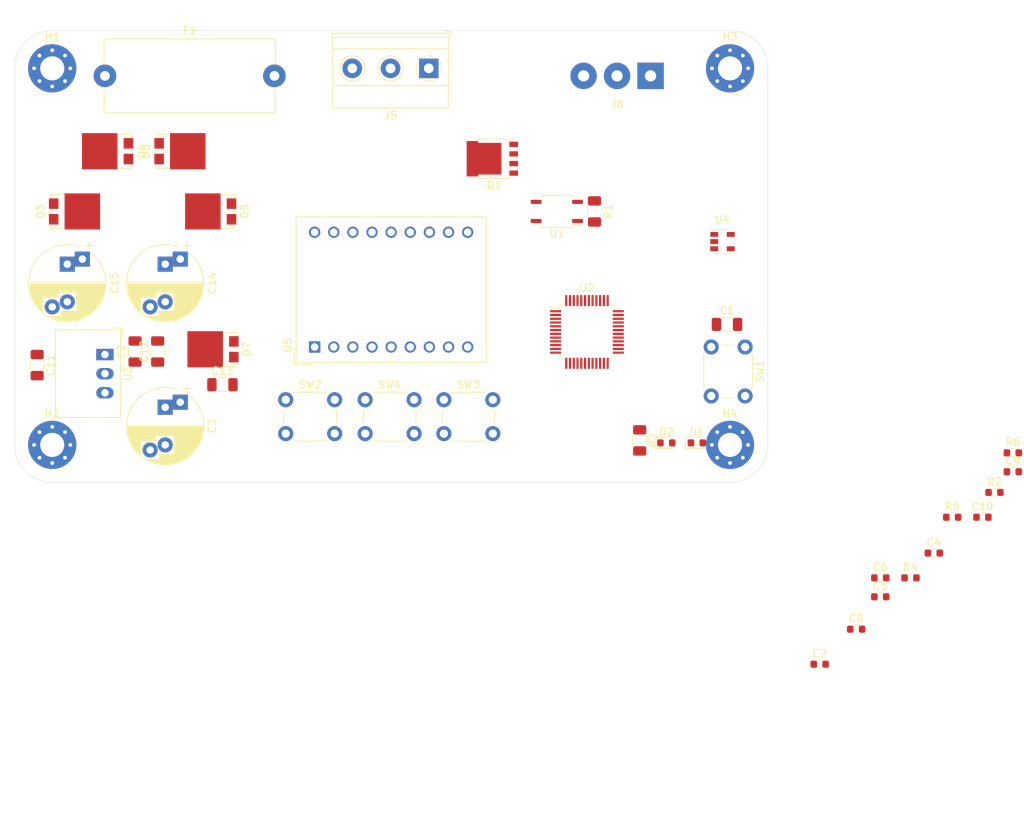
<source format=kicad_pcb>
(kicad_pcb (version 20171130) (host pcbnew 5.1.2)

  (general
    (thickness 1.6)
    (drawings 13)
    (tracks 0)
    (zones 0)
    (modules 45)
    (nets 81)
  )

  (page A4)
  (layers
    (0 F.Cu signal)
    (31 B.Cu signal)
    (32 B.Adhes user)
    (33 F.Adhes user)
    (34 B.Paste user)
    (35 F.Paste user)
    (36 B.SilkS user)
    (37 F.SilkS user hide)
    (38 B.Mask user)
    (39 F.Mask user)
    (40 Dwgs.User user)
    (41 Cmts.User user)
    (42 Eco1.User user)
    (43 Eco2.User user)
    (44 Edge.Cuts user)
    (45 Margin user)
    (46 B.CrtYd user)
    (47 F.CrtYd user)
    (48 B.Fab user)
    (49 F.Fab user)
  )

  (setup
    (last_trace_width 0.25)
    (trace_clearance 0.2)
    (zone_clearance 0.508)
    (zone_45_only no)
    (trace_min 0.2)
    (via_size 0.8)
    (via_drill 0.4)
    (via_min_size 0.4)
    (via_min_drill 0.3)
    (uvia_size 0.3)
    (uvia_drill 0.1)
    (uvias_allowed no)
    (uvia_min_size 0.2)
    (uvia_min_drill 0.1)
    (edge_width 0.05)
    (segment_width 0.2)
    (pcb_text_width 0.3)
    (pcb_text_size 1.5 1.5)
    (mod_edge_width 0.12)
    (mod_text_size 1 1)
    (mod_text_width 0.15)
    (pad_size 1.524 1.524)
    (pad_drill 0.762)
    (pad_to_mask_clearance 0.051)
    (solder_mask_min_width 0.25)
    (aux_axis_origin 0 0)
    (visible_elements FFFFFF7F)
    (pcbplotparams
      (layerselection 0x010fc_ffffffff)
      (usegerberextensions false)
      (usegerberattributes false)
      (usegerberadvancedattributes false)
      (creategerberjobfile false)
      (excludeedgelayer true)
      (linewidth 0.100000)
      (plotframeref false)
      (viasonmask false)
      (mode 1)
      (useauxorigin false)
      (hpglpennumber 1)
      (hpglpenspeed 20)
      (hpglpendiameter 15.000000)
      (psnegative false)
      (psa4output false)
      (plotreference true)
      (plotvalue true)
      (plotinvisibletext false)
      (padsonsilk false)
      (subtractmaskfromsilk false)
      (outputformat 1)
      (mirror false)
      (drillshape 1)
      (scaleselection 1)
      (outputdirectory ""))
  )

  (net 0 "")
  (net 1 GND)
  (net 2 "Net-(C1-Pad1)")
  (net 3 +3V3)
  (net 4 "Net-(C8-Pad1)")
  (net 5 TEMP)
  (net 6 "Net-(F1-Pad2)")
  (net 7 AC_P)
  (net 8 "Net-(J8-Pad1)")
  (net 9 "Net-(R1-Pad2)")
  (net 10 "Net-(R2-Pad1)")
  (net 11 "Net-(R4-Pad2)")
  (net 12 "Net-(R4-Pad1)")
  (net 13 nGATE)
  (net 14 "Net-(U2-Pad46)")
  (net 15 "Net-(U2-Pad45)")
  (net 16 "Net-(U2-Pad43)")
  (net 17 "Net-(U2-Pad42)")
  (net 18 "Net-(U2-Pad41)")
  (net 19 "Net-(U2-Pad40)")
  (net 20 "Net-(U2-Pad39)")
  (net 21 "Net-(U2-Pad38)")
  (net 22 "Net-(U2-Pad37)")
  (net 23 "Net-(U2-Pad34)")
  (net 24 "Net-(U2-Pad33)")
  (net 25 "Net-(U2-Pad32)")
  (net 26 "Net-(U2-Pad31)")
  (net 27 "Net-(U2-Pad30)")
  (net 28 "Net-(U2-Pad29)")
  (net 29 "Net-(U2-Pad28)")
  (net 30 "Net-(U2-Pad27)")
  (net 31 "Net-(U2-Pad26)")
  (net 32 "Net-(U2-Pad25)")
  (net 33 "Net-(U2-Pad22)")
  (net 34 "Net-(U2-Pad21)")
  (net 35 "Net-(U2-Pad20)")
  (net 36 "Net-(U2-Pad19)")
  (net 37 "Net-(U2-Pad18)")
  (net 38 "Net-(U2-Pad17)")
  (net 39 "Net-(U2-Pad16)")
  (net 40 "Net-(U2-Pad15)")
  (net 41 "Net-(U2-Pad14)")
  (net 42 "Net-(U2-Pad13)")
  (net 43 "Net-(U2-Pad12)")
  (net 44 "Net-(U2-Pad11)")
  (net 45 "Net-(U2-Pad10)")
  (net 46 "Net-(U2-Pad6)")
  (net 47 "Net-(U2-Pad5)")
  (net 48 "Net-(U2-Pad4)")
  (net 49 "Net-(U2-Pad3)")
  (net 50 "Net-(U2-Pad2)")
  (net 51 "Net-(U5-Pad18)")
  (net 52 "Net-(U5-Pad17)")
  (net 53 "Net-(U5-Pad16)")
  (net 54 "Net-(U5-Pad15)")
  (net 55 "Net-(U5-Pad14)")
  (net 56 "Net-(U5-Pad13)")
  (net 57 "Net-(U5-Pad12)")
  (net 58 "Net-(U5-Pad11)")
  (net 59 "Net-(U5-Pad10)")
  (net 60 "Net-(U5-Pad9)")
  (net 61 "Net-(U5-Pad8)")
  (net 62 "Net-(U5-Pad7)")
  (net 63 "Net-(U5-Pad6)")
  (net 64 "Net-(U5-Pad5)")
  (net 65 "Net-(U5-Pad4)")
  (net 66 "Net-(U5-Pad3)")
  (net 67 "Net-(U5-Pad2)")
  (net 68 "Net-(U5-Pad1)")
  (net 69 "Net-(SW2-Pad1)")
  (net 70 "Net-(SW2-Pad2)")
  (net 71 "Net-(SW3-Pad1)")
  (net 72 "Net-(SW3-Pad2)")
  (net 73 "Net-(SW4-Pad1)")
  (net 74 "Net-(SW4-Pad2)")
  (net 75 "Net-(Q1-Pad4)")
  (net 76 Earth)
  (net 77 "Net-(R3-Pad1)")
  (net 78 "Net-(C11-Pad1)")
  (net 79 V_RECT)
  (net 80 AC_N)

  (net_class Default "This is the default net class."
    (clearance 0.2)
    (trace_width 0.25)
    (via_dia 0.8)
    (via_drill 0.4)
    (uvia_dia 0.3)
    (uvia_drill 0.1)
    (add_net +3V3)
    (add_net AC_N)
    (add_net AC_P)
    (add_net Earth)
    (add_net GND)
    (add_net "Net-(C1-Pad1)")
    (add_net "Net-(C11-Pad1)")
    (add_net "Net-(C8-Pad1)")
    (add_net "Net-(F1-Pad2)")
    (add_net "Net-(J8-Pad1)")
    (add_net "Net-(Q1-Pad4)")
    (add_net "Net-(R1-Pad2)")
    (add_net "Net-(R2-Pad1)")
    (add_net "Net-(R3-Pad1)")
    (add_net "Net-(R4-Pad1)")
    (add_net "Net-(R4-Pad2)")
    (add_net "Net-(SW2-Pad1)")
    (add_net "Net-(SW2-Pad2)")
    (add_net "Net-(SW3-Pad1)")
    (add_net "Net-(SW3-Pad2)")
    (add_net "Net-(SW4-Pad1)")
    (add_net "Net-(SW4-Pad2)")
    (add_net "Net-(U2-Pad10)")
    (add_net "Net-(U2-Pad11)")
    (add_net "Net-(U2-Pad12)")
    (add_net "Net-(U2-Pad13)")
    (add_net "Net-(U2-Pad14)")
    (add_net "Net-(U2-Pad15)")
    (add_net "Net-(U2-Pad16)")
    (add_net "Net-(U2-Pad17)")
    (add_net "Net-(U2-Pad18)")
    (add_net "Net-(U2-Pad19)")
    (add_net "Net-(U2-Pad2)")
    (add_net "Net-(U2-Pad20)")
    (add_net "Net-(U2-Pad21)")
    (add_net "Net-(U2-Pad22)")
    (add_net "Net-(U2-Pad25)")
    (add_net "Net-(U2-Pad26)")
    (add_net "Net-(U2-Pad27)")
    (add_net "Net-(U2-Pad28)")
    (add_net "Net-(U2-Pad29)")
    (add_net "Net-(U2-Pad3)")
    (add_net "Net-(U2-Pad30)")
    (add_net "Net-(U2-Pad31)")
    (add_net "Net-(U2-Pad32)")
    (add_net "Net-(U2-Pad33)")
    (add_net "Net-(U2-Pad34)")
    (add_net "Net-(U2-Pad37)")
    (add_net "Net-(U2-Pad38)")
    (add_net "Net-(U2-Pad39)")
    (add_net "Net-(U2-Pad4)")
    (add_net "Net-(U2-Pad40)")
    (add_net "Net-(U2-Pad41)")
    (add_net "Net-(U2-Pad42)")
    (add_net "Net-(U2-Pad43)")
    (add_net "Net-(U2-Pad45)")
    (add_net "Net-(U2-Pad46)")
    (add_net "Net-(U2-Pad5)")
    (add_net "Net-(U2-Pad6)")
    (add_net "Net-(U5-Pad1)")
    (add_net "Net-(U5-Pad10)")
    (add_net "Net-(U5-Pad11)")
    (add_net "Net-(U5-Pad12)")
    (add_net "Net-(U5-Pad13)")
    (add_net "Net-(U5-Pad14)")
    (add_net "Net-(U5-Pad15)")
    (add_net "Net-(U5-Pad16)")
    (add_net "Net-(U5-Pad17)")
    (add_net "Net-(U5-Pad18)")
    (add_net "Net-(U5-Pad2)")
    (add_net "Net-(U5-Pad3)")
    (add_net "Net-(U5-Pad4)")
    (add_net "Net-(U5-Pad5)")
    (add_net "Net-(U5-Pad6)")
    (add_net "Net-(U5-Pad7)")
    (add_net "Net-(U5-Pad8)")
    (add_net "Net-(U5-Pad9)")
    (add_net TEMP)
    (add_net V_RECT)
    (add_net nGATE)
  )

  (module TerminalBlock_Phoenix:TerminalBlock_Phoenix_MKDS-1,5-3-5.08_1x03_P5.08mm_Horizontal (layer F.Cu) (tedit 5B294EBC) (tstamp 5ECA4C33)
    (at 175 55 180)
    (descr "Terminal Block Phoenix MKDS-1,5-3-5.08, 3 pins, pitch 5.08mm, size 15.2x9.8mm^2, drill diamater 1.3mm, pad diameter 2.6mm, see http://www.farnell.com/datasheets/100425.pdf, script-generated using https://github.com/pointhi/kicad-footprint-generator/scripts/TerminalBlock_Phoenix")
    (tags "THT Terminal Block Phoenix MKDS-1,5-3-5.08 pitch 5.08mm size 15.2x9.8mm^2 drill 1.3mm pad 2.6mm")
    (path /5EE6CFB7)
    (fp_text reference J5 (at 5.08 -6.26) (layer F.SilkS)
      (effects (font (size 1 1) (thickness 0.15)))
    )
    (fp_text value Screw_Terminal_01x03 (at 5.08 5.66) (layer F.Fab)
      (effects (font (size 1 1) (thickness 0.15)))
    )
    (fp_text user %R (at 5.08 3.2) (layer F.Fab)
      (effects (font (size 1 1) (thickness 0.15)))
    )
    (fp_line (start 13.21 -5.71) (end -3.04 -5.71) (layer F.CrtYd) (width 0.05))
    (fp_line (start 13.21 5.1) (end 13.21 -5.71) (layer F.CrtYd) (width 0.05))
    (fp_line (start -3.04 5.1) (end 13.21 5.1) (layer F.CrtYd) (width 0.05))
    (fp_line (start -3.04 -5.71) (end -3.04 5.1) (layer F.CrtYd) (width 0.05))
    (fp_line (start -2.84 4.9) (end -2.34 4.9) (layer F.SilkS) (width 0.12))
    (fp_line (start -2.84 4.16) (end -2.84 4.9) (layer F.SilkS) (width 0.12))
    (fp_line (start 8.933 1.023) (end 8.886 1.069) (layer F.SilkS) (width 0.12))
    (fp_line (start 11.23 -1.275) (end 11.195 -1.239) (layer F.SilkS) (width 0.12))
    (fp_line (start 9.126 1.239) (end 9.091 1.274) (layer F.SilkS) (width 0.12))
    (fp_line (start 11.435 -1.069) (end 11.388 -1.023) (layer F.SilkS) (width 0.12))
    (fp_line (start 11.115 -1.138) (end 9.023 0.955) (layer F.Fab) (width 0.1))
    (fp_line (start 11.298 -0.955) (end 9.206 1.138) (layer F.Fab) (width 0.1))
    (fp_line (start 3.853 1.023) (end 3.806 1.069) (layer F.SilkS) (width 0.12))
    (fp_line (start 6.15 -1.275) (end 6.115 -1.239) (layer F.SilkS) (width 0.12))
    (fp_line (start 4.046 1.239) (end 4.011 1.274) (layer F.SilkS) (width 0.12))
    (fp_line (start 6.355 -1.069) (end 6.308 -1.023) (layer F.SilkS) (width 0.12))
    (fp_line (start 6.035 -1.138) (end 3.943 0.955) (layer F.Fab) (width 0.1))
    (fp_line (start 6.218 -0.955) (end 4.126 1.138) (layer F.Fab) (width 0.1))
    (fp_line (start 0.955 -1.138) (end -1.138 0.955) (layer F.Fab) (width 0.1))
    (fp_line (start 1.138 -0.955) (end -0.955 1.138) (layer F.Fab) (width 0.1))
    (fp_line (start 12.76 -5.261) (end 12.76 4.66) (layer F.SilkS) (width 0.12))
    (fp_line (start -2.6 -5.261) (end -2.6 4.66) (layer F.SilkS) (width 0.12))
    (fp_line (start -2.6 4.66) (end 12.76 4.66) (layer F.SilkS) (width 0.12))
    (fp_line (start -2.6 -5.261) (end 12.76 -5.261) (layer F.SilkS) (width 0.12))
    (fp_line (start -2.6 -2.301) (end 12.76 -2.301) (layer F.SilkS) (width 0.12))
    (fp_line (start -2.54 -2.3) (end 12.7 -2.3) (layer F.Fab) (width 0.1))
    (fp_line (start -2.6 2.6) (end 12.76 2.6) (layer F.SilkS) (width 0.12))
    (fp_line (start -2.54 2.6) (end 12.7 2.6) (layer F.Fab) (width 0.1))
    (fp_line (start -2.6 4.1) (end 12.76 4.1) (layer F.SilkS) (width 0.12))
    (fp_line (start -2.54 4.1) (end 12.7 4.1) (layer F.Fab) (width 0.1))
    (fp_line (start -2.54 4.1) (end -2.54 -5.2) (layer F.Fab) (width 0.1))
    (fp_line (start -2.04 4.6) (end -2.54 4.1) (layer F.Fab) (width 0.1))
    (fp_line (start 12.7 4.6) (end -2.04 4.6) (layer F.Fab) (width 0.1))
    (fp_line (start 12.7 -5.2) (end 12.7 4.6) (layer F.Fab) (width 0.1))
    (fp_line (start -2.54 -5.2) (end 12.7 -5.2) (layer F.Fab) (width 0.1))
    (fp_circle (center 10.16 0) (end 11.84 0) (layer F.SilkS) (width 0.12))
    (fp_circle (center 10.16 0) (end 11.66 0) (layer F.Fab) (width 0.1))
    (fp_circle (center 5.08 0) (end 6.76 0) (layer F.SilkS) (width 0.12))
    (fp_circle (center 5.08 0) (end 6.58 0) (layer F.Fab) (width 0.1))
    (fp_circle (center 0 0) (end 1.5 0) (layer F.Fab) (width 0.1))
    (fp_arc (start 0 0) (end -0.684 1.535) (angle -25) (layer F.SilkS) (width 0.12))
    (fp_arc (start 0 0) (end -1.535 -0.684) (angle -48) (layer F.SilkS) (width 0.12))
    (fp_arc (start 0 0) (end 0.684 -1.535) (angle -48) (layer F.SilkS) (width 0.12))
    (fp_arc (start 0 0) (end 1.535 0.684) (angle -48) (layer F.SilkS) (width 0.12))
    (fp_arc (start 0 0) (end 0 1.68) (angle -24) (layer F.SilkS) (width 0.12))
    (pad 3 thru_hole circle (at 10.16 0 180) (size 2.6 2.6) (drill 1.3) (layers *.Cu *.Mask)
      (net 6 "Net-(F1-Pad2)"))
    (pad 2 thru_hole circle (at 5.08 0 180) (size 2.6 2.6) (drill 1.3) (layers *.Cu *.Mask)
      (net 80 AC_N))
    (pad 1 thru_hole rect (at 0 0 180) (size 2.6 2.6) (drill 1.3) (layers *.Cu *.Mask)
      (net 76 Earth))
    (model ${KISYS3DMOD}/TerminalBlock_Phoenix.3dshapes/TerminalBlock_Phoenix_MKDS-1,5-3-5.08_1x03_P5.08mm_Horizontal.wrl
      (at (xyz 0 0 0))
      (scale (xyz 1 1 1))
      (rotate (xyz 0 0 0))
    )
  )

  (module Converter_DCDC:Converter_DCDC_RECOM_R-78HB-0.5_THT (layer F.Cu) (tedit 5B741BB0) (tstamp 5EC9886D)
    (at 132 93 270)
    (descr "DCDC-Converter, RECOM, RECOM_R-78HB-0.5, SIP-3, pitch 2.54mm, package size 11.5x8.5x17.5mm^3, https://www.recom-power.com/pdf/Innoline/R-78HBxx-0.5_L.pdf")
    (tags "dc-dc recom buck sip-3 pitch 2.54mm")
    (path /5EE22E2B)
    (fp_text reference U3 (at 2.54 -3.06 90) (layer F.SilkS)
      (effects (font (size 1 1) (thickness 0.15)))
    )
    (fp_text value R-78HB3.3-0.5 (at 2.54 7.5 90) (layer F.Fab)
      (effects (font (size 1 1) (thickness 0.15)))
    )
    (fp_text user %R (at 2.54 2.25 90) (layer F.Fab)
      (effects (font (size 1 1) (thickness 0.15)))
    )
    (fp_line (start 8.54 -2.25) (end -3.46 -2.25) (layer F.CrtYd) (width 0.05))
    (fp_line (start 8.54 6.75) (end 8.54 -2.25) (layer F.CrtYd) (width 0.05))
    (fp_line (start -3.46 6.75) (end 8.54 6.75) (layer F.CrtYd) (width 0.05))
    (fp_line (start -3.46 -2.25) (end -3.46 6.75) (layer F.CrtYd) (width 0.05))
    (fp_line (start -3.51 -2.3) (end -2.27 -2.3) (layer F.SilkS) (width 0.12))
    (fp_line (start -3.51 -1.06) (end -3.51 -2.3) (layer F.SilkS) (width 0.12))
    (fp_line (start 8.35 -2.06) (end 8.35 6.56) (layer F.SilkS) (width 0.12))
    (fp_line (start -3.27 -2.06) (end -3.27 6.56) (layer F.SilkS) (width 0.12))
    (fp_line (start -3.27 6.56) (end 8.35 6.56) (layer F.SilkS) (width 0.12))
    (fp_line (start -3.27 -2.06) (end 8.35 -2.06) (layer F.SilkS) (width 0.12))
    (fp_line (start -3.21 -1) (end -2.21 -2) (layer F.Fab) (width 0.1))
    (fp_line (start -3.21 6.5) (end -3.21 -1) (layer F.Fab) (width 0.1))
    (fp_line (start 8.29 6.5) (end -3.21 6.5) (layer F.Fab) (width 0.1))
    (fp_line (start 8.29 -2) (end 8.29 6.5) (layer F.Fab) (width 0.1))
    (fp_line (start -2.21 -2) (end 8.29 -2) (layer F.Fab) (width 0.1))
    (pad 3 thru_hole oval (at 5.08 0 270) (size 1.5 2.3) (drill 1) (layers *.Cu *.Mask)
      (net 3 +3V3))
    (pad 2 thru_hole oval (at 2.54 0 270) (size 1.5 2.3) (drill 1) (layers *.Cu *.Mask)
      (net 1 GND))
    (pad 1 thru_hole rect (at 0 0 270) (size 1.5 2.3) (drill 1) (layers *.Cu *.Mask)
      (net 78 "Net-(C11-Pad1)"))
    (model ${KISYS3DMOD}/Converter_DCDC.3dshapes/Converter_DCDC_RECOM_R-78HB-0.5_THT.wrl
      (at (xyz 0 0 0))
      (scale (xyz 1 1 1))
      (rotate (xyz 0 0 0))
    )
  )

  (module Capacitor_THT:CP_Radial_D10.0mm_P5.00mm_P7.50mm (layer F.Cu) (tedit 5AE50EF1) (tstamp 5EC97E64)
    (at 140 100 270)
    (descr "CP, Radial series, Radial, pin pitch=5.00mm 7.50mm, , diameter=10mm, Electrolytic Capacitor")
    (tags "CP Radial series Radial pin pitch 5.00mm 7.50mm  diameter 10mm Electrolytic Capacitor")
    (path /5EE44D72)
    (fp_text reference C3 (at 2.5 -6.25 90) (layer F.SilkS)
      (effects (font (size 1 1) (thickness 0.15)))
    )
    (fp_text value CP1 (at 2.5 6.25 90) (layer F.Fab)
      (effects (font (size 1 1) (thickness 0.15)))
    )
    (fp_text user %R (at 2.5 0 90) (layer F.Fab)
      (effects (font (size 1 1) (thickness 0.15)))
    )
    (fp_line (start -2.479646 -3.375) (end -2.479646 -2.375) (layer F.SilkS) (width 0.12))
    (fp_line (start -2.979646 -2.875) (end -1.979646 -2.875) (layer F.SilkS) (width 0.12))
    (fp_line (start 7.581 -0.599) (end 7.581 0.599) (layer F.SilkS) (width 0.12))
    (fp_line (start 7.541 -0.862) (end 7.541 0.862) (layer F.SilkS) (width 0.12))
    (fp_line (start 7.501 -1.062) (end 7.501 1.062) (layer F.SilkS) (width 0.12))
    (fp_line (start 7.461 -1.23) (end 7.461 1.23) (layer F.SilkS) (width 0.12))
    (fp_line (start 7.421 -1.378) (end 7.421 1.378) (layer F.SilkS) (width 0.12))
    (fp_line (start 7.381 -1.51) (end 7.381 1.51) (layer F.SilkS) (width 0.12))
    (fp_line (start 7.341 -1.63) (end 7.341 1.63) (layer F.SilkS) (width 0.12))
    (fp_line (start 7.301 -1.742) (end 7.301 1.742) (layer F.SilkS) (width 0.12))
    (fp_line (start 7.261 -1.846) (end 7.261 1.846) (layer F.SilkS) (width 0.12))
    (fp_line (start 7.221 -1.944) (end 7.221 1.944) (layer F.SilkS) (width 0.12))
    (fp_line (start 7.181 -2.037) (end 7.181 2.037) (layer F.SilkS) (width 0.12))
    (fp_line (start 7.141 -2.125) (end 7.141 2.125) (layer F.SilkS) (width 0.12))
    (fp_line (start 7.101 -2.209) (end 7.101 2.209) (layer F.SilkS) (width 0.12))
    (fp_line (start 7.061 -2.289) (end 7.061 2.289) (layer F.SilkS) (width 0.12))
    (fp_line (start 7.021 -2.365) (end 7.021 2.365) (layer F.SilkS) (width 0.12))
    (fp_line (start 6.981 -2.439) (end 6.981 2.439) (layer F.SilkS) (width 0.12))
    (fp_line (start 6.941 -2.51) (end 6.941 2.51) (layer F.SilkS) (width 0.12))
    (fp_line (start 6.901 -2.579) (end 6.901 0.76) (layer F.SilkS) (width 0.12))
    (fp_line (start 6.861 -2.645) (end 6.861 0.76) (layer F.SilkS) (width 0.12))
    (fp_line (start 6.821 -2.709) (end 6.821 0.76) (layer F.SilkS) (width 0.12))
    (fp_line (start 6.781 -2.77) (end 6.781 0.76) (layer F.SilkS) (width 0.12))
    (fp_line (start 6.741 -2.83) (end 6.741 0.76) (layer F.SilkS) (width 0.12))
    (fp_line (start 6.701 -2.889) (end 6.701 0.76) (layer F.SilkS) (width 0.12))
    (fp_line (start 6.661 -2.945) (end 6.661 0.76) (layer F.SilkS) (width 0.12))
    (fp_line (start 6.621 -3) (end 6.621 0.76) (layer F.SilkS) (width 0.12))
    (fp_line (start 6.581 -3.054) (end 6.581 0.76) (layer F.SilkS) (width 0.12))
    (fp_line (start 6.541 -3.106) (end 6.541 0.76) (layer F.SilkS) (width 0.12))
    (fp_line (start 6.501 -3.156) (end 6.501 0.76) (layer F.SilkS) (width 0.12))
    (fp_line (start 6.461 -3.206) (end 6.461 0.76) (layer F.SilkS) (width 0.12))
    (fp_line (start 6.421 3.24) (end 6.421 3.254) (layer F.SilkS) (width 0.12))
    (fp_line (start 6.421 -3.254) (end 6.421 0.76) (layer F.SilkS) (width 0.12))
    (fp_line (start 6.381 3.24) (end 6.381 3.301) (layer F.SilkS) (width 0.12))
    (fp_line (start 6.381 -3.301) (end 6.381 0.76) (layer F.SilkS) (width 0.12))
    (fp_line (start 6.341 3.24) (end 6.341 3.347) (layer F.SilkS) (width 0.12))
    (fp_line (start 6.341 -3.347) (end 6.341 0.76) (layer F.SilkS) (width 0.12))
    (fp_line (start 6.301 3.24) (end 6.301 3.392) (layer F.SilkS) (width 0.12))
    (fp_line (start 6.301 -3.392) (end 6.301 0.76) (layer F.SilkS) (width 0.12))
    (fp_line (start 6.261 3.24) (end 6.261 3.436) (layer F.SilkS) (width 0.12))
    (fp_line (start 6.261 -3.436) (end 6.261 0.76) (layer F.SilkS) (width 0.12))
    (fp_line (start 6.221 3.24) (end 6.221 3.478) (layer F.SilkS) (width 0.12))
    (fp_line (start 6.221 -3.478) (end 6.221 -1.241) (layer F.SilkS) (width 0.12))
    (fp_line (start 6.181 3.24) (end 6.181 3.52) (layer F.SilkS) (width 0.12))
    (fp_line (start 6.181 -3.52) (end 6.181 -1.241) (layer F.SilkS) (width 0.12))
    (fp_line (start 6.141 3.24) (end 6.141 3.561) (layer F.SilkS) (width 0.12))
    (fp_line (start 6.141 -3.561) (end 6.141 -1.241) (layer F.SilkS) (width 0.12))
    (fp_line (start 6.101 3.24) (end 6.101 3.601) (layer F.SilkS) (width 0.12))
    (fp_line (start 6.101 -3.601) (end 6.101 -1.241) (layer F.SilkS) (width 0.12))
    (fp_line (start 6.061 3.24) (end 6.061 3.64) (layer F.SilkS) (width 0.12))
    (fp_line (start 6.061 -3.64) (end 6.061 -1.241) (layer F.SilkS) (width 0.12))
    (fp_line (start 6.021 3.24) (end 6.021 3.679) (layer F.SilkS) (width 0.12))
    (fp_line (start 6.021 -3.679) (end 6.021 -1.241) (layer F.SilkS) (width 0.12))
    (fp_line (start 5.981 3.24) (end 5.981 3.716) (layer F.SilkS) (width 0.12))
    (fp_line (start 5.981 -3.716) (end 5.981 -1.241) (layer F.SilkS) (width 0.12))
    (fp_line (start 5.941 3.24) (end 5.941 3.753) (layer F.SilkS) (width 0.12))
    (fp_line (start 5.941 -3.753) (end 5.941 -1.241) (layer F.SilkS) (width 0.12))
    (fp_line (start 5.901 3.24) (end 5.901 3.789) (layer F.SilkS) (width 0.12))
    (fp_line (start 5.901 -3.789) (end 5.901 -1.241) (layer F.SilkS) (width 0.12))
    (fp_line (start 5.861 3.24) (end 5.861 3.824) (layer F.SilkS) (width 0.12))
    (fp_line (start 5.861 -3.824) (end 5.861 -1.241) (layer F.SilkS) (width 0.12))
    (fp_line (start 5.821 3.24) (end 5.821 3.858) (layer F.SilkS) (width 0.12))
    (fp_line (start 5.821 -3.858) (end 5.821 -1.241) (layer F.SilkS) (width 0.12))
    (fp_line (start 5.781 3.24) (end 5.781 3.892) (layer F.SilkS) (width 0.12))
    (fp_line (start 5.781 -3.892) (end 5.781 -1.241) (layer F.SilkS) (width 0.12))
    (fp_line (start 5.741 3.24) (end 5.741 3.925) (layer F.SilkS) (width 0.12))
    (fp_line (start 5.741 -3.925) (end 5.741 -1.241) (layer F.SilkS) (width 0.12))
    (fp_line (start 5.701 3.24) (end 5.701 3.957) (layer F.SilkS) (width 0.12))
    (fp_line (start 5.701 -3.957) (end 5.701 -1.241) (layer F.SilkS) (width 0.12))
    (fp_line (start 5.661 3.24) (end 5.661 3.989) (layer F.SilkS) (width 0.12))
    (fp_line (start 5.661 -3.989) (end 5.661 -1.241) (layer F.SilkS) (width 0.12))
    (fp_line (start 5.621 3.24) (end 5.621 4.02) (layer F.SilkS) (width 0.12))
    (fp_line (start 5.621 -4.02) (end 5.621 -1.241) (layer F.SilkS) (width 0.12))
    (fp_line (start 5.581 3.24) (end 5.581 4.05) (layer F.SilkS) (width 0.12))
    (fp_line (start 5.581 -4.05) (end 5.581 -1.241) (layer F.SilkS) (width 0.12))
    (fp_line (start 5.541 3.24) (end 5.541 4.08) (layer F.SilkS) (width 0.12))
    (fp_line (start 5.541 -4.08) (end 5.541 -1.241) (layer F.SilkS) (width 0.12))
    (fp_line (start 5.501 3.24) (end 5.501 4.11) (layer F.SilkS) (width 0.12))
    (fp_line (start 5.501 -4.11) (end 5.501 -1.241) (layer F.SilkS) (width 0.12))
    (fp_line (start 5.461 3.24) (end 5.461 4.138) (layer F.SilkS) (width 0.12))
    (fp_line (start 5.461 -4.138) (end 5.461 -1.241) (layer F.SilkS) (width 0.12))
    (fp_line (start 5.421 3.24) (end 5.421 4.166) (layer F.SilkS) (width 0.12))
    (fp_line (start 5.421 -4.166) (end 5.421 -1.241) (layer F.SilkS) (width 0.12))
    (fp_line (start 5.381 3.24) (end 5.381 4.194) (layer F.SilkS) (width 0.12))
    (fp_line (start 5.381 -4.194) (end 5.381 -1.241) (layer F.SilkS) (width 0.12))
    (fp_line (start 5.341 3.24) (end 5.341 4.221) (layer F.SilkS) (width 0.12))
    (fp_line (start 5.341 -4.221) (end 5.341 -1.241) (layer F.SilkS) (width 0.12))
    (fp_line (start 5.301 3.24) (end 5.301 4.247) (layer F.SilkS) (width 0.12))
    (fp_line (start 5.301 -4.247) (end 5.301 -1.241) (layer F.SilkS) (width 0.12))
    (fp_line (start 5.261 3.24) (end 5.261 4.273) (layer F.SilkS) (width 0.12))
    (fp_line (start 5.261 -4.273) (end 5.261 -1.241) (layer F.SilkS) (width 0.12))
    (fp_line (start 5.221 3.24) (end 5.221 4.298) (layer F.SilkS) (width 0.12))
    (fp_line (start 5.221 -4.298) (end 5.221 -1.241) (layer F.SilkS) (width 0.12))
    (fp_line (start 5.181 3.24) (end 5.181 4.323) (layer F.SilkS) (width 0.12))
    (fp_line (start 5.181 -4.323) (end 5.181 -1.241) (layer F.SilkS) (width 0.12))
    (fp_line (start 5.141 3.24) (end 5.141 4.347) (layer F.SilkS) (width 0.12))
    (fp_line (start 5.141 -4.347) (end 5.141 -1.241) (layer F.SilkS) (width 0.12))
    (fp_line (start 5.101 3.24) (end 5.101 4.371) (layer F.SilkS) (width 0.12))
    (fp_line (start 5.101 -4.371) (end 5.101 -1.241) (layer F.SilkS) (width 0.12))
    (fp_line (start 5.061 3.24) (end 5.061 4.395) (layer F.SilkS) (width 0.12))
    (fp_line (start 5.061 -4.395) (end 5.061 -1.241) (layer F.SilkS) (width 0.12))
    (fp_line (start 5.021 3.24) (end 5.021 4.417) (layer F.SilkS) (width 0.12))
    (fp_line (start 5.021 -4.417) (end 5.021 -1.241) (layer F.SilkS) (width 0.12))
    (fp_line (start 4.981 3.24) (end 4.981 4.44) (layer F.SilkS) (width 0.12))
    (fp_line (start 4.981 -4.44) (end 4.981 -1.241) (layer F.SilkS) (width 0.12))
    (fp_line (start 4.941 3.24) (end 4.941 4.462) (layer F.SilkS) (width 0.12))
    (fp_line (start 4.941 -4.462) (end 4.941 -1.241) (layer F.SilkS) (width 0.12))
    (fp_line (start 4.901 3.24) (end 4.901 4.483) (layer F.SilkS) (width 0.12))
    (fp_line (start 4.901 -4.483) (end 4.901 -1.241) (layer F.SilkS) (width 0.12))
    (fp_line (start 4.861 3.24) (end 4.861 4.504) (layer F.SilkS) (width 0.12))
    (fp_line (start 4.861 -4.504) (end 4.861 -1.241) (layer F.SilkS) (width 0.12))
    (fp_line (start 4.821 3.24) (end 4.821 4.525) (layer F.SilkS) (width 0.12))
    (fp_line (start 4.821 -4.525) (end 4.821 -1.241) (layer F.SilkS) (width 0.12))
    (fp_line (start 4.781 3.24) (end 4.781 4.545) (layer F.SilkS) (width 0.12))
    (fp_line (start 4.781 -4.545) (end 4.781 -1.241) (layer F.SilkS) (width 0.12))
    (fp_line (start 4.741 3.24) (end 4.741 4.564) (layer F.SilkS) (width 0.12))
    (fp_line (start 4.741 -4.564) (end 4.741 -1.241) (layer F.SilkS) (width 0.12))
    (fp_line (start 4.701 3.24) (end 4.701 4.584) (layer F.SilkS) (width 0.12))
    (fp_line (start 4.701 -4.584) (end 4.701 -1.241) (layer F.SilkS) (width 0.12))
    (fp_line (start 4.661 3.24) (end 4.661 4.603) (layer F.SilkS) (width 0.12))
    (fp_line (start 4.661 -4.603) (end 4.661 -1.241) (layer F.SilkS) (width 0.12))
    (fp_line (start 4.621 3.24) (end 4.621 4.621) (layer F.SilkS) (width 0.12))
    (fp_line (start 4.621 -4.621) (end 4.621 -1.241) (layer F.SilkS) (width 0.12))
    (fp_line (start 4.581 3.24) (end 4.581 4.639) (layer F.SilkS) (width 0.12))
    (fp_line (start 4.581 -4.639) (end 4.581 -1.241) (layer F.SilkS) (width 0.12))
    (fp_line (start 4.541 3.24) (end 4.541 4.657) (layer F.SilkS) (width 0.12))
    (fp_line (start 4.541 -4.657) (end 4.541 -1.241) (layer F.SilkS) (width 0.12))
    (fp_line (start 4.501 3.24) (end 4.501 4.674) (layer F.SilkS) (width 0.12))
    (fp_line (start 4.501 -4.674) (end 4.501 -1.241) (layer F.SilkS) (width 0.12))
    (fp_line (start 4.461 3.24) (end 4.461 4.69) (layer F.SilkS) (width 0.12))
    (fp_line (start 4.461 -4.69) (end 4.461 -1.241) (layer F.SilkS) (width 0.12))
    (fp_line (start 4.421 1.241) (end 4.421 4.707) (layer F.SilkS) (width 0.12))
    (fp_line (start 4.421 -4.707) (end 4.421 -1.241) (layer F.SilkS) (width 0.12))
    (fp_line (start 4.381 1.241) (end 4.381 4.723) (layer F.SilkS) (width 0.12))
    (fp_line (start 4.381 -4.723) (end 4.381 -1.241) (layer F.SilkS) (width 0.12))
    (fp_line (start 4.341 1.241) (end 4.341 4.738) (layer F.SilkS) (width 0.12))
    (fp_line (start 4.341 -4.738) (end 4.341 -1.241) (layer F.SilkS) (width 0.12))
    (fp_line (start 4.301 1.241) (end 4.301 4.754) (layer F.SilkS) (width 0.12))
    (fp_line (start 4.301 -4.754) (end 4.301 -1.241) (layer F.SilkS) (width 0.12))
    (fp_line (start 4.261 1.241) (end 4.261 4.768) (layer F.SilkS) (width 0.12))
    (fp_line (start 4.261 -4.768) (end 4.261 -1.241) (layer F.SilkS) (width 0.12))
    (fp_line (start 4.221 1.241) (end 4.221 4.783) (layer F.SilkS) (width 0.12))
    (fp_line (start 4.221 -4.783) (end 4.221 -1.241) (layer F.SilkS) (width 0.12))
    (fp_line (start 4.181 1.241) (end 4.181 4.797) (layer F.SilkS) (width 0.12))
    (fp_line (start 4.181 -4.797) (end 4.181 -1.241) (layer F.SilkS) (width 0.12))
    (fp_line (start 4.141 1.241) (end 4.141 4.811) (layer F.SilkS) (width 0.12))
    (fp_line (start 4.141 -4.811) (end 4.141 -1.241) (layer F.SilkS) (width 0.12))
    (fp_line (start 4.101 1.241) (end 4.101 4.824) (layer F.SilkS) (width 0.12))
    (fp_line (start 4.101 -4.824) (end 4.101 -1.241) (layer F.SilkS) (width 0.12))
    (fp_line (start 4.061 1.241) (end 4.061 4.837) (layer F.SilkS) (width 0.12))
    (fp_line (start 4.061 -4.837) (end 4.061 -1.241) (layer F.SilkS) (width 0.12))
    (fp_line (start 4.021 1.241) (end 4.021 4.85) (layer F.SilkS) (width 0.12))
    (fp_line (start 4.021 -4.85) (end 4.021 -1.241) (layer F.SilkS) (width 0.12))
    (fp_line (start 3.981 1.241) (end 3.981 4.862) (layer F.SilkS) (width 0.12))
    (fp_line (start 3.981 -4.862) (end 3.981 -1.241) (layer F.SilkS) (width 0.12))
    (fp_line (start 3.941 1.241) (end 3.941 4.874) (layer F.SilkS) (width 0.12))
    (fp_line (start 3.941 -4.874) (end 3.941 -1.241) (layer F.SilkS) (width 0.12))
    (fp_line (start 3.901 1.241) (end 3.901 4.885) (layer F.SilkS) (width 0.12))
    (fp_line (start 3.901 -4.885) (end 3.901 -1.241) (layer F.SilkS) (width 0.12))
    (fp_line (start 3.861 1.241) (end 3.861 4.897) (layer F.SilkS) (width 0.12))
    (fp_line (start 3.861 -4.897) (end 3.861 -1.241) (layer F.SilkS) (width 0.12))
    (fp_line (start 3.821 1.241) (end 3.821 4.907) (layer F.SilkS) (width 0.12))
    (fp_line (start 3.821 -4.907) (end 3.821 -1.241) (layer F.SilkS) (width 0.12))
    (fp_line (start 3.781 1.241) (end 3.781 4.918) (layer F.SilkS) (width 0.12))
    (fp_line (start 3.781 -4.918) (end 3.781 -1.241) (layer F.SilkS) (width 0.12))
    (fp_line (start 3.741 -4.928) (end 3.741 4.928) (layer F.SilkS) (width 0.12))
    (fp_line (start 3.701 -4.938) (end 3.701 4.938) (layer F.SilkS) (width 0.12))
    (fp_line (start 3.661 -4.947) (end 3.661 4.947) (layer F.SilkS) (width 0.12))
    (fp_line (start 3.621 -4.956) (end 3.621 4.956) (layer F.SilkS) (width 0.12))
    (fp_line (start 3.581 -4.965) (end 3.581 4.965) (layer F.SilkS) (width 0.12))
    (fp_line (start 3.541 -4.974) (end 3.541 4.974) (layer F.SilkS) (width 0.12))
    (fp_line (start 3.501 -4.982) (end 3.501 4.982) (layer F.SilkS) (width 0.12))
    (fp_line (start 3.461 -4.99) (end 3.461 4.99) (layer F.SilkS) (width 0.12))
    (fp_line (start 3.421 -4.997) (end 3.421 4.997) (layer F.SilkS) (width 0.12))
    (fp_line (start 3.381 -5.004) (end 3.381 5.004) (layer F.SilkS) (width 0.12))
    (fp_line (start 3.341 -5.011) (end 3.341 5.011) (layer F.SilkS) (width 0.12))
    (fp_line (start 3.301 -5.018) (end 3.301 5.018) (layer F.SilkS) (width 0.12))
    (fp_line (start 3.261 -5.024) (end 3.261 5.024) (layer F.SilkS) (width 0.12))
    (fp_line (start 3.221 -5.03) (end 3.221 5.03) (layer F.SilkS) (width 0.12))
    (fp_line (start 3.18 -5.035) (end 3.18 5.035) (layer F.SilkS) (width 0.12))
    (fp_line (start 3.14 -5.04) (end 3.14 5.04) (layer F.SilkS) (width 0.12))
    (fp_line (start 3.1 -5.045) (end 3.1 5.045) (layer F.SilkS) (width 0.12))
    (fp_line (start 3.06 -5.05) (end 3.06 5.05) (layer F.SilkS) (width 0.12))
    (fp_line (start 3.02 -5.054) (end 3.02 5.054) (layer F.SilkS) (width 0.12))
    (fp_line (start 2.98 -5.058) (end 2.98 5.058) (layer F.SilkS) (width 0.12))
    (fp_line (start 2.94 -5.062) (end 2.94 5.062) (layer F.SilkS) (width 0.12))
    (fp_line (start 2.9 -5.065) (end 2.9 5.065) (layer F.SilkS) (width 0.12))
    (fp_line (start 2.86 -5.068) (end 2.86 5.068) (layer F.SilkS) (width 0.12))
    (fp_line (start 2.82 -5.07) (end 2.82 5.07) (layer F.SilkS) (width 0.12))
    (fp_line (start 2.78 -5.073) (end 2.78 5.073) (layer F.SilkS) (width 0.12))
    (fp_line (start 2.74 -5.075) (end 2.74 5.075) (layer F.SilkS) (width 0.12))
    (fp_line (start 2.7 -5.077) (end 2.7 5.077) (layer F.SilkS) (width 0.12))
    (fp_line (start 2.66 -5.078) (end 2.66 5.078) (layer F.SilkS) (width 0.12))
    (fp_line (start 2.62 -5.079) (end 2.62 5.079) (layer F.SilkS) (width 0.12))
    (fp_line (start 2.58 -5.08) (end 2.58 5.08) (layer F.SilkS) (width 0.12))
    (fp_line (start 2.54 -5.08) (end 2.54 5.08) (layer F.SilkS) (width 0.12))
    (fp_line (start 2.5 -5.08) (end 2.5 5.08) (layer F.SilkS) (width 0.12))
    (fp_line (start -1.288861 -2.6875) (end -1.288861 -1.6875) (layer F.Fab) (width 0.1))
    (fp_line (start -1.788861 -2.1875) (end -0.788861 -2.1875) (layer F.Fab) (width 0.1))
    (fp_circle (center 2.5 0) (end 7.98 0) (layer F.CrtYd) (width 0.05))
    (fp_circle (center 2.5 0) (end 7.5 0) (layer F.Fab) (width 0.1))
    (fp_arc (start 2.5 0) (end -1.448012 -3.26) (angle 340) (layer F.SilkS) (width 0.12))
    (pad 2 thru_hole circle (at 5.672144 2 270) (size 2 2) (drill 1) (layers *.Cu *.Mask)
      (net 1 GND))
    (pad 1 thru_hole rect (at -0.672144 -2 270) (size 2 2) (drill 1) (layers *.Cu *.Mask)
      (net 3 +3V3))
    (pad 2 thru_hole circle (at 5 0 270) (size 2 2) (drill 1) (layers *.Cu *.Mask)
      (net 1 GND))
    (pad 1 thru_hole rect (at 0 0 270) (size 2 2) (drill 1) (layers *.Cu *.Mask)
      (net 3 +3V3))
    (model ${KISYS3DMOD}/Capacitor_THT.3dshapes/CP_Radial_D10.0mm_P5.00mm_P7.50mm.wrl
      (at (xyz 0 0 0))
      (scale (xyz 1 1 1))
      (rotate (xyz 0 0 0))
    )
  )

  (module Package_TO_SOT_SMD:TO-277A (layer F.Cu) (tedit 5D321D09) (tstamp 5EC90A56)
    (at 146.35 92.3 270)
    (descr "Thermal enhanced ultra thin SMD package; 3 leads; body: 4.3x6.1x0.43mm, https://www.vishay.com/docs/95570/to-277asmpc.pdf")
    (tags "TO-277A SMPC")
    (path /5ED751FD)
    (attr smd)
    (fp_text reference D7 (at 0 -4.5 270) (layer F.SilkS)
      (effects (font (size 1 1) (thickness 0.15)))
    )
    (fp_text value FSV12100V (at 0 4.5 270) (layer F.Fab)
      (effects (font (size 1 1) (thickness 0.15)))
    )
    (fp_line (start -0.16 -3.16) (end 0.16 -3.16) (layer F.SilkS) (width 0.12))
    (fp_line (start -1.15 -3.05) (end -2.15 -2.05) (layer F.Fab) (width 0.1))
    (fp_line (start -1.92 -3.4) (end -1.92 -3.16) (layer F.SilkS) (width 0.12))
    (fp_line (start -2.65 -3.65) (end 2.65 -3.65) (layer F.CrtYd) (width 0.05))
    (fp_line (start -2.65 -3.65) (end -2.65 3.65) (layer F.CrtYd) (width 0.05))
    (fp_line (start 2.65 3.65) (end 2.65 -3.65) (layer F.CrtYd) (width 0.05))
    (fp_line (start 2.65 3.65) (end -2.65 3.65) (layer F.CrtYd) (width 0.05))
    (fp_line (start -2.15 3.05) (end 2.15 3.05) (layer F.Fab) (width 0.1))
    (fp_line (start -2.15 -2.05) (end -2.15 3.05) (layer F.Fab) (width 0.1))
    (fp_line (start 2.15 -3.05) (end -1.15 -3.05) (layer F.Fab) (width 0.1))
    (fp_line (start 2.15 3.05) (end 2.15 -3.05) (layer F.Fab) (width 0.1))
    (fp_line (start 2.26 -1.5) (end 2.26 -3.16) (layer F.SilkS) (width 0.12))
    (fp_line (start -2.26 -3.16) (end -2.26 -1.5) (layer F.SilkS) (width 0.12))
    (fp_line (start -1.92 -3.16) (end -2.26 -3.16) (layer F.SilkS) (width 0.12))
    (fp_line (start 2.26 -3.16) (end 1.92 -3.16) (layer F.SilkS) (width 0.12))
    (fp_text user %R (at 0 0 90) (layer F.Fab)
      (effects (font (size 1 1) (thickness 0.15)))
    )
    (pad "" smd rect (at 1.7 2.7 270) (size 1.25 1.2) (layers F.Paste))
    (pad "" smd rect (at -1.7 2.7 270) (size 1.25 1.2) (layers F.Paste))
    (pad "" smd rect (at 0 2.7 270) (size 1.25 1.2) (layers F.Paste))
    (pad "" smd rect (at 1.7 1.04 270) (size 1.25 1.2) (layers F.Paste))
    (pad "" smd rect (at 0 1.04 270) (size 1.25 1.2) (layers F.Paste))
    (pad "" smd rect (at -1.7 1.04 270) (size 1.25 1.2) (layers F.Paste))
    (pad "" smd rect (at 1.7 -0.65 270) (size 1.25 1.2) (layers F.Paste))
    (pad "" smd rect (at 0 -0.65 270) (size 1.25 1.2) (layers F.Paste))
    (pad "" smd rect (at -1.7 -0.65 90) (size 1.25 1.2) (layers F.Paste))
    (pad 2 smd rect (at 1.04 -2.765 270) (size 1.4 1.27) (layers F.Cu F.Paste F.Mask)
      (net 79 V_RECT))
    (pad 3 smd rect (at 0 1.04 270) (size 4.8 4.72) (layers F.Cu F.Mask)
      (net 78 "Net-(C11-Pad1)"))
    (pad 1 smd rect (at -1.04 -2.765 270) (size 1.4 1.27) (layers F.Cu F.Paste F.Mask)
      (net 79 V_RECT))
    (model ${KISYS3DMOD}/Package_TO_SOT_SMD.3dshapes/TO-277A.wrl
      (at (xyz 0 0 0))
      (scale (xyz 1 1 1))
      (rotate (xyz 0 0 0))
    )
  )

  (module Package_TO_SOT_SMD:TO-277A (layer F.Cu) (tedit 5D321D09) (tstamp 5EC90A36)
    (at 141.96 66 90)
    (descr "Thermal enhanced ultra thin SMD package; 3 leads; body: 4.3x6.1x0.43mm, https://www.vishay.com/docs/95570/to-277asmpc.pdf")
    (tags "TO-277A SMPC")
    (path /5ECCA8A0)
    (attr smd)
    (fp_text reference D6 (at 0 -4.5 270) (layer F.SilkS)
      (effects (font (size 1 1) (thickness 0.15)))
    )
    (fp_text value FSV12100V (at 0 4.5 270) (layer F.Fab)
      (effects (font (size 1 1) (thickness 0.15)))
    )
    (fp_line (start -0.16 -3.16) (end 0.16 -3.16) (layer F.SilkS) (width 0.12))
    (fp_line (start -1.15 -3.05) (end -2.15 -2.05) (layer F.Fab) (width 0.1))
    (fp_line (start -1.92 -3.4) (end -1.92 -3.16) (layer F.SilkS) (width 0.12))
    (fp_line (start -2.65 -3.65) (end 2.65 -3.65) (layer F.CrtYd) (width 0.05))
    (fp_line (start -2.65 -3.65) (end -2.65 3.65) (layer F.CrtYd) (width 0.05))
    (fp_line (start 2.65 3.65) (end 2.65 -3.65) (layer F.CrtYd) (width 0.05))
    (fp_line (start 2.65 3.65) (end -2.65 3.65) (layer F.CrtYd) (width 0.05))
    (fp_line (start -2.15 3.05) (end 2.15 3.05) (layer F.Fab) (width 0.1))
    (fp_line (start -2.15 -2.05) (end -2.15 3.05) (layer F.Fab) (width 0.1))
    (fp_line (start 2.15 -3.05) (end -1.15 -3.05) (layer F.Fab) (width 0.1))
    (fp_line (start 2.15 3.05) (end 2.15 -3.05) (layer F.Fab) (width 0.1))
    (fp_line (start 2.26 -1.5) (end 2.26 -3.16) (layer F.SilkS) (width 0.12))
    (fp_line (start -2.26 -3.16) (end -2.26 -1.5) (layer F.SilkS) (width 0.12))
    (fp_line (start -1.92 -3.16) (end -2.26 -3.16) (layer F.SilkS) (width 0.12))
    (fp_line (start 2.26 -3.16) (end 1.92 -3.16) (layer F.SilkS) (width 0.12))
    (fp_text user %R (at 0 0 90) (layer F.Fab)
      (effects (font (size 1 1) (thickness 0.15)))
    )
    (pad "" smd rect (at 1.7 2.7 90) (size 1.25 1.2) (layers F.Paste))
    (pad "" smd rect (at -1.7 2.7 90) (size 1.25 1.2) (layers F.Paste))
    (pad "" smd rect (at 0 2.7 90) (size 1.25 1.2) (layers F.Paste))
    (pad "" smd rect (at 1.7 1.04 90) (size 1.25 1.2) (layers F.Paste))
    (pad "" smd rect (at 0 1.04 90) (size 1.25 1.2) (layers F.Paste))
    (pad "" smd rect (at -1.7 1.04 90) (size 1.25 1.2) (layers F.Paste))
    (pad "" smd rect (at 1.7 -0.65 90) (size 1.25 1.2) (layers F.Paste))
    (pad "" smd rect (at 0 -0.65 90) (size 1.25 1.2) (layers F.Paste))
    (pad "" smd rect (at -1.7 -0.65 270) (size 1.25 1.2) (layers F.Paste))
    (pad 2 smd rect (at 1.04 -2.765 90) (size 1.4 1.27) (layers F.Cu F.Paste F.Mask)
      (net 1 GND))
    (pad 3 smd rect (at 0 1.04 90) (size 4.8 4.72) (layers F.Cu F.Mask)
      (net 80 AC_N))
    (pad 1 smd rect (at -1.04 -2.765 90) (size 1.4 1.27) (layers F.Cu F.Paste F.Mask)
      (net 1 GND))
    (model ${KISYS3DMOD}/Package_TO_SOT_SMD.3dshapes/TO-277A.wrl
      (at (xyz 0 0 0))
      (scale (xyz 1 1 1))
      (rotate (xyz 0 0 0))
    )
  )

  (module Package_TO_SOT_SMD:TO-277A (layer F.Cu) (tedit 5D321D09) (tstamp 5EC90A16)
    (at 146.04 74 270)
    (descr "Thermal enhanced ultra thin SMD package; 3 leads; body: 4.3x6.1x0.43mm, https://www.vishay.com/docs/95570/to-277asmpc.pdf")
    (tags "TO-277A SMPC")
    (path /5ECCA89A)
    (attr smd)
    (fp_text reference D5 (at 0 -4.5 270) (layer F.SilkS)
      (effects (font (size 1 1) (thickness 0.15)))
    )
    (fp_text value FSV12100V (at 0 4.5 270) (layer F.Fab)
      (effects (font (size 1 1) (thickness 0.15)))
    )
    (fp_line (start -0.16 -3.16) (end 0.16 -3.16) (layer F.SilkS) (width 0.12))
    (fp_line (start -1.15 -3.05) (end -2.15 -2.05) (layer F.Fab) (width 0.1))
    (fp_line (start -1.92 -3.4) (end -1.92 -3.16) (layer F.SilkS) (width 0.12))
    (fp_line (start -2.65 -3.65) (end 2.65 -3.65) (layer F.CrtYd) (width 0.05))
    (fp_line (start -2.65 -3.65) (end -2.65 3.65) (layer F.CrtYd) (width 0.05))
    (fp_line (start 2.65 3.65) (end 2.65 -3.65) (layer F.CrtYd) (width 0.05))
    (fp_line (start 2.65 3.65) (end -2.65 3.65) (layer F.CrtYd) (width 0.05))
    (fp_line (start -2.15 3.05) (end 2.15 3.05) (layer F.Fab) (width 0.1))
    (fp_line (start -2.15 -2.05) (end -2.15 3.05) (layer F.Fab) (width 0.1))
    (fp_line (start 2.15 -3.05) (end -1.15 -3.05) (layer F.Fab) (width 0.1))
    (fp_line (start 2.15 3.05) (end 2.15 -3.05) (layer F.Fab) (width 0.1))
    (fp_line (start 2.26 -1.5) (end 2.26 -3.16) (layer F.SilkS) (width 0.12))
    (fp_line (start -2.26 -3.16) (end -2.26 -1.5) (layer F.SilkS) (width 0.12))
    (fp_line (start -1.92 -3.16) (end -2.26 -3.16) (layer F.SilkS) (width 0.12))
    (fp_line (start 2.26 -3.16) (end 1.92 -3.16) (layer F.SilkS) (width 0.12))
    (fp_text user %R (at 0 0 90) (layer F.Fab)
      (effects (font (size 1 1) (thickness 0.15)))
    )
    (pad "" smd rect (at 1.7 2.7 270) (size 1.25 1.2) (layers F.Paste))
    (pad "" smd rect (at -1.7 2.7 270) (size 1.25 1.2) (layers F.Paste))
    (pad "" smd rect (at 0 2.7 270) (size 1.25 1.2) (layers F.Paste))
    (pad "" smd rect (at 1.7 1.04 270) (size 1.25 1.2) (layers F.Paste))
    (pad "" smd rect (at 0 1.04 270) (size 1.25 1.2) (layers F.Paste))
    (pad "" smd rect (at -1.7 1.04 270) (size 1.25 1.2) (layers F.Paste))
    (pad "" smd rect (at 1.7 -0.65 270) (size 1.25 1.2) (layers F.Paste))
    (pad "" smd rect (at 0 -0.65 270) (size 1.25 1.2) (layers F.Paste))
    (pad "" smd rect (at -1.7 -0.65 90) (size 1.25 1.2) (layers F.Paste))
    (pad 2 smd rect (at 1.04 -2.765 270) (size 1.4 1.27) (layers F.Cu F.Paste F.Mask)
      (net 80 AC_N))
    (pad 3 smd rect (at 0 1.04 270) (size 4.8 4.72) (layers F.Cu F.Mask)
      (net 79 V_RECT))
    (pad 1 smd rect (at -1.04 -2.765 270) (size 1.4 1.27) (layers F.Cu F.Paste F.Mask)
      (net 80 AC_N))
    (model ${KISYS3DMOD}/Package_TO_SOT_SMD.3dshapes/TO-277A.wrl
      (at (xyz 0 0 0))
      (scale (xyz 1 1 1))
      (rotate (xyz 0 0 0))
    )
  )

  (module Package_TO_SOT_SMD:TO-277A (layer F.Cu) (tedit 5D321D09) (tstamp 5EC909F6)
    (at 132.35 66 270)
    (descr "Thermal enhanced ultra thin SMD package; 3 leads; body: 4.3x6.1x0.43mm, https://www.vishay.com/docs/95570/to-277asmpc.pdf")
    (tags "TO-277A SMPC")
    (path /5ECC05E3)
    (attr smd)
    (fp_text reference D4 (at 0 -4.5 270) (layer F.SilkS)
      (effects (font (size 1 1) (thickness 0.15)))
    )
    (fp_text value FSV12100V (at 0 4.5 270) (layer F.Fab)
      (effects (font (size 1 1) (thickness 0.15)))
    )
    (fp_line (start -0.16 -3.16) (end 0.16 -3.16) (layer F.SilkS) (width 0.12))
    (fp_line (start -1.15 -3.05) (end -2.15 -2.05) (layer F.Fab) (width 0.1))
    (fp_line (start -1.92 -3.4) (end -1.92 -3.16) (layer F.SilkS) (width 0.12))
    (fp_line (start -2.65 -3.65) (end 2.65 -3.65) (layer F.CrtYd) (width 0.05))
    (fp_line (start -2.65 -3.65) (end -2.65 3.65) (layer F.CrtYd) (width 0.05))
    (fp_line (start 2.65 3.65) (end 2.65 -3.65) (layer F.CrtYd) (width 0.05))
    (fp_line (start 2.65 3.65) (end -2.65 3.65) (layer F.CrtYd) (width 0.05))
    (fp_line (start -2.15 3.05) (end 2.15 3.05) (layer F.Fab) (width 0.1))
    (fp_line (start -2.15 -2.05) (end -2.15 3.05) (layer F.Fab) (width 0.1))
    (fp_line (start 2.15 -3.05) (end -1.15 -3.05) (layer F.Fab) (width 0.1))
    (fp_line (start 2.15 3.05) (end 2.15 -3.05) (layer F.Fab) (width 0.1))
    (fp_line (start 2.26 -1.5) (end 2.26 -3.16) (layer F.SilkS) (width 0.12))
    (fp_line (start -2.26 -3.16) (end -2.26 -1.5) (layer F.SilkS) (width 0.12))
    (fp_line (start -1.92 -3.16) (end -2.26 -3.16) (layer F.SilkS) (width 0.12))
    (fp_line (start 2.26 -3.16) (end 1.92 -3.16) (layer F.SilkS) (width 0.12))
    (fp_text user %R (at 0 0 90) (layer F.Fab)
      (effects (font (size 1 1) (thickness 0.15)))
    )
    (pad "" smd rect (at 1.7 2.7 270) (size 1.25 1.2) (layers F.Paste))
    (pad "" smd rect (at -1.7 2.7 270) (size 1.25 1.2) (layers F.Paste))
    (pad "" smd rect (at 0 2.7 270) (size 1.25 1.2) (layers F.Paste))
    (pad "" smd rect (at 1.7 1.04 270) (size 1.25 1.2) (layers F.Paste))
    (pad "" smd rect (at 0 1.04 270) (size 1.25 1.2) (layers F.Paste))
    (pad "" smd rect (at -1.7 1.04 270) (size 1.25 1.2) (layers F.Paste))
    (pad "" smd rect (at 1.7 -0.65 270) (size 1.25 1.2) (layers F.Paste))
    (pad "" smd rect (at 0 -0.65 270) (size 1.25 1.2) (layers F.Paste))
    (pad "" smd rect (at -1.7 -0.65 90) (size 1.25 1.2) (layers F.Paste))
    (pad 2 smd rect (at 1.04 -2.765 270) (size 1.4 1.27) (layers F.Cu F.Paste F.Mask)
      (net 1 GND))
    (pad 3 smd rect (at 0 1.04 270) (size 4.8 4.72) (layers F.Cu F.Mask)
      (net 7 AC_P))
    (pad 1 smd rect (at -1.04 -2.765 270) (size 1.4 1.27) (layers F.Cu F.Paste F.Mask)
      (net 1 GND))
    (model ${KISYS3DMOD}/Package_TO_SOT_SMD.3dshapes/TO-277A.wrl
      (at (xyz 0 0 0))
      (scale (xyz 1 1 1))
      (rotate (xyz 0 0 0))
    )
  )

  (module Package_TO_SOT_SMD:TO-277A (layer F.Cu) (tedit 5D321D09) (tstamp 5EC909D6)
    (at 127.96 74 90)
    (descr "Thermal enhanced ultra thin SMD package; 3 leads; body: 4.3x6.1x0.43mm, https://www.vishay.com/docs/95570/to-277asmpc.pdf")
    (tags "TO-277A SMPC")
    (path /5ECB9759)
    (attr smd)
    (fp_text reference D3 (at 0 -4.5 270) (layer F.SilkS)
      (effects (font (size 1 1) (thickness 0.15)))
    )
    (fp_text value FSV12100V (at 0 4.5 270) (layer F.Fab)
      (effects (font (size 1 1) (thickness 0.15)))
    )
    (fp_line (start -0.16 -3.16) (end 0.16 -3.16) (layer F.SilkS) (width 0.12))
    (fp_line (start -1.15 -3.05) (end -2.15 -2.05) (layer F.Fab) (width 0.1))
    (fp_line (start -1.92 -3.4) (end -1.92 -3.16) (layer F.SilkS) (width 0.12))
    (fp_line (start -2.65 -3.65) (end 2.65 -3.65) (layer F.CrtYd) (width 0.05))
    (fp_line (start -2.65 -3.65) (end -2.65 3.65) (layer F.CrtYd) (width 0.05))
    (fp_line (start 2.65 3.65) (end 2.65 -3.65) (layer F.CrtYd) (width 0.05))
    (fp_line (start 2.65 3.65) (end -2.65 3.65) (layer F.CrtYd) (width 0.05))
    (fp_line (start -2.15 3.05) (end 2.15 3.05) (layer F.Fab) (width 0.1))
    (fp_line (start -2.15 -2.05) (end -2.15 3.05) (layer F.Fab) (width 0.1))
    (fp_line (start 2.15 -3.05) (end -1.15 -3.05) (layer F.Fab) (width 0.1))
    (fp_line (start 2.15 3.05) (end 2.15 -3.05) (layer F.Fab) (width 0.1))
    (fp_line (start 2.26 -1.5) (end 2.26 -3.16) (layer F.SilkS) (width 0.12))
    (fp_line (start -2.26 -3.16) (end -2.26 -1.5) (layer F.SilkS) (width 0.12))
    (fp_line (start -1.92 -3.16) (end -2.26 -3.16) (layer F.SilkS) (width 0.12))
    (fp_line (start 2.26 -3.16) (end 1.92 -3.16) (layer F.SilkS) (width 0.12))
    (fp_text user %R (at 0 0 90) (layer F.Fab)
      (effects (font (size 1 1) (thickness 0.15)))
    )
    (pad "" smd rect (at 1.7 2.7 90) (size 1.25 1.2) (layers F.Paste))
    (pad "" smd rect (at -1.7 2.7 90) (size 1.25 1.2) (layers F.Paste))
    (pad "" smd rect (at 0 2.7 90) (size 1.25 1.2) (layers F.Paste))
    (pad "" smd rect (at 1.7 1.04 90) (size 1.25 1.2) (layers F.Paste))
    (pad "" smd rect (at 0 1.04 90) (size 1.25 1.2) (layers F.Paste))
    (pad "" smd rect (at -1.7 1.04 90) (size 1.25 1.2) (layers F.Paste))
    (pad "" smd rect (at 1.7 -0.65 90) (size 1.25 1.2) (layers F.Paste))
    (pad "" smd rect (at 0 -0.65 90) (size 1.25 1.2) (layers F.Paste))
    (pad "" smd rect (at -1.7 -0.65 270) (size 1.25 1.2) (layers F.Paste))
    (pad 2 smd rect (at 1.04 -2.765 90) (size 1.4 1.27) (layers F.Cu F.Paste F.Mask)
      (net 7 AC_P))
    (pad 3 smd rect (at 0 1.04 90) (size 4.8 4.72) (layers F.Cu F.Mask)
      (net 79 V_RECT))
    (pad 1 smd rect (at -1.04 -2.765 90) (size 1.4 1.27) (layers F.Cu F.Paste F.Mask)
      (net 7 AC_P))
    (model ${KISYS3DMOD}/Package_TO_SOT_SMD.3dshapes/TO-277A.wrl
      (at (xyz 0 0 0))
      (scale (xyz 1 1 1))
      (rotate (xyz 0 0 0))
    )
  )

  (module Capacitor_THT:CP_Radial_D10.0mm_P5.00mm_P7.50mm (layer F.Cu) (tedit 5AE50EF1) (tstamp 5EC9096E)
    (at 127 81 270)
    (descr "CP, Radial series, Radial, pin pitch=5.00mm 7.50mm, , diameter=10mm, Electrolytic Capacitor")
    (tags "CP Radial series Radial pin pitch 5.00mm 7.50mm  diameter 10mm Electrolytic Capacitor")
    (path /5ED6D02E)
    (fp_text reference C15 (at 2.5 -6.25 90) (layer F.SilkS)
      (effects (font (size 1 1) (thickness 0.15)))
    )
    (fp_text value CP1 (at 2.5 6.25 90) (layer F.Fab)
      (effects (font (size 1 1) (thickness 0.15)))
    )
    (fp_text user %R (at 2.5 0 90) (layer F.Fab)
      (effects (font (size 1 1) (thickness 0.15)))
    )
    (fp_line (start -2.479646 -3.375) (end -2.479646 -2.375) (layer F.SilkS) (width 0.12))
    (fp_line (start -2.979646 -2.875) (end -1.979646 -2.875) (layer F.SilkS) (width 0.12))
    (fp_line (start 7.581 -0.599) (end 7.581 0.599) (layer F.SilkS) (width 0.12))
    (fp_line (start 7.541 -0.862) (end 7.541 0.862) (layer F.SilkS) (width 0.12))
    (fp_line (start 7.501 -1.062) (end 7.501 1.062) (layer F.SilkS) (width 0.12))
    (fp_line (start 7.461 -1.23) (end 7.461 1.23) (layer F.SilkS) (width 0.12))
    (fp_line (start 7.421 -1.378) (end 7.421 1.378) (layer F.SilkS) (width 0.12))
    (fp_line (start 7.381 -1.51) (end 7.381 1.51) (layer F.SilkS) (width 0.12))
    (fp_line (start 7.341 -1.63) (end 7.341 1.63) (layer F.SilkS) (width 0.12))
    (fp_line (start 7.301 -1.742) (end 7.301 1.742) (layer F.SilkS) (width 0.12))
    (fp_line (start 7.261 -1.846) (end 7.261 1.846) (layer F.SilkS) (width 0.12))
    (fp_line (start 7.221 -1.944) (end 7.221 1.944) (layer F.SilkS) (width 0.12))
    (fp_line (start 7.181 -2.037) (end 7.181 2.037) (layer F.SilkS) (width 0.12))
    (fp_line (start 7.141 -2.125) (end 7.141 2.125) (layer F.SilkS) (width 0.12))
    (fp_line (start 7.101 -2.209) (end 7.101 2.209) (layer F.SilkS) (width 0.12))
    (fp_line (start 7.061 -2.289) (end 7.061 2.289) (layer F.SilkS) (width 0.12))
    (fp_line (start 7.021 -2.365) (end 7.021 2.365) (layer F.SilkS) (width 0.12))
    (fp_line (start 6.981 -2.439) (end 6.981 2.439) (layer F.SilkS) (width 0.12))
    (fp_line (start 6.941 -2.51) (end 6.941 2.51) (layer F.SilkS) (width 0.12))
    (fp_line (start 6.901 -2.579) (end 6.901 0.76) (layer F.SilkS) (width 0.12))
    (fp_line (start 6.861 -2.645) (end 6.861 0.76) (layer F.SilkS) (width 0.12))
    (fp_line (start 6.821 -2.709) (end 6.821 0.76) (layer F.SilkS) (width 0.12))
    (fp_line (start 6.781 -2.77) (end 6.781 0.76) (layer F.SilkS) (width 0.12))
    (fp_line (start 6.741 -2.83) (end 6.741 0.76) (layer F.SilkS) (width 0.12))
    (fp_line (start 6.701 -2.889) (end 6.701 0.76) (layer F.SilkS) (width 0.12))
    (fp_line (start 6.661 -2.945) (end 6.661 0.76) (layer F.SilkS) (width 0.12))
    (fp_line (start 6.621 -3) (end 6.621 0.76) (layer F.SilkS) (width 0.12))
    (fp_line (start 6.581 -3.054) (end 6.581 0.76) (layer F.SilkS) (width 0.12))
    (fp_line (start 6.541 -3.106) (end 6.541 0.76) (layer F.SilkS) (width 0.12))
    (fp_line (start 6.501 -3.156) (end 6.501 0.76) (layer F.SilkS) (width 0.12))
    (fp_line (start 6.461 -3.206) (end 6.461 0.76) (layer F.SilkS) (width 0.12))
    (fp_line (start 6.421 3.24) (end 6.421 3.254) (layer F.SilkS) (width 0.12))
    (fp_line (start 6.421 -3.254) (end 6.421 0.76) (layer F.SilkS) (width 0.12))
    (fp_line (start 6.381 3.24) (end 6.381 3.301) (layer F.SilkS) (width 0.12))
    (fp_line (start 6.381 -3.301) (end 6.381 0.76) (layer F.SilkS) (width 0.12))
    (fp_line (start 6.341 3.24) (end 6.341 3.347) (layer F.SilkS) (width 0.12))
    (fp_line (start 6.341 -3.347) (end 6.341 0.76) (layer F.SilkS) (width 0.12))
    (fp_line (start 6.301 3.24) (end 6.301 3.392) (layer F.SilkS) (width 0.12))
    (fp_line (start 6.301 -3.392) (end 6.301 0.76) (layer F.SilkS) (width 0.12))
    (fp_line (start 6.261 3.24) (end 6.261 3.436) (layer F.SilkS) (width 0.12))
    (fp_line (start 6.261 -3.436) (end 6.261 0.76) (layer F.SilkS) (width 0.12))
    (fp_line (start 6.221 3.24) (end 6.221 3.478) (layer F.SilkS) (width 0.12))
    (fp_line (start 6.221 -3.478) (end 6.221 -1.241) (layer F.SilkS) (width 0.12))
    (fp_line (start 6.181 3.24) (end 6.181 3.52) (layer F.SilkS) (width 0.12))
    (fp_line (start 6.181 -3.52) (end 6.181 -1.241) (layer F.SilkS) (width 0.12))
    (fp_line (start 6.141 3.24) (end 6.141 3.561) (layer F.SilkS) (width 0.12))
    (fp_line (start 6.141 -3.561) (end 6.141 -1.241) (layer F.SilkS) (width 0.12))
    (fp_line (start 6.101 3.24) (end 6.101 3.601) (layer F.SilkS) (width 0.12))
    (fp_line (start 6.101 -3.601) (end 6.101 -1.241) (layer F.SilkS) (width 0.12))
    (fp_line (start 6.061 3.24) (end 6.061 3.64) (layer F.SilkS) (width 0.12))
    (fp_line (start 6.061 -3.64) (end 6.061 -1.241) (layer F.SilkS) (width 0.12))
    (fp_line (start 6.021 3.24) (end 6.021 3.679) (layer F.SilkS) (width 0.12))
    (fp_line (start 6.021 -3.679) (end 6.021 -1.241) (layer F.SilkS) (width 0.12))
    (fp_line (start 5.981 3.24) (end 5.981 3.716) (layer F.SilkS) (width 0.12))
    (fp_line (start 5.981 -3.716) (end 5.981 -1.241) (layer F.SilkS) (width 0.12))
    (fp_line (start 5.941 3.24) (end 5.941 3.753) (layer F.SilkS) (width 0.12))
    (fp_line (start 5.941 -3.753) (end 5.941 -1.241) (layer F.SilkS) (width 0.12))
    (fp_line (start 5.901 3.24) (end 5.901 3.789) (layer F.SilkS) (width 0.12))
    (fp_line (start 5.901 -3.789) (end 5.901 -1.241) (layer F.SilkS) (width 0.12))
    (fp_line (start 5.861 3.24) (end 5.861 3.824) (layer F.SilkS) (width 0.12))
    (fp_line (start 5.861 -3.824) (end 5.861 -1.241) (layer F.SilkS) (width 0.12))
    (fp_line (start 5.821 3.24) (end 5.821 3.858) (layer F.SilkS) (width 0.12))
    (fp_line (start 5.821 -3.858) (end 5.821 -1.241) (layer F.SilkS) (width 0.12))
    (fp_line (start 5.781 3.24) (end 5.781 3.892) (layer F.SilkS) (width 0.12))
    (fp_line (start 5.781 -3.892) (end 5.781 -1.241) (layer F.SilkS) (width 0.12))
    (fp_line (start 5.741 3.24) (end 5.741 3.925) (layer F.SilkS) (width 0.12))
    (fp_line (start 5.741 -3.925) (end 5.741 -1.241) (layer F.SilkS) (width 0.12))
    (fp_line (start 5.701 3.24) (end 5.701 3.957) (layer F.SilkS) (width 0.12))
    (fp_line (start 5.701 -3.957) (end 5.701 -1.241) (layer F.SilkS) (width 0.12))
    (fp_line (start 5.661 3.24) (end 5.661 3.989) (layer F.SilkS) (width 0.12))
    (fp_line (start 5.661 -3.989) (end 5.661 -1.241) (layer F.SilkS) (width 0.12))
    (fp_line (start 5.621 3.24) (end 5.621 4.02) (layer F.SilkS) (width 0.12))
    (fp_line (start 5.621 -4.02) (end 5.621 -1.241) (layer F.SilkS) (width 0.12))
    (fp_line (start 5.581 3.24) (end 5.581 4.05) (layer F.SilkS) (width 0.12))
    (fp_line (start 5.581 -4.05) (end 5.581 -1.241) (layer F.SilkS) (width 0.12))
    (fp_line (start 5.541 3.24) (end 5.541 4.08) (layer F.SilkS) (width 0.12))
    (fp_line (start 5.541 -4.08) (end 5.541 -1.241) (layer F.SilkS) (width 0.12))
    (fp_line (start 5.501 3.24) (end 5.501 4.11) (layer F.SilkS) (width 0.12))
    (fp_line (start 5.501 -4.11) (end 5.501 -1.241) (layer F.SilkS) (width 0.12))
    (fp_line (start 5.461 3.24) (end 5.461 4.138) (layer F.SilkS) (width 0.12))
    (fp_line (start 5.461 -4.138) (end 5.461 -1.241) (layer F.SilkS) (width 0.12))
    (fp_line (start 5.421 3.24) (end 5.421 4.166) (layer F.SilkS) (width 0.12))
    (fp_line (start 5.421 -4.166) (end 5.421 -1.241) (layer F.SilkS) (width 0.12))
    (fp_line (start 5.381 3.24) (end 5.381 4.194) (layer F.SilkS) (width 0.12))
    (fp_line (start 5.381 -4.194) (end 5.381 -1.241) (layer F.SilkS) (width 0.12))
    (fp_line (start 5.341 3.24) (end 5.341 4.221) (layer F.SilkS) (width 0.12))
    (fp_line (start 5.341 -4.221) (end 5.341 -1.241) (layer F.SilkS) (width 0.12))
    (fp_line (start 5.301 3.24) (end 5.301 4.247) (layer F.SilkS) (width 0.12))
    (fp_line (start 5.301 -4.247) (end 5.301 -1.241) (layer F.SilkS) (width 0.12))
    (fp_line (start 5.261 3.24) (end 5.261 4.273) (layer F.SilkS) (width 0.12))
    (fp_line (start 5.261 -4.273) (end 5.261 -1.241) (layer F.SilkS) (width 0.12))
    (fp_line (start 5.221 3.24) (end 5.221 4.298) (layer F.SilkS) (width 0.12))
    (fp_line (start 5.221 -4.298) (end 5.221 -1.241) (layer F.SilkS) (width 0.12))
    (fp_line (start 5.181 3.24) (end 5.181 4.323) (layer F.SilkS) (width 0.12))
    (fp_line (start 5.181 -4.323) (end 5.181 -1.241) (layer F.SilkS) (width 0.12))
    (fp_line (start 5.141 3.24) (end 5.141 4.347) (layer F.SilkS) (width 0.12))
    (fp_line (start 5.141 -4.347) (end 5.141 -1.241) (layer F.SilkS) (width 0.12))
    (fp_line (start 5.101 3.24) (end 5.101 4.371) (layer F.SilkS) (width 0.12))
    (fp_line (start 5.101 -4.371) (end 5.101 -1.241) (layer F.SilkS) (width 0.12))
    (fp_line (start 5.061 3.24) (end 5.061 4.395) (layer F.SilkS) (width 0.12))
    (fp_line (start 5.061 -4.395) (end 5.061 -1.241) (layer F.SilkS) (width 0.12))
    (fp_line (start 5.021 3.24) (end 5.021 4.417) (layer F.SilkS) (width 0.12))
    (fp_line (start 5.021 -4.417) (end 5.021 -1.241) (layer F.SilkS) (width 0.12))
    (fp_line (start 4.981 3.24) (end 4.981 4.44) (layer F.SilkS) (width 0.12))
    (fp_line (start 4.981 -4.44) (end 4.981 -1.241) (layer F.SilkS) (width 0.12))
    (fp_line (start 4.941 3.24) (end 4.941 4.462) (layer F.SilkS) (width 0.12))
    (fp_line (start 4.941 -4.462) (end 4.941 -1.241) (layer F.SilkS) (width 0.12))
    (fp_line (start 4.901 3.24) (end 4.901 4.483) (layer F.SilkS) (width 0.12))
    (fp_line (start 4.901 -4.483) (end 4.901 -1.241) (layer F.SilkS) (width 0.12))
    (fp_line (start 4.861 3.24) (end 4.861 4.504) (layer F.SilkS) (width 0.12))
    (fp_line (start 4.861 -4.504) (end 4.861 -1.241) (layer F.SilkS) (width 0.12))
    (fp_line (start 4.821 3.24) (end 4.821 4.525) (layer F.SilkS) (width 0.12))
    (fp_line (start 4.821 -4.525) (end 4.821 -1.241) (layer F.SilkS) (width 0.12))
    (fp_line (start 4.781 3.24) (end 4.781 4.545) (layer F.SilkS) (width 0.12))
    (fp_line (start 4.781 -4.545) (end 4.781 -1.241) (layer F.SilkS) (width 0.12))
    (fp_line (start 4.741 3.24) (end 4.741 4.564) (layer F.SilkS) (width 0.12))
    (fp_line (start 4.741 -4.564) (end 4.741 -1.241) (layer F.SilkS) (width 0.12))
    (fp_line (start 4.701 3.24) (end 4.701 4.584) (layer F.SilkS) (width 0.12))
    (fp_line (start 4.701 -4.584) (end 4.701 -1.241) (layer F.SilkS) (width 0.12))
    (fp_line (start 4.661 3.24) (end 4.661 4.603) (layer F.SilkS) (width 0.12))
    (fp_line (start 4.661 -4.603) (end 4.661 -1.241) (layer F.SilkS) (width 0.12))
    (fp_line (start 4.621 3.24) (end 4.621 4.621) (layer F.SilkS) (width 0.12))
    (fp_line (start 4.621 -4.621) (end 4.621 -1.241) (layer F.SilkS) (width 0.12))
    (fp_line (start 4.581 3.24) (end 4.581 4.639) (layer F.SilkS) (width 0.12))
    (fp_line (start 4.581 -4.639) (end 4.581 -1.241) (layer F.SilkS) (width 0.12))
    (fp_line (start 4.541 3.24) (end 4.541 4.657) (layer F.SilkS) (width 0.12))
    (fp_line (start 4.541 -4.657) (end 4.541 -1.241) (layer F.SilkS) (width 0.12))
    (fp_line (start 4.501 3.24) (end 4.501 4.674) (layer F.SilkS) (width 0.12))
    (fp_line (start 4.501 -4.674) (end 4.501 -1.241) (layer F.SilkS) (width 0.12))
    (fp_line (start 4.461 3.24) (end 4.461 4.69) (layer F.SilkS) (width 0.12))
    (fp_line (start 4.461 -4.69) (end 4.461 -1.241) (layer F.SilkS) (width 0.12))
    (fp_line (start 4.421 1.241) (end 4.421 4.707) (layer F.SilkS) (width 0.12))
    (fp_line (start 4.421 -4.707) (end 4.421 -1.241) (layer F.SilkS) (width 0.12))
    (fp_line (start 4.381 1.241) (end 4.381 4.723) (layer F.SilkS) (width 0.12))
    (fp_line (start 4.381 -4.723) (end 4.381 -1.241) (layer F.SilkS) (width 0.12))
    (fp_line (start 4.341 1.241) (end 4.341 4.738) (layer F.SilkS) (width 0.12))
    (fp_line (start 4.341 -4.738) (end 4.341 -1.241) (layer F.SilkS) (width 0.12))
    (fp_line (start 4.301 1.241) (end 4.301 4.754) (layer F.SilkS) (width 0.12))
    (fp_line (start 4.301 -4.754) (end 4.301 -1.241) (layer F.SilkS) (width 0.12))
    (fp_line (start 4.261 1.241) (end 4.261 4.768) (layer F.SilkS) (width 0.12))
    (fp_line (start 4.261 -4.768) (end 4.261 -1.241) (layer F.SilkS) (width 0.12))
    (fp_line (start 4.221 1.241) (end 4.221 4.783) (layer F.SilkS) (width 0.12))
    (fp_line (start 4.221 -4.783) (end 4.221 -1.241) (layer F.SilkS) (width 0.12))
    (fp_line (start 4.181 1.241) (end 4.181 4.797) (layer F.SilkS) (width 0.12))
    (fp_line (start 4.181 -4.797) (end 4.181 -1.241) (layer F.SilkS) (width 0.12))
    (fp_line (start 4.141 1.241) (end 4.141 4.811) (layer F.SilkS) (width 0.12))
    (fp_line (start 4.141 -4.811) (end 4.141 -1.241) (layer F.SilkS) (width 0.12))
    (fp_line (start 4.101 1.241) (end 4.101 4.824) (layer F.SilkS) (width 0.12))
    (fp_line (start 4.101 -4.824) (end 4.101 -1.241) (layer F.SilkS) (width 0.12))
    (fp_line (start 4.061 1.241) (end 4.061 4.837) (layer F.SilkS) (width 0.12))
    (fp_line (start 4.061 -4.837) (end 4.061 -1.241) (layer F.SilkS) (width 0.12))
    (fp_line (start 4.021 1.241) (end 4.021 4.85) (layer F.SilkS) (width 0.12))
    (fp_line (start 4.021 -4.85) (end 4.021 -1.241) (layer F.SilkS) (width 0.12))
    (fp_line (start 3.981 1.241) (end 3.981 4.862) (layer F.SilkS) (width 0.12))
    (fp_line (start 3.981 -4.862) (end 3.981 -1.241) (layer F.SilkS) (width 0.12))
    (fp_line (start 3.941 1.241) (end 3.941 4.874) (layer F.SilkS) (width 0.12))
    (fp_line (start 3.941 -4.874) (end 3.941 -1.241) (layer F.SilkS) (width 0.12))
    (fp_line (start 3.901 1.241) (end 3.901 4.885) (layer F.SilkS) (width 0.12))
    (fp_line (start 3.901 -4.885) (end 3.901 -1.241) (layer F.SilkS) (width 0.12))
    (fp_line (start 3.861 1.241) (end 3.861 4.897) (layer F.SilkS) (width 0.12))
    (fp_line (start 3.861 -4.897) (end 3.861 -1.241) (layer F.SilkS) (width 0.12))
    (fp_line (start 3.821 1.241) (end 3.821 4.907) (layer F.SilkS) (width 0.12))
    (fp_line (start 3.821 -4.907) (end 3.821 -1.241) (layer F.SilkS) (width 0.12))
    (fp_line (start 3.781 1.241) (end 3.781 4.918) (layer F.SilkS) (width 0.12))
    (fp_line (start 3.781 -4.918) (end 3.781 -1.241) (layer F.SilkS) (width 0.12))
    (fp_line (start 3.741 -4.928) (end 3.741 4.928) (layer F.SilkS) (width 0.12))
    (fp_line (start 3.701 -4.938) (end 3.701 4.938) (layer F.SilkS) (width 0.12))
    (fp_line (start 3.661 -4.947) (end 3.661 4.947) (layer F.SilkS) (width 0.12))
    (fp_line (start 3.621 -4.956) (end 3.621 4.956) (layer F.SilkS) (width 0.12))
    (fp_line (start 3.581 -4.965) (end 3.581 4.965) (layer F.SilkS) (width 0.12))
    (fp_line (start 3.541 -4.974) (end 3.541 4.974) (layer F.SilkS) (width 0.12))
    (fp_line (start 3.501 -4.982) (end 3.501 4.982) (layer F.SilkS) (width 0.12))
    (fp_line (start 3.461 -4.99) (end 3.461 4.99) (layer F.SilkS) (width 0.12))
    (fp_line (start 3.421 -4.997) (end 3.421 4.997) (layer F.SilkS) (width 0.12))
    (fp_line (start 3.381 -5.004) (end 3.381 5.004) (layer F.SilkS) (width 0.12))
    (fp_line (start 3.341 -5.011) (end 3.341 5.011) (layer F.SilkS) (width 0.12))
    (fp_line (start 3.301 -5.018) (end 3.301 5.018) (layer F.SilkS) (width 0.12))
    (fp_line (start 3.261 -5.024) (end 3.261 5.024) (layer F.SilkS) (width 0.12))
    (fp_line (start 3.221 -5.03) (end 3.221 5.03) (layer F.SilkS) (width 0.12))
    (fp_line (start 3.18 -5.035) (end 3.18 5.035) (layer F.SilkS) (width 0.12))
    (fp_line (start 3.14 -5.04) (end 3.14 5.04) (layer F.SilkS) (width 0.12))
    (fp_line (start 3.1 -5.045) (end 3.1 5.045) (layer F.SilkS) (width 0.12))
    (fp_line (start 3.06 -5.05) (end 3.06 5.05) (layer F.SilkS) (width 0.12))
    (fp_line (start 3.02 -5.054) (end 3.02 5.054) (layer F.SilkS) (width 0.12))
    (fp_line (start 2.98 -5.058) (end 2.98 5.058) (layer F.SilkS) (width 0.12))
    (fp_line (start 2.94 -5.062) (end 2.94 5.062) (layer F.SilkS) (width 0.12))
    (fp_line (start 2.9 -5.065) (end 2.9 5.065) (layer F.SilkS) (width 0.12))
    (fp_line (start 2.86 -5.068) (end 2.86 5.068) (layer F.SilkS) (width 0.12))
    (fp_line (start 2.82 -5.07) (end 2.82 5.07) (layer F.SilkS) (width 0.12))
    (fp_line (start 2.78 -5.073) (end 2.78 5.073) (layer F.SilkS) (width 0.12))
    (fp_line (start 2.74 -5.075) (end 2.74 5.075) (layer F.SilkS) (width 0.12))
    (fp_line (start 2.7 -5.077) (end 2.7 5.077) (layer F.SilkS) (width 0.12))
    (fp_line (start 2.66 -5.078) (end 2.66 5.078) (layer F.SilkS) (width 0.12))
    (fp_line (start 2.62 -5.079) (end 2.62 5.079) (layer F.SilkS) (width 0.12))
    (fp_line (start 2.58 -5.08) (end 2.58 5.08) (layer F.SilkS) (width 0.12))
    (fp_line (start 2.54 -5.08) (end 2.54 5.08) (layer F.SilkS) (width 0.12))
    (fp_line (start 2.5 -5.08) (end 2.5 5.08) (layer F.SilkS) (width 0.12))
    (fp_line (start -1.288861 -2.6875) (end -1.288861 -1.6875) (layer F.Fab) (width 0.1))
    (fp_line (start -1.788861 -2.1875) (end -0.788861 -2.1875) (layer F.Fab) (width 0.1))
    (fp_circle (center 2.5 0) (end 7.98 0) (layer F.CrtYd) (width 0.05))
    (fp_circle (center 2.5 0) (end 7.5 0) (layer F.Fab) (width 0.1))
    (fp_arc (start 2.5 0) (end -1.448012 -3.26) (angle 340) (layer F.SilkS) (width 0.12))
    (pad 2 thru_hole circle (at 5.672144 2 270) (size 2 2) (drill 1) (layers *.Cu *.Mask)
      (net 1 GND))
    (pad 1 thru_hole rect (at -0.672144 -2 270) (size 2 2) (drill 1) (layers *.Cu *.Mask)
      (net 78 "Net-(C11-Pad1)"))
    (pad 2 thru_hole circle (at 5 0 270) (size 2 2) (drill 1) (layers *.Cu *.Mask)
      (net 1 GND))
    (pad 1 thru_hole rect (at 0 0 270) (size 2 2) (drill 1) (layers *.Cu *.Mask)
      (net 78 "Net-(C11-Pad1)"))
    (model ${KISYS3DMOD}/Capacitor_THT.3dshapes/CP_Radial_D10.0mm_P5.00mm_P7.50mm.wrl
      (at (xyz 0 0 0))
      (scale (xyz 1 1 1))
      (rotate (xyz 0 0 0))
    )
  )

  (module Capacitor_THT:CP_Radial_D10.0mm_P5.00mm_P7.50mm (layer F.Cu) (tedit 5AE50EF1) (tstamp 5EC9089B)
    (at 140 81 270)
    (descr "CP, Radial series, Radial, pin pitch=5.00mm 7.50mm, , diameter=10mm, Electrolytic Capacitor")
    (tags "CP Radial series Radial pin pitch 5.00mm 7.50mm  diameter 10mm Electrolytic Capacitor")
    (path /5EDB9D46)
    (fp_text reference C14 (at 2.5 -6.25 90) (layer F.SilkS)
      (effects (font (size 1 1) (thickness 0.15)))
    )
    (fp_text value CP1 (at 2.5 6.25 90) (layer F.Fab)
      (effects (font (size 1 1) (thickness 0.15)))
    )
    (fp_text user %R (at 2.5 0 90) (layer F.Fab)
      (effects (font (size 1 1) (thickness 0.15)))
    )
    (fp_line (start -2.479646 -3.375) (end -2.479646 -2.375) (layer F.SilkS) (width 0.12))
    (fp_line (start -2.979646 -2.875) (end -1.979646 -2.875) (layer F.SilkS) (width 0.12))
    (fp_line (start 7.581 -0.599) (end 7.581 0.599) (layer F.SilkS) (width 0.12))
    (fp_line (start 7.541 -0.862) (end 7.541 0.862) (layer F.SilkS) (width 0.12))
    (fp_line (start 7.501 -1.062) (end 7.501 1.062) (layer F.SilkS) (width 0.12))
    (fp_line (start 7.461 -1.23) (end 7.461 1.23) (layer F.SilkS) (width 0.12))
    (fp_line (start 7.421 -1.378) (end 7.421 1.378) (layer F.SilkS) (width 0.12))
    (fp_line (start 7.381 -1.51) (end 7.381 1.51) (layer F.SilkS) (width 0.12))
    (fp_line (start 7.341 -1.63) (end 7.341 1.63) (layer F.SilkS) (width 0.12))
    (fp_line (start 7.301 -1.742) (end 7.301 1.742) (layer F.SilkS) (width 0.12))
    (fp_line (start 7.261 -1.846) (end 7.261 1.846) (layer F.SilkS) (width 0.12))
    (fp_line (start 7.221 -1.944) (end 7.221 1.944) (layer F.SilkS) (width 0.12))
    (fp_line (start 7.181 -2.037) (end 7.181 2.037) (layer F.SilkS) (width 0.12))
    (fp_line (start 7.141 -2.125) (end 7.141 2.125) (layer F.SilkS) (width 0.12))
    (fp_line (start 7.101 -2.209) (end 7.101 2.209) (layer F.SilkS) (width 0.12))
    (fp_line (start 7.061 -2.289) (end 7.061 2.289) (layer F.SilkS) (width 0.12))
    (fp_line (start 7.021 -2.365) (end 7.021 2.365) (layer F.SilkS) (width 0.12))
    (fp_line (start 6.981 -2.439) (end 6.981 2.439) (layer F.SilkS) (width 0.12))
    (fp_line (start 6.941 -2.51) (end 6.941 2.51) (layer F.SilkS) (width 0.12))
    (fp_line (start 6.901 -2.579) (end 6.901 0.76) (layer F.SilkS) (width 0.12))
    (fp_line (start 6.861 -2.645) (end 6.861 0.76) (layer F.SilkS) (width 0.12))
    (fp_line (start 6.821 -2.709) (end 6.821 0.76) (layer F.SilkS) (width 0.12))
    (fp_line (start 6.781 -2.77) (end 6.781 0.76) (layer F.SilkS) (width 0.12))
    (fp_line (start 6.741 -2.83) (end 6.741 0.76) (layer F.SilkS) (width 0.12))
    (fp_line (start 6.701 -2.889) (end 6.701 0.76) (layer F.SilkS) (width 0.12))
    (fp_line (start 6.661 -2.945) (end 6.661 0.76) (layer F.SilkS) (width 0.12))
    (fp_line (start 6.621 -3) (end 6.621 0.76) (layer F.SilkS) (width 0.12))
    (fp_line (start 6.581 -3.054) (end 6.581 0.76) (layer F.SilkS) (width 0.12))
    (fp_line (start 6.541 -3.106) (end 6.541 0.76) (layer F.SilkS) (width 0.12))
    (fp_line (start 6.501 -3.156) (end 6.501 0.76) (layer F.SilkS) (width 0.12))
    (fp_line (start 6.461 -3.206) (end 6.461 0.76) (layer F.SilkS) (width 0.12))
    (fp_line (start 6.421 3.24) (end 6.421 3.254) (layer F.SilkS) (width 0.12))
    (fp_line (start 6.421 -3.254) (end 6.421 0.76) (layer F.SilkS) (width 0.12))
    (fp_line (start 6.381 3.24) (end 6.381 3.301) (layer F.SilkS) (width 0.12))
    (fp_line (start 6.381 -3.301) (end 6.381 0.76) (layer F.SilkS) (width 0.12))
    (fp_line (start 6.341 3.24) (end 6.341 3.347) (layer F.SilkS) (width 0.12))
    (fp_line (start 6.341 -3.347) (end 6.341 0.76) (layer F.SilkS) (width 0.12))
    (fp_line (start 6.301 3.24) (end 6.301 3.392) (layer F.SilkS) (width 0.12))
    (fp_line (start 6.301 -3.392) (end 6.301 0.76) (layer F.SilkS) (width 0.12))
    (fp_line (start 6.261 3.24) (end 6.261 3.436) (layer F.SilkS) (width 0.12))
    (fp_line (start 6.261 -3.436) (end 6.261 0.76) (layer F.SilkS) (width 0.12))
    (fp_line (start 6.221 3.24) (end 6.221 3.478) (layer F.SilkS) (width 0.12))
    (fp_line (start 6.221 -3.478) (end 6.221 -1.241) (layer F.SilkS) (width 0.12))
    (fp_line (start 6.181 3.24) (end 6.181 3.52) (layer F.SilkS) (width 0.12))
    (fp_line (start 6.181 -3.52) (end 6.181 -1.241) (layer F.SilkS) (width 0.12))
    (fp_line (start 6.141 3.24) (end 6.141 3.561) (layer F.SilkS) (width 0.12))
    (fp_line (start 6.141 -3.561) (end 6.141 -1.241) (layer F.SilkS) (width 0.12))
    (fp_line (start 6.101 3.24) (end 6.101 3.601) (layer F.SilkS) (width 0.12))
    (fp_line (start 6.101 -3.601) (end 6.101 -1.241) (layer F.SilkS) (width 0.12))
    (fp_line (start 6.061 3.24) (end 6.061 3.64) (layer F.SilkS) (width 0.12))
    (fp_line (start 6.061 -3.64) (end 6.061 -1.241) (layer F.SilkS) (width 0.12))
    (fp_line (start 6.021 3.24) (end 6.021 3.679) (layer F.SilkS) (width 0.12))
    (fp_line (start 6.021 -3.679) (end 6.021 -1.241) (layer F.SilkS) (width 0.12))
    (fp_line (start 5.981 3.24) (end 5.981 3.716) (layer F.SilkS) (width 0.12))
    (fp_line (start 5.981 -3.716) (end 5.981 -1.241) (layer F.SilkS) (width 0.12))
    (fp_line (start 5.941 3.24) (end 5.941 3.753) (layer F.SilkS) (width 0.12))
    (fp_line (start 5.941 -3.753) (end 5.941 -1.241) (layer F.SilkS) (width 0.12))
    (fp_line (start 5.901 3.24) (end 5.901 3.789) (layer F.SilkS) (width 0.12))
    (fp_line (start 5.901 -3.789) (end 5.901 -1.241) (layer F.SilkS) (width 0.12))
    (fp_line (start 5.861 3.24) (end 5.861 3.824) (layer F.SilkS) (width 0.12))
    (fp_line (start 5.861 -3.824) (end 5.861 -1.241) (layer F.SilkS) (width 0.12))
    (fp_line (start 5.821 3.24) (end 5.821 3.858) (layer F.SilkS) (width 0.12))
    (fp_line (start 5.821 -3.858) (end 5.821 -1.241) (layer F.SilkS) (width 0.12))
    (fp_line (start 5.781 3.24) (end 5.781 3.892) (layer F.SilkS) (width 0.12))
    (fp_line (start 5.781 -3.892) (end 5.781 -1.241) (layer F.SilkS) (width 0.12))
    (fp_line (start 5.741 3.24) (end 5.741 3.925) (layer F.SilkS) (width 0.12))
    (fp_line (start 5.741 -3.925) (end 5.741 -1.241) (layer F.SilkS) (width 0.12))
    (fp_line (start 5.701 3.24) (end 5.701 3.957) (layer F.SilkS) (width 0.12))
    (fp_line (start 5.701 -3.957) (end 5.701 -1.241) (layer F.SilkS) (width 0.12))
    (fp_line (start 5.661 3.24) (end 5.661 3.989) (layer F.SilkS) (width 0.12))
    (fp_line (start 5.661 -3.989) (end 5.661 -1.241) (layer F.SilkS) (width 0.12))
    (fp_line (start 5.621 3.24) (end 5.621 4.02) (layer F.SilkS) (width 0.12))
    (fp_line (start 5.621 -4.02) (end 5.621 -1.241) (layer F.SilkS) (width 0.12))
    (fp_line (start 5.581 3.24) (end 5.581 4.05) (layer F.SilkS) (width 0.12))
    (fp_line (start 5.581 -4.05) (end 5.581 -1.241) (layer F.SilkS) (width 0.12))
    (fp_line (start 5.541 3.24) (end 5.541 4.08) (layer F.SilkS) (width 0.12))
    (fp_line (start 5.541 -4.08) (end 5.541 -1.241) (layer F.SilkS) (width 0.12))
    (fp_line (start 5.501 3.24) (end 5.501 4.11) (layer F.SilkS) (width 0.12))
    (fp_line (start 5.501 -4.11) (end 5.501 -1.241) (layer F.SilkS) (width 0.12))
    (fp_line (start 5.461 3.24) (end 5.461 4.138) (layer F.SilkS) (width 0.12))
    (fp_line (start 5.461 -4.138) (end 5.461 -1.241) (layer F.SilkS) (width 0.12))
    (fp_line (start 5.421 3.24) (end 5.421 4.166) (layer F.SilkS) (width 0.12))
    (fp_line (start 5.421 -4.166) (end 5.421 -1.241) (layer F.SilkS) (width 0.12))
    (fp_line (start 5.381 3.24) (end 5.381 4.194) (layer F.SilkS) (width 0.12))
    (fp_line (start 5.381 -4.194) (end 5.381 -1.241) (layer F.SilkS) (width 0.12))
    (fp_line (start 5.341 3.24) (end 5.341 4.221) (layer F.SilkS) (width 0.12))
    (fp_line (start 5.341 -4.221) (end 5.341 -1.241) (layer F.SilkS) (width 0.12))
    (fp_line (start 5.301 3.24) (end 5.301 4.247) (layer F.SilkS) (width 0.12))
    (fp_line (start 5.301 -4.247) (end 5.301 -1.241) (layer F.SilkS) (width 0.12))
    (fp_line (start 5.261 3.24) (end 5.261 4.273) (layer F.SilkS) (width 0.12))
    (fp_line (start 5.261 -4.273) (end 5.261 -1.241) (layer F.SilkS) (width 0.12))
    (fp_line (start 5.221 3.24) (end 5.221 4.298) (layer F.SilkS) (width 0.12))
    (fp_line (start 5.221 -4.298) (end 5.221 -1.241) (layer F.SilkS) (width 0.12))
    (fp_line (start 5.181 3.24) (end 5.181 4.323) (layer F.SilkS) (width 0.12))
    (fp_line (start 5.181 -4.323) (end 5.181 -1.241) (layer F.SilkS) (width 0.12))
    (fp_line (start 5.141 3.24) (end 5.141 4.347) (layer F.SilkS) (width 0.12))
    (fp_line (start 5.141 -4.347) (end 5.141 -1.241) (layer F.SilkS) (width 0.12))
    (fp_line (start 5.101 3.24) (end 5.101 4.371) (layer F.SilkS) (width 0.12))
    (fp_line (start 5.101 -4.371) (end 5.101 -1.241) (layer F.SilkS) (width 0.12))
    (fp_line (start 5.061 3.24) (end 5.061 4.395) (layer F.SilkS) (width 0.12))
    (fp_line (start 5.061 -4.395) (end 5.061 -1.241) (layer F.SilkS) (width 0.12))
    (fp_line (start 5.021 3.24) (end 5.021 4.417) (layer F.SilkS) (width 0.12))
    (fp_line (start 5.021 -4.417) (end 5.021 -1.241) (layer F.SilkS) (width 0.12))
    (fp_line (start 4.981 3.24) (end 4.981 4.44) (layer F.SilkS) (width 0.12))
    (fp_line (start 4.981 -4.44) (end 4.981 -1.241) (layer F.SilkS) (width 0.12))
    (fp_line (start 4.941 3.24) (end 4.941 4.462) (layer F.SilkS) (width 0.12))
    (fp_line (start 4.941 -4.462) (end 4.941 -1.241) (layer F.SilkS) (width 0.12))
    (fp_line (start 4.901 3.24) (end 4.901 4.483) (layer F.SilkS) (width 0.12))
    (fp_line (start 4.901 -4.483) (end 4.901 -1.241) (layer F.SilkS) (width 0.12))
    (fp_line (start 4.861 3.24) (end 4.861 4.504) (layer F.SilkS) (width 0.12))
    (fp_line (start 4.861 -4.504) (end 4.861 -1.241) (layer F.SilkS) (width 0.12))
    (fp_line (start 4.821 3.24) (end 4.821 4.525) (layer F.SilkS) (width 0.12))
    (fp_line (start 4.821 -4.525) (end 4.821 -1.241) (layer F.SilkS) (width 0.12))
    (fp_line (start 4.781 3.24) (end 4.781 4.545) (layer F.SilkS) (width 0.12))
    (fp_line (start 4.781 -4.545) (end 4.781 -1.241) (layer F.SilkS) (width 0.12))
    (fp_line (start 4.741 3.24) (end 4.741 4.564) (layer F.SilkS) (width 0.12))
    (fp_line (start 4.741 -4.564) (end 4.741 -1.241) (layer F.SilkS) (width 0.12))
    (fp_line (start 4.701 3.24) (end 4.701 4.584) (layer F.SilkS) (width 0.12))
    (fp_line (start 4.701 -4.584) (end 4.701 -1.241) (layer F.SilkS) (width 0.12))
    (fp_line (start 4.661 3.24) (end 4.661 4.603) (layer F.SilkS) (width 0.12))
    (fp_line (start 4.661 -4.603) (end 4.661 -1.241) (layer F.SilkS) (width 0.12))
    (fp_line (start 4.621 3.24) (end 4.621 4.621) (layer F.SilkS) (width 0.12))
    (fp_line (start 4.621 -4.621) (end 4.621 -1.241) (layer F.SilkS) (width 0.12))
    (fp_line (start 4.581 3.24) (end 4.581 4.639) (layer F.SilkS) (width 0.12))
    (fp_line (start 4.581 -4.639) (end 4.581 -1.241) (layer F.SilkS) (width 0.12))
    (fp_line (start 4.541 3.24) (end 4.541 4.657) (layer F.SilkS) (width 0.12))
    (fp_line (start 4.541 -4.657) (end 4.541 -1.241) (layer F.SilkS) (width 0.12))
    (fp_line (start 4.501 3.24) (end 4.501 4.674) (layer F.SilkS) (width 0.12))
    (fp_line (start 4.501 -4.674) (end 4.501 -1.241) (layer F.SilkS) (width 0.12))
    (fp_line (start 4.461 3.24) (end 4.461 4.69) (layer F.SilkS) (width 0.12))
    (fp_line (start 4.461 -4.69) (end 4.461 -1.241) (layer F.SilkS) (width 0.12))
    (fp_line (start 4.421 1.241) (end 4.421 4.707) (layer F.SilkS) (width 0.12))
    (fp_line (start 4.421 -4.707) (end 4.421 -1.241) (layer F.SilkS) (width 0.12))
    (fp_line (start 4.381 1.241) (end 4.381 4.723) (layer F.SilkS) (width 0.12))
    (fp_line (start 4.381 -4.723) (end 4.381 -1.241) (layer F.SilkS) (width 0.12))
    (fp_line (start 4.341 1.241) (end 4.341 4.738) (layer F.SilkS) (width 0.12))
    (fp_line (start 4.341 -4.738) (end 4.341 -1.241) (layer F.SilkS) (width 0.12))
    (fp_line (start 4.301 1.241) (end 4.301 4.754) (layer F.SilkS) (width 0.12))
    (fp_line (start 4.301 -4.754) (end 4.301 -1.241) (layer F.SilkS) (width 0.12))
    (fp_line (start 4.261 1.241) (end 4.261 4.768) (layer F.SilkS) (width 0.12))
    (fp_line (start 4.261 -4.768) (end 4.261 -1.241) (layer F.SilkS) (width 0.12))
    (fp_line (start 4.221 1.241) (end 4.221 4.783) (layer F.SilkS) (width 0.12))
    (fp_line (start 4.221 -4.783) (end 4.221 -1.241) (layer F.SilkS) (width 0.12))
    (fp_line (start 4.181 1.241) (end 4.181 4.797) (layer F.SilkS) (width 0.12))
    (fp_line (start 4.181 -4.797) (end 4.181 -1.241) (layer F.SilkS) (width 0.12))
    (fp_line (start 4.141 1.241) (end 4.141 4.811) (layer F.SilkS) (width 0.12))
    (fp_line (start 4.141 -4.811) (end 4.141 -1.241) (layer F.SilkS) (width 0.12))
    (fp_line (start 4.101 1.241) (end 4.101 4.824) (layer F.SilkS) (width 0.12))
    (fp_line (start 4.101 -4.824) (end 4.101 -1.241) (layer F.SilkS) (width 0.12))
    (fp_line (start 4.061 1.241) (end 4.061 4.837) (layer F.SilkS) (width 0.12))
    (fp_line (start 4.061 -4.837) (end 4.061 -1.241) (layer F.SilkS) (width 0.12))
    (fp_line (start 4.021 1.241) (end 4.021 4.85) (layer F.SilkS) (width 0.12))
    (fp_line (start 4.021 -4.85) (end 4.021 -1.241) (layer F.SilkS) (width 0.12))
    (fp_line (start 3.981 1.241) (end 3.981 4.862) (layer F.SilkS) (width 0.12))
    (fp_line (start 3.981 -4.862) (end 3.981 -1.241) (layer F.SilkS) (width 0.12))
    (fp_line (start 3.941 1.241) (end 3.941 4.874) (layer F.SilkS) (width 0.12))
    (fp_line (start 3.941 -4.874) (end 3.941 -1.241) (layer F.SilkS) (width 0.12))
    (fp_line (start 3.901 1.241) (end 3.901 4.885) (layer F.SilkS) (width 0.12))
    (fp_line (start 3.901 -4.885) (end 3.901 -1.241) (layer F.SilkS) (width 0.12))
    (fp_line (start 3.861 1.241) (end 3.861 4.897) (layer F.SilkS) (width 0.12))
    (fp_line (start 3.861 -4.897) (end 3.861 -1.241) (layer F.SilkS) (width 0.12))
    (fp_line (start 3.821 1.241) (end 3.821 4.907) (layer F.SilkS) (width 0.12))
    (fp_line (start 3.821 -4.907) (end 3.821 -1.241) (layer F.SilkS) (width 0.12))
    (fp_line (start 3.781 1.241) (end 3.781 4.918) (layer F.SilkS) (width 0.12))
    (fp_line (start 3.781 -4.918) (end 3.781 -1.241) (layer F.SilkS) (width 0.12))
    (fp_line (start 3.741 -4.928) (end 3.741 4.928) (layer F.SilkS) (width 0.12))
    (fp_line (start 3.701 -4.938) (end 3.701 4.938) (layer F.SilkS) (width 0.12))
    (fp_line (start 3.661 -4.947) (end 3.661 4.947) (layer F.SilkS) (width 0.12))
    (fp_line (start 3.621 -4.956) (end 3.621 4.956) (layer F.SilkS) (width 0.12))
    (fp_line (start 3.581 -4.965) (end 3.581 4.965) (layer F.SilkS) (width 0.12))
    (fp_line (start 3.541 -4.974) (end 3.541 4.974) (layer F.SilkS) (width 0.12))
    (fp_line (start 3.501 -4.982) (end 3.501 4.982) (layer F.SilkS) (width 0.12))
    (fp_line (start 3.461 -4.99) (end 3.461 4.99) (layer F.SilkS) (width 0.12))
    (fp_line (start 3.421 -4.997) (end 3.421 4.997) (layer F.SilkS) (width 0.12))
    (fp_line (start 3.381 -5.004) (end 3.381 5.004) (layer F.SilkS) (width 0.12))
    (fp_line (start 3.341 -5.011) (end 3.341 5.011) (layer F.SilkS) (width 0.12))
    (fp_line (start 3.301 -5.018) (end 3.301 5.018) (layer F.SilkS) (width 0.12))
    (fp_line (start 3.261 -5.024) (end 3.261 5.024) (layer F.SilkS) (width 0.12))
    (fp_line (start 3.221 -5.03) (end 3.221 5.03) (layer F.SilkS) (width 0.12))
    (fp_line (start 3.18 -5.035) (end 3.18 5.035) (layer F.SilkS) (width 0.12))
    (fp_line (start 3.14 -5.04) (end 3.14 5.04) (layer F.SilkS) (width 0.12))
    (fp_line (start 3.1 -5.045) (end 3.1 5.045) (layer F.SilkS) (width 0.12))
    (fp_line (start 3.06 -5.05) (end 3.06 5.05) (layer F.SilkS) (width 0.12))
    (fp_line (start 3.02 -5.054) (end 3.02 5.054) (layer F.SilkS) (width 0.12))
    (fp_line (start 2.98 -5.058) (end 2.98 5.058) (layer F.SilkS) (width 0.12))
    (fp_line (start 2.94 -5.062) (end 2.94 5.062) (layer F.SilkS) (width 0.12))
    (fp_line (start 2.9 -5.065) (end 2.9 5.065) (layer F.SilkS) (width 0.12))
    (fp_line (start 2.86 -5.068) (end 2.86 5.068) (layer F.SilkS) (width 0.12))
    (fp_line (start 2.82 -5.07) (end 2.82 5.07) (layer F.SilkS) (width 0.12))
    (fp_line (start 2.78 -5.073) (end 2.78 5.073) (layer F.SilkS) (width 0.12))
    (fp_line (start 2.74 -5.075) (end 2.74 5.075) (layer F.SilkS) (width 0.12))
    (fp_line (start 2.7 -5.077) (end 2.7 5.077) (layer F.SilkS) (width 0.12))
    (fp_line (start 2.66 -5.078) (end 2.66 5.078) (layer F.SilkS) (width 0.12))
    (fp_line (start 2.62 -5.079) (end 2.62 5.079) (layer F.SilkS) (width 0.12))
    (fp_line (start 2.58 -5.08) (end 2.58 5.08) (layer F.SilkS) (width 0.12))
    (fp_line (start 2.54 -5.08) (end 2.54 5.08) (layer F.SilkS) (width 0.12))
    (fp_line (start 2.5 -5.08) (end 2.5 5.08) (layer F.SilkS) (width 0.12))
    (fp_line (start -1.288861 -2.6875) (end -1.288861 -1.6875) (layer F.Fab) (width 0.1))
    (fp_line (start -1.788861 -2.1875) (end -0.788861 -2.1875) (layer F.Fab) (width 0.1))
    (fp_circle (center 2.5 0) (end 7.98 0) (layer F.CrtYd) (width 0.05))
    (fp_circle (center 2.5 0) (end 7.5 0) (layer F.Fab) (width 0.1))
    (fp_arc (start 2.5 0) (end -1.448012 -3.26) (angle 340) (layer F.SilkS) (width 0.12))
    (pad 2 thru_hole circle (at 5.672144 2 270) (size 2 2) (drill 1) (layers *.Cu *.Mask)
      (net 1 GND))
    (pad 1 thru_hole rect (at -0.672144 -2 270) (size 2 2) (drill 1) (layers *.Cu *.Mask)
      (net 78 "Net-(C11-Pad1)"))
    (pad 2 thru_hole circle (at 5 0 270) (size 2 2) (drill 1) (layers *.Cu *.Mask)
      (net 1 GND))
    (pad 1 thru_hole rect (at 0 0 270) (size 2 2) (drill 1) (layers *.Cu *.Mask)
      (net 78 "Net-(C11-Pad1)"))
    (model ${KISYS3DMOD}/Capacitor_THT.3dshapes/CP_Radial_D10.0mm_P5.00mm_P7.50mm.wrl
      (at (xyz 0 0 0))
      (scale (xyz 1 1 1))
      (rotate (xyz 0 0 0))
    )
  )

  (module Capacitor_SMD:C_1206_3216Metric (layer F.Cu) (tedit 5B301BBE) (tstamp 5EC907C8)
    (at 147.6 97)
    (descr "Capacitor SMD 1206 (3216 Metric), square (rectangular) end terminal, IPC_7351 nominal, (Body size source: http://www.tortai-tech.com/upload/download/2011102023233369053.pdf), generated with kicad-footprint-generator")
    (tags capacitor)
    (path /5EDE143F)
    (attr smd)
    (fp_text reference C13 (at 0 -1.82) (layer F.SilkS)
      (effects (font (size 1 1) (thickness 0.15)))
    )
    (fp_text value C (at 0 1.82) (layer F.Fab)
      (effects (font (size 1 1) (thickness 0.15)))
    )
    (fp_text user %R (at 0 0) (layer F.Fab)
      (effects (font (size 0.8 0.8) (thickness 0.12)))
    )
    (fp_line (start 2.28 1.12) (end -2.28 1.12) (layer F.CrtYd) (width 0.05))
    (fp_line (start 2.28 -1.12) (end 2.28 1.12) (layer F.CrtYd) (width 0.05))
    (fp_line (start -2.28 -1.12) (end 2.28 -1.12) (layer F.CrtYd) (width 0.05))
    (fp_line (start -2.28 1.12) (end -2.28 -1.12) (layer F.CrtYd) (width 0.05))
    (fp_line (start -0.602064 0.91) (end 0.602064 0.91) (layer F.SilkS) (width 0.12))
    (fp_line (start -0.602064 -0.91) (end 0.602064 -0.91) (layer F.SilkS) (width 0.12))
    (fp_line (start 1.6 0.8) (end -1.6 0.8) (layer F.Fab) (width 0.1))
    (fp_line (start 1.6 -0.8) (end 1.6 0.8) (layer F.Fab) (width 0.1))
    (fp_line (start -1.6 -0.8) (end 1.6 -0.8) (layer F.Fab) (width 0.1))
    (fp_line (start -1.6 0.8) (end -1.6 -0.8) (layer F.Fab) (width 0.1))
    (pad 2 smd roundrect (at 1.4 0) (size 1.25 1.75) (layers F.Cu F.Paste F.Mask) (roundrect_rratio 0.2)
      (net 1 GND))
    (pad 1 smd roundrect (at -1.4 0) (size 1.25 1.75) (layers F.Cu F.Paste F.Mask) (roundrect_rratio 0.2)
      (net 78 "Net-(C11-Pad1)"))
    (model ${KISYS3DMOD}/Capacitor_SMD.3dshapes/C_1206_3216Metric.wrl
      (at (xyz 0 0 0))
      (scale (xyz 1 1 1))
      (rotate (xyz 0 0 0))
    )
  )

  (module Capacitor_SMD:C_1206_3216Metric (layer F.Cu) (tedit 5B301BBE) (tstamp 5EC907B7)
    (at 139 92.6 90)
    (descr "Capacitor SMD 1206 (3216 Metric), square (rectangular) end terminal, IPC_7351 nominal, (Body size source: http://www.tortai-tech.com/upload/download/2011102023233369053.pdf), generated with kicad-footprint-generator")
    (tags capacitor)
    (path /5ECAA3DB)
    (attr smd)
    (fp_text reference C12 (at 0 -1.82 90) (layer F.SilkS)
      (effects (font (size 1 1) (thickness 0.15)))
    )
    (fp_text value C (at 0 1.82 90) (layer F.Fab)
      (effects (font (size 1 1) (thickness 0.15)))
    )
    (fp_text user %R (at 0 0 90) (layer F.Fab)
      (effects (font (size 0.8 0.8) (thickness 0.12)))
    )
    (fp_line (start 2.28 1.12) (end -2.28 1.12) (layer F.CrtYd) (width 0.05))
    (fp_line (start 2.28 -1.12) (end 2.28 1.12) (layer F.CrtYd) (width 0.05))
    (fp_line (start -2.28 -1.12) (end 2.28 -1.12) (layer F.CrtYd) (width 0.05))
    (fp_line (start -2.28 1.12) (end -2.28 -1.12) (layer F.CrtYd) (width 0.05))
    (fp_line (start -0.602064 0.91) (end 0.602064 0.91) (layer F.SilkS) (width 0.12))
    (fp_line (start -0.602064 -0.91) (end 0.602064 -0.91) (layer F.SilkS) (width 0.12))
    (fp_line (start 1.6 0.8) (end -1.6 0.8) (layer F.Fab) (width 0.1))
    (fp_line (start 1.6 -0.8) (end 1.6 0.8) (layer F.Fab) (width 0.1))
    (fp_line (start -1.6 -0.8) (end 1.6 -0.8) (layer F.Fab) (width 0.1))
    (fp_line (start -1.6 0.8) (end -1.6 -0.8) (layer F.Fab) (width 0.1))
    (pad 2 smd roundrect (at 1.4 0 90) (size 1.25 1.75) (layers F.Cu F.Paste F.Mask) (roundrect_rratio 0.2)
      (net 1 GND))
    (pad 1 smd roundrect (at -1.4 0 90) (size 1.25 1.75) (layers F.Cu F.Paste F.Mask) (roundrect_rratio 0.2)
      (net 3 +3V3))
    (model ${KISYS3DMOD}/Capacitor_SMD.3dshapes/C_1206_3216Metric.wrl
      (at (xyz 0 0 0))
      (scale (xyz 1 1 1))
      (rotate (xyz 0 0 0))
    )
  )

  (module Capacitor_SMD:C_1206_3216Metric (layer F.Cu) (tedit 5B301BBE) (tstamp 5EC907A6)
    (at 123 94.4 270)
    (descr "Capacitor SMD 1206 (3216 Metric), square (rectangular) end terminal, IPC_7351 nominal, (Body size source: http://www.tortai-tech.com/upload/download/2011102023233369053.pdf), generated with kicad-footprint-generator")
    (tags capacitor)
    (path /5EC9401F)
    (attr smd)
    (fp_text reference C11 (at 0 -1.82 90) (layer F.SilkS)
      (effects (font (size 1 1) (thickness 0.15)))
    )
    (fp_text value C (at 0 1.82 90) (layer F.Fab)
      (effects (font (size 1 1) (thickness 0.15)))
    )
    (fp_text user %R (at 0 0 90) (layer F.Fab)
      (effects (font (size 0.8 0.8) (thickness 0.12)))
    )
    (fp_line (start 2.28 1.12) (end -2.28 1.12) (layer F.CrtYd) (width 0.05))
    (fp_line (start 2.28 -1.12) (end 2.28 1.12) (layer F.CrtYd) (width 0.05))
    (fp_line (start -2.28 -1.12) (end 2.28 -1.12) (layer F.CrtYd) (width 0.05))
    (fp_line (start -2.28 1.12) (end -2.28 -1.12) (layer F.CrtYd) (width 0.05))
    (fp_line (start -0.602064 0.91) (end 0.602064 0.91) (layer F.SilkS) (width 0.12))
    (fp_line (start -0.602064 -0.91) (end 0.602064 -0.91) (layer F.SilkS) (width 0.12))
    (fp_line (start 1.6 0.8) (end -1.6 0.8) (layer F.Fab) (width 0.1))
    (fp_line (start 1.6 -0.8) (end 1.6 0.8) (layer F.Fab) (width 0.1))
    (fp_line (start -1.6 -0.8) (end 1.6 -0.8) (layer F.Fab) (width 0.1))
    (fp_line (start -1.6 0.8) (end -1.6 -0.8) (layer F.Fab) (width 0.1))
    (pad 2 smd roundrect (at 1.4 0 270) (size 1.25 1.75) (layers F.Cu F.Paste F.Mask) (roundrect_rratio 0.2)
      (net 1 GND))
    (pad 1 smd roundrect (at -1.4 0 270) (size 1.25 1.75) (layers F.Cu F.Paste F.Mask) (roundrect_rratio 0.2)
      (net 78 "Net-(C11-Pad1)"))
    (model ${KISYS3DMOD}/Capacitor_SMD.3dshapes/C_1206_3216Metric.wrl
      (at (xyz 0 0 0))
      (scale (xyz 1 1 1))
      (rotate (xyz 0 0 0))
    )
  )

  (module Package_TO_SOT_SMD:LFPAK56 (layer F.Cu) (tedit 5BA2E0B1) (tstamp 5EC8961C)
    (at 183.435 67 180)
    (descr "LFPAK56 https://assets.nexperia.com/documents/outline-drawing/SOT669.pdf")
    (tags "LFPAK56 SOT-669 Power-SO8")
    (path /5ED6144E)
    (solder_mask_margin 0.075)
    (solder_paste_margin -0.05)
    (attr smd)
    (fp_text reference Q1 (at -0.245 -3.48) (layer F.SilkS)
      (effects (font (size 1 1) (thickness 0.15)))
    )
    (fp_text value PSMN5R2-60YL (at -0.245 3.52) (layer F.Fab)
      (effects (font (size 1 1) (thickness 0.15)))
    )
    (fp_line (start -3.67 2.75) (end -3.67 -2.75) (layer F.CrtYd) (width 0.05))
    (fp_line (start -3.67 2.75) (end 3.67 2.75) (layer F.CrtYd) (width 0.05))
    (fp_line (start 3.67 -2.75) (end -3.67 -2.75) (layer F.CrtYd) (width 0.05))
    (fp_line (start 3.67 -2.75) (end 3.67 2.75) (layer F.CrtYd) (width 0.05))
    (fp_line (start 1.885 2.5) (end 1.885 -2.5) (layer F.Fab) (width 0.1))
    (fp_line (start -2.215 2.5) (end 1.885 2.5) (layer F.Fab) (width 0.1))
    (fp_line (start -2.215 -2.5) (end -2.215 2.5) (layer F.Fab) (width 0.1))
    (fp_line (start 1.885 -2.5) (end -2.215 -2.5) (layer F.Fab) (width 0.1))
    (fp_line (start 3.185 -2.2) (end 1.885 -2.2) (layer F.Fab) (width 0.1))
    (fp_line (start 3.185 2.2) (end 1.885 2.2) (layer F.Fab) (width 0.1))
    (fp_line (start 3.185 -2.2) (end 3.185 2.2) (layer F.Fab) (width 0.1))
    (fp_line (start -3.215 -1.65) (end -2.215 -1.65) (layer F.Fab) (width 0.1))
    (fp_line (start -3.215 -2.15) (end -2.215 -2.15) (layer F.Fab) (width 0.1))
    (fp_line (start -3.215 -2.15) (end -3.215 -1.65) (layer F.Fab) (width 0.1))
    (fp_line (start -3.215 -0.4) (end -2.215 -0.4) (layer F.Fab) (width 0.1))
    (fp_line (start -3.215 -0.85) (end -3.215 -0.4) (layer F.Fab) (width 0.1))
    (fp_line (start -2.215 -0.85) (end -3.215 -0.85) (layer F.Fab) (width 0.1))
    (fp_line (start -3.215 0.85) (end -2.215 0.85) (layer F.Fab) (width 0.1))
    (fp_line (start -3.215 0.4) (end -3.215 0.85) (layer F.Fab) (width 0.1))
    (fp_line (start -2.215 0.4) (end -3.215 0.4) (layer F.Fab) (width 0.1))
    (fp_line (start -3.215 2.15) (end -2.215 2.15) (layer F.Fab) (width 0.1))
    (fp_line (start -3.215 1.7) (end -3.215 2.15) (layer F.Fab) (width 0.1))
    (fp_line (start -2.215 1.7) (end -3.215 1.7) (layer F.Fab) (width 0.1))
    (fp_line (start -2.315 -2.6) (end -2.315 -2.4) (layer F.SilkS) (width 0.12))
    (fp_line (start 1.985 -2.6) (end -2.315 -2.6) (layer F.SilkS) (width 0.12))
    (fp_line (start 1.985 -2.45) (end 1.985 -2.6) (layer F.SilkS) (width 0.12))
    (fp_line (start 1.985 2.6) (end 1.985 2.45) (layer F.SilkS) (width 0.12))
    (fp_line (start -2.315 2.6) (end 1.985 2.6) (layer F.SilkS) (width 0.12))
    (fp_line (start -2.315 2.4) (end -2.315 2.6) (layer F.SilkS) (width 0.12))
    (fp_text user %R (at 0 0 90) (layer F.Fab)
      (effects (font (size 1 1) (thickness 0.15)))
    )
    (pad 5 smd custom (at 0.435 0 180) (size 3.3 4.2) (layers F.Cu F.Mask)
      (net 79 V_RECT) (solder_mask_margin 0.07) (zone_connect 2)
      (options (clearance outline) (anchor rect))
      (primitives
        (gr_poly (pts
           (xy 1.425 -2.35) (xy 2.975 -2.35) (xy 2.975 2.35) (xy 1.425 2.35)) (width 0))
      ))
    (pad "" smd rect (at 0.185 0 180) (size 0.6 0.9) (layers F.Paste))
    (pad "" smd rect (at 2.885 0.6 90) (size 0.6 0.9) (layers F.Paste))
    (pad 4 smd rect (at -2.835 1.91 90) (size 0.7 1.15) (layers F.Cu F.Paste F.Mask)
      (net 75 "Net-(Q1-Pad4)") (solder_mask_margin 0.07) (solder_paste_margin -0.05))
    (pad 3 smd rect (at -2.835 0.64 90) (size 0.7 1.15) (layers F.Cu F.Paste F.Mask)
      (net 8 "Net-(J8-Pad1)") (solder_mask_margin 0.07) (solder_paste_margin -0.05))
    (pad 1 smd rect (at -2.835 -1.91 90) (size 0.7 1.15) (layers F.Cu F.Paste F.Mask)
      (net 8 "Net-(J8-Pad1)") (solder_mask_margin 0.07) (solder_paste_margin -0.05))
    (pad 2 smd rect (at -2.835 -0.64 90) (size 0.7 1.15) (layers F.Cu F.Paste F.Mask)
      (net 8 "Net-(J8-Pad1)") (solder_mask_margin 0.07) (solder_paste_margin -0.05))
    (pad "" smd rect (at 2.885 -0.6 90) (size 0.6 0.9) (layers F.Paste))
    (pad "" smd rect (at 2.885 1.88 90) (size 0.6 0.9) (layers F.Paste))
    (pad "" smd rect (at 2.885 -1.88 90) (size 0.6 0.9) (layers F.Paste))
    (pad "" smd rect (at -0.665 0 180) (size 0.6 0.9) (layers F.Paste))
    (pad "" smd rect (at 1.035 0 180) (size 0.6 0.9) (layers F.Paste))
    (pad "" smd rect (at 1.035 1.15 180) (size 0.6 0.9) (layers F.Paste))
    (pad "" smd rect (at -0.665 1.15 180) (size 0.6 0.9) (layers F.Paste))
    (pad "" smd rect (at 0.185 1.15 180) (size 0.6 0.9) (layers F.Paste))
    (pad "" smd rect (at 1.035 -1.15 180) (size 0.6 0.9) (layers F.Paste))
    (pad "" smd rect (at -0.665 -1.15 180) (size 0.6 0.9) (layers F.Paste))
    (pad "" smd rect (at 0.185 -1.15 180) (size 0.6 0.9) (layers F.Paste))
    (model ${KISYS3DMOD}/Package_TO_SOT_SMD.3dshapes/LFPAK56.wrl
      (at (xyz 0 0 0))
      (scale (xyz 1 1 1))
      (rotate (xyz 0 0 0))
    )
  )

  (module Button_Switch_THT:SW_PUSH_6mm_H4.3mm (layer F.Cu) (tedit 5A02FE31) (tstamp 5EC8870D)
    (at 166.55 99)
    (descr "tactile push button, 6x6mm e.g. PHAP33xx series, height=4.3mm")
    (tags "tact sw push 6mm")
    (path /5ED582C8)
    (fp_text reference SW4 (at 3.25 -2) (layer F.SilkS)
      (effects (font (size 1 1) (thickness 0.15)))
    )
    (fp_text value SW_Push (at 3.75 6.7) (layer F.Fab)
      (effects (font (size 1 1) (thickness 0.15)))
    )
    (fp_circle (center 3.25 2.25) (end 1.25 2.5) (layer F.Fab) (width 0.1))
    (fp_line (start 6.75 3) (end 6.75 1.5) (layer F.SilkS) (width 0.12))
    (fp_line (start 5.5 -1) (end 1 -1) (layer F.SilkS) (width 0.12))
    (fp_line (start -0.25 1.5) (end -0.25 3) (layer F.SilkS) (width 0.12))
    (fp_line (start 1 5.5) (end 5.5 5.5) (layer F.SilkS) (width 0.12))
    (fp_line (start 8 -1.25) (end 8 5.75) (layer F.CrtYd) (width 0.05))
    (fp_line (start 7.75 6) (end -1.25 6) (layer F.CrtYd) (width 0.05))
    (fp_line (start -1.5 5.75) (end -1.5 -1.25) (layer F.CrtYd) (width 0.05))
    (fp_line (start -1.25 -1.5) (end 7.75 -1.5) (layer F.CrtYd) (width 0.05))
    (fp_line (start -1.5 6) (end -1.25 6) (layer F.CrtYd) (width 0.05))
    (fp_line (start -1.5 5.75) (end -1.5 6) (layer F.CrtYd) (width 0.05))
    (fp_line (start -1.5 -1.5) (end -1.25 -1.5) (layer F.CrtYd) (width 0.05))
    (fp_line (start -1.5 -1.25) (end -1.5 -1.5) (layer F.CrtYd) (width 0.05))
    (fp_line (start 8 -1.5) (end 8 -1.25) (layer F.CrtYd) (width 0.05))
    (fp_line (start 7.75 -1.5) (end 8 -1.5) (layer F.CrtYd) (width 0.05))
    (fp_line (start 8 6) (end 8 5.75) (layer F.CrtYd) (width 0.05))
    (fp_line (start 7.75 6) (end 8 6) (layer F.CrtYd) (width 0.05))
    (fp_line (start 0.25 -0.75) (end 3.25 -0.75) (layer F.Fab) (width 0.1))
    (fp_line (start 0.25 5.25) (end 0.25 -0.75) (layer F.Fab) (width 0.1))
    (fp_line (start 6.25 5.25) (end 0.25 5.25) (layer F.Fab) (width 0.1))
    (fp_line (start 6.25 -0.75) (end 6.25 5.25) (layer F.Fab) (width 0.1))
    (fp_line (start 3.25 -0.75) (end 6.25 -0.75) (layer F.Fab) (width 0.1))
    (fp_text user %R (at 3.25 2.25) (layer F.Fab)
      (effects (font (size 1 1) (thickness 0.15)))
    )
    (pad 1 thru_hole circle (at 6.5 0 90) (size 2 2) (drill 1.1) (layers *.Cu *.Mask)
      (net 73 "Net-(SW4-Pad1)"))
    (pad 2 thru_hole circle (at 6.5 4.5 90) (size 2 2) (drill 1.1) (layers *.Cu *.Mask)
      (net 74 "Net-(SW4-Pad2)"))
    (pad 1 thru_hole circle (at 0 0 90) (size 2 2) (drill 1.1) (layers *.Cu *.Mask)
      (net 73 "Net-(SW4-Pad1)"))
    (pad 2 thru_hole circle (at 0 4.5 90) (size 2 2) (drill 1.1) (layers *.Cu *.Mask)
      (net 74 "Net-(SW4-Pad2)"))
    (model ${KISYS3DMOD}/Button_Switch_THT.3dshapes/SW_PUSH_6mm_H4.3mm.wrl
      (at (xyz 0 0 0))
      (scale (xyz 1 1 1))
      (rotate (xyz 0 0 0))
    )
  )

  (module Button_Switch_THT:SW_PUSH_6mm_H4.3mm (layer F.Cu) (tedit 5A02FE31) (tstamp 5EC886EE)
    (at 177 99)
    (descr "tactile push button, 6x6mm e.g. PHAP33xx series, height=4.3mm")
    (tags "tact sw push 6mm")
    (path /5ED54712)
    (fp_text reference SW3 (at 3.25 -2) (layer F.SilkS)
      (effects (font (size 1 1) (thickness 0.15)))
    )
    (fp_text value SW_Push (at 3.75 6.7) (layer F.Fab)
      (effects (font (size 1 1) (thickness 0.15)))
    )
    (fp_circle (center 3.25 2.25) (end 1.25 2.5) (layer F.Fab) (width 0.1))
    (fp_line (start 6.75 3) (end 6.75 1.5) (layer F.SilkS) (width 0.12))
    (fp_line (start 5.5 -1) (end 1 -1) (layer F.SilkS) (width 0.12))
    (fp_line (start -0.25 1.5) (end -0.25 3) (layer F.SilkS) (width 0.12))
    (fp_line (start 1 5.5) (end 5.5 5.5) (layer F.SilkS) (width 0.12))
    (fp_line (start 8 -1.25) (end 8 5.75) (layer F.CrtYd) (width 0.05))
    (fp_line (start 7.75 6) (end -1.25 6) (layer F.CrtYd) (width 0.05))
    (fp_line (start -1.5 5.75) (end -1.5 -1.25) (layer F.CrtYd) (width 0.05))
    (fp_line (start -1.25 -1.5) (end 7.75 -1.5) (layer F.CrtYd) (width 0.05))
    (fp_line (start -1.5 6) (end -1.25 6) (layer F.CrtYd) (width 0.05))
    (fp_line (start -1.5 5.75) (end -1.5 6) (layer F.CrtYd) (width 0.05))
    (fp_line (start -1.5 -1.5) (end -1.25 -1.5) (layer F.CrtYd) (width 0.05))
    (fp_line (start -1.5 -1.25) (end -1.5 -1.5) (layer F.CrtYd) (width 0.05))
    (fp_line (start 8 -1.5) (end 8 -1.25) (layer F.CrtYd) (width 0.05))
    (fp_line (start 7.75 -1.5) (end 8 -1.5) (layer F.CrtYd) (width 0.05))
    (fp_line (start 8 6) (end 8 5.75) (layer F.CrtYd) (width 0.05))
    (fp_line (start 7.75 6) (end 8 6) (layer F.CrtYd) (width 0.05))
    (fp_line (start 0.25 -0.75) (end 3.25 -0.75) (layer F.Fab) (width 0.1))
    (fp_line (start 0.25 5.25) (end 0.25 -0.75) (layer F.Fab) (width 0.1))
    (fp_line (start 6.25 5.25) (end 0.25 5.25) (layer F.Fab) (width 0.1))
    (fp_line (start 6.25 -0.75) (end 6.25 5.25) (layer F.Fab) (width 0.1))
    (fp_line (start 3.25 -0.75) (end 6.25 -0.75) (layer F.Fab) (width 0.1))
    (fp_text user %R (at 3.25 2.25) (layer F.Fab)
      (effects (font (size 1 1) (thickness 0.15)))
    )
    (pad 1 thru_hole circle (at 6.5 0 90) (size 2 2) (drill 1.1) (layers *.Cu *.Mask)
      (net 71 "Net-(SW3-Pad1)"))
    (pad 2 thru_hole circle (at 6.5 4.5 90) (size 2 2) (drill 1.1) (layers *.Cu *.Mask)
      (net 72 "Net-(SW3-Pad2)"))
    (pad 1 thru_hole circle (at 0 0 90) (size 2 2) (drill 1.1) (layers *.Cu *.Mask)
      (net 71 "Net-(SW3-Pad1)"))
    (pad 2 thru_hole circle (at 0 4.5 90) (size 2 2) (drill 1.1) (layers *.Cu *.Mask)
      (net 72 "Net-(SW3-Pad2)"))
    (model ${KISYS3DMOD}/Button_Switch_THT.3dshapes/SW_PUSH_6mm_H4.3mm.wrl
      (at (xyz 0 0 0))
      (scale (xyz 1 1 1))
      (rotate (xyz 0 0 0))
    )
  )

  (module Button_Switch_THT:SW_PUSH_6mm_H4.3mm (layer F.Cu) (tedit 5A02FE31) (tstamp 5EC886CF)
    (at 156 99)
    (descr "tactile push button, 6x6mm e.g. PHAP33xx series, height=4.3mm")
    (tags "tact sw push 6mm")
    (path /5ED50AC1)
    (fp_text reference SW2 (at 3.25 -2) (layer F.SilkS)
      (effects (font (size 1 1) (thickness 0.15)))
    )
    (fp_text value SW_Push (at 3.75 6.7) (layer F.Fab)
      (effects (font (size 1 1) (thickness 0.15)))
    )
    (fp_circle (center 3.25 2.25) (end 1.25 2.5) (layer F.Fab) (width 0.1))
    (fp_line (start 6.75 3) (end 6.75 1.5) (layer F.SilkS) (width 0.12))
    (fp_line (start 5.5 -1) (end 1 -1) (layer F.SilkS) (width 0.12))
    (fp_line (start -0.25 1.5) (end -0.25 3) (layer F.SilkS) (width 0.12))
    (fp_line (start 1 5.5) (end 5.5 5.5) (layer F.SilkS) (width 0.12))
    (fp_line (start 8 -1.25) (end 8 5.75) (layer F.CrtYd) (width 0.05))
    (fp_line (start 7.75 6) (end -1.25 6) (layer F.CrtYd) (width 0.05))
    (fp_line (start -1.5 5.75) (end -1.5 -1.25) (layer F.CrtYd) (width 0.05))
    (fp_line (start -1.25 -1.5) (end 7.75 -1.5) (layer F.CrtYd) (width 0.05))
    (fp_line (start -1.5 6) (end -1.25 6) (layer F.CrtYd) (width 0.05))
    (fp_line (start -1.5 5.75) (end -1.5 6) (layer F.CrtYd) (width 0.05))
    (fp_line (start -1.5 -1.5) (end -1.25 -1.5) (layer F.CrtYd) (width 0.05))
    (fp_line (start -1.5 -1.25) (end -1.5 -1.5) (layer F.CrtYd) (width 0.05))
    (fp_line (start 8 -1.5) (end 8 -1.25) (layer F.CrtYd) (width 0.05))
    (fp_line (start 7.75 -1.5) (end 8 -1.5) (layer F.CrtYd) (width 0.05))
    (fp_line (start 8 6) (end 8 5.75) (layer F.CrtYd) (width 0.05))
    (fp_line (start 7.75 6) (end 8 6) (layer F.CrtYd) (width 0.05))
    (fp_line (start 0.25 -0.75) (end 3.25 -0.75) (layer F.Fab) (width 0.1))
    (fp_line (start 0.25 5.25) (end 0.25 -0.75) (layer F.Fab) (width 0.1))
    (fp_line (start 6.25 5.25) (end 0.25 5.25) (layer F.Fab) (width 0.1))
    (fp_line (start 6.25 -0.75) (end 6.25 5.25) (layer F.Fab) (width 0.1))
    (fp_line (start 3.25 -0.75) (end 6.25 -0.75) (layer F.Fab) (width 0.1))
    (fp_text user %R (at 3.25 2.25) (layer F.Fab)
      (effects (font (size 1 1) (thickness 0.15)))
    )
    (pad 1 thru_hole circle (at 6.5 0 90) (size 2 2) (drill 1.1) (layers *.Cu *.Mask)
      (net 69 "Net-(SW2-Pad1)"))
    (pad 2 thru_hole circle (at 6.5 4.5 90) (size 2 2) (drill 1.1) (layers *.Cu *.Mask)
      (net 70 "Net-(SW2-Pad2)"))
    (pad 1 thru_hole circle (at 0 0 90) (size 2 2) (drill 1.1) (layers *.Cu *.Mask)
      (net 69 "Net-(SW2-Pad1)"))
    (pad 2 thru_hole circle (at 0 4.5 90) (size 2 2) (drill 1.1) (layers *.Cu *.Mask)
      (net 70 "Net-(SW2-Pad2)"))
    (model ${KISYS3DMOD}/Button_Switch_THT.3dshapes/SW_PUSH_6mm_H4.3mm.wrl
      (at (xyz 0 0 0))
      (scale (xyz 1 1 1))
      (rotate (xyz 0 0 0))
    )
  )

  (module MountingHole:MountingHole_3.2mm_M3_Pad_Via (layer F.Cu) (tedit 56DDBCCA) (tstamp 5EC86EE4)
    (at 215 105)
    (descr "Mounting Hole 3.2mm, M3")
    (tags "mounting hole 3.2mm m3")
    (path /5ED1ED11)
    (attr virtual)
    (fp_text reference H4 (at 0 -4.2) (layer F.SilkS)
      (effects (font (size 1 1) (thickness 0.15)))
    )
    (fp_text value MountingHole_Pad (at 0 4.2) (layer F.Fab)
      (effects (font (size 1 1) (thickness 0.15)))
    )
    (fp_circle (center 0 0) (end 3.45 0) (layer F.CrtYd) (width 0.05))
    (fp_circle (center 0 0) (end 3.2 0) (layer Cmts.User) (width 0.15))
    (fp_text user %R (at 0.3 0) (layer F.Fab)
      (effects (font (size 1 1) (thickness 0.15)))
    )
    (pad 1 thru_hole circle (at 1.697056 -1.697056) (size 0.8 0.8) (drill 0.5) (layers *.Cu *.Mask)
      (net 1 GND))
    (pad 1 thru_hole circle (at 0 -2.4) (size 0.8 0.8) (drill 0.5) (layers *.Cu *.Mask)
      (net 1 GND))
    (pad 1 thru_hole circle (at -1.697056 -1.697056) (size 0.8 0.8) (drill 0.5) (layers *.Cu *.Mask)
      (net 1 GND))
    (pad 1 thru_hole circle (at -2.4 0) (size 0.8 0.8) (drill 0.5) (layers *.Cu *.Mask)
      (net 1 GND))
    (pad 1 thru_hole circle (at -1.697056 1.697056) (size 0.8 0.8) (drill 0.5) (layers *.Cu *.Mask)
      (net 1 GND))
    (pad 1 thru_hole circle (at 0 2.4) (size 0.8 0.8) (drill 0.5) (layers *.Cu *.Mask)
      (net 1 GND))
    (pad 1 thru_hole circle (at 1.697056 1.697056) (size 0.8 0.8) (drill 0.5) (layers *.Cu *.Mask)
      (net 1 GND))
    (pad 1 thru_hole circle (at 2.4 0) (size 0.8 0.8) (drill 0.5) (layers *.Cu *.Mask)
      (net 1 GND))
    (pad 1 thru_hole circle (at 0 0) (size 6.4 6.4) (drill 3.2) (layers *.Cu *.Mask)
      (net 1 GND))
  )

  (module MountingHole:MountingHole_3.2mm_M3_Pad_Via (layer F.Cu) (tedit 56DDBCCA) (tstamp 5EC86ED4)
    (at 215 55)
    (descr "Mounting Hole 3.2mm, M3")
    (tags "mounting hole 3.2mm m3")
    (path /5ED1BC5A)
    (attr virtual)
    (fp_text reference H3 (at 0 -4.2) (layer F.SilkS)
      (effects (font (size 1 1) (thickness 0.15)))
    )
    (fp_text value MountingHole_Pad (at 0 4.2) (layer F.Fab)
      (effects (font (size 1 1) (thickness 0.15)))
    )
    (fp_circle (center 0 0) (end 3.45 0) (layer F.CrtYd) (width 0.05))
    (fp_circle (center 0 0) (end 3.2 0) (layer Cmts.User) (width 0.15))
    (fp_text user %R (at 0.3 0) (layer F.Fab)
      (effects (font (size 1 1) (thickness 0.15)))
    )
    (pad 1 thru_hole circle (at 1.697056 -1.697056) (size 0.8 0.8) (drill 0.5) (layers *.Cu *.Mask)
      (net 1 GND))
    (pad 1 thru_hole circle (at 0 -2.4) (size 0.8 0.8) (drill 0.5) (layers *.Cu *.Mask)
      (net 1 GND))
    (pad 1 thru_hole circle (at -1.697056 -1.697056) (size 0.8 0.8) (drill 0.5) (layers *.Cu *.Mask)
      (net 1 GND))
    (pad 1 thru_hole circle (at -2.4 0) (size 0.8 0.8) (drill 0.5) (layers *.Cu *.Mask)
      (net 1 GND))
    (pad 1 thru_hole circle (at -1.697056 1.697056) (size 0.8 0.8) (drill 0.5) (layers *.Cu *.Mask)
      (net 1 GND))
    (pad 1 thru_hole circle (at 0 2.4) (size 0.8 0.8) (drill 0.5) (layers *.Cu *.Mask)
      (net 1 GND))
    (pad 1 thru_hole circle (at 1.697056 1.697056) (size 0.8 0.8) (drill 0.5) (layers *.Cu *.Mask)
      (net 1 GND))
    (pad 1 thru_hole circle (at 2.4 0) (size 0.8 0.8) (drill 0.5) (layers *.Cu *.Mask)
      (net 1 GND))
    (pad 1 thru_hole circle (at 0 0) (size 6.4 6.4) (drill 3.2) (layers *.Cu *.Mask)
      (net 1 GND))
  )

  (module MountingHole:MountingHole_3.2mm_M3_Pad_Via (layer F.Cu) (tedit 56DDBCCA) (tstamp 5EC86EC4)
    (at 125 105)
    (descr "Mounting Hole 3.2mm, M3")
    (tags "mounting hole 3.2mm m3")
    (path /5ED15422)
    (attr virtual)
    (fp_text reference H2 (at 0 -4.2) (layer F.SilkS)
      (effects (font (size 1 1) (thickness 0.15)))
    )
    (fp_text value MountingHole_Pad (at 0 4.2) (layer F.Fab)
      (effects (font (size 1 1) (thickness 0.15)))
    )
    (fp_circle (center 0 0) (end 3.45 0) (layer F.CrtYd) (width 0.05))
    (fp_circle (center 0 0) (end 3.2 0) (layer Cmts.User) (width 0.15))
    (fp_text user %R (at 0.3 0) (layer F.Fab)
      (effects (font (size 1 1) (thickness 0.15)))
    )
    (pad 1 thru_hole circle (at 1.697056 -1.697056) (size 0.8 0.8) (drill 0.5) (layers *.Cu *.Mask)
      (net 1 GND))
    (pad 1 thru_hole circle (at 0 -2.4) (size 0.8 0.8) (drill 0.5) (layers *.Cu *.Mask)
      (net 1 GND))
    (pad 1 thru_hole circle (at -1.697056 -1.697056) (size 0.8 0.8) (drill 0.5) (layers *.Cu *.Mask)
      (net 1 GND))
    (pad 1 thru_hole circle (at -2.4 0) (size 0.8 0.8) (drill 0.5) (layers *.Cu *.Mask)
      (net 1 GND))
    (pad 1 thru_hole circle (at -1.697056 1.697056) (size 0.8 0.8) (drill 0.5) (layers *.Cu *.Mask)
      (net 1 GND))
    (pad 1 thru_hole circle (at 0 2.4) (size 0.8 0.8) (drill 0.5) (layers *.Cu *.Mask)
      (net 1 GND))
    (pad 1 thru_hole circle (at 1.697056 1.697056) (size 0.8 0.8) (drill 0.5) (layers *.Cu *.Mask)
      (net 1 GND))
    (pad 1 thru_hole circle (at 2.4 0) (size 0.8 0.8) (drill 0.5) (layers *.Cu *.Mask)
      (net 1 GND))
    (pad 1 thru_hole circle (at 0 0) (size 6.4 6.4) (drill 3.2) (layers *.Cu *.Mask)
      (net 1 GND))
  )

  (module MountingHole:MountingHole_3.2mm_M3_Pad_Via (layer F.Cu) (tedit 56DDBCCA) (tstamp 5EC86EB4)
    (at 125 55)
    (descr "Mounting Hole 3.2mm, M3")
    (tags "mounting hole 3.2mm m3")
    (path /5ED0DCE0)
    (attr virtual)
    (fp_text reference H1 (at 0 -4.2) (layer F.SilkS)
      (effects (font (size 1 1) (thickness 0.15)))
    )
    (fp_text value MountingHole_Pad (at 0 4.2) (layer F.Fab)
      (effects (font (size 1 1) (thickness 0.15)))
    )
    (fp_circle (center 0 0) (end 3.45 0) (layer F.CrtYd) (width 0.05))
    (fp_circle (center 0 0) (end 3.2 0) (layer Cmts.User) (width 0.15))
    (fp_text user %R (at 0.3 0) (layer F.Fab)
      (effects (font (size 1 1) (thickness 0.15)))
    )
    (pad 1 thru_hole circle (at 1.697056 -1.697056) (size 0.8 0.8) (drill 0.5) (layers *.Cu *.Mask)
      (net 1 GND))
    (pad 1 thru_hole circle (at 0 -2.4) (size 0.8 0.8) (drill 0.5) (layers *.Cu *.Mask)
      (net 1 GND))
    (pad 1 thru_hole circle (at -1.697056 -1.697056) (size 0.8 0.8) (drill 0.5) (layers *.Cu *.Mask)
      (net 1 GND))
    (pad 1 thru_hole circle (at -2.4 0) (size 0.8 0.8) (drill 0.5) (layers *.Cu *.Mask)
      (net 1 GND))
    (pad 1 thru_hole circle (at -1.697056 1.697056) (size 0.8 0.8) (drill 0.5) (layers *.Cu *.Mask)
      (net 1 GND))
    (pad 1 thru_hole circle (at 0 2.4) (size 0.8 0.8) (drill 0.5) (layers *.Cu *.Mask)
      (net 1 GND))
    (pad 1 thru_hole circle (at 1.697056 1.697056) (size 0.8 0.8) (drill 0.5) (layers *.Cu *.Mask)
      (net 1 GND))
    (pad 1 thru_hole circle (at 2.4 0) (size 0.8 0.8) (drill 0.5) (layers *.Cu *.Mask)
      (net 1 GND))
    (pad 1 thru_hole circle (at 0 0) (size 6.4 6.4) (drill 3.2) (layers *.Cu *.Mask)
      (net 1 GND))
  )

  (module Display_7Segment:DA56-11SURKWA (layer F.Cu) (tedit 5A02FE84) (tstamp 5EC8650A)
    (at 159.84 92 90)
    (descr "http://www.kingbright.com/attachments/file/psearch/000/00/00/DA56-11SURKWA(Ver.11A).pdf")
    (tags "Double digit seven segment hyper red LED display")
    (path /5ED1A7E4)
    (fp_text reference U5 (at 0.23 -3.55 90) (layer F.SilkS)
      (effects (font (size 1 1) (thickness 0.15)))
    )
    (fp_text value DA56-11EWA (at 4 24.5 90) (layer F.Fab)
      (effects (font (size 1 1) (thickness 0.15)))
    )
    (fp_line (start -1.905 22.66) (end -1.905 -1.34) (layer F.Fab) (width 0.1))
    (fp_line (start 17.145 22.66) (end -1.905 22.66) (layer F.Fab) (width 0.1))
    (fp_line (start 17.145 -2.34) (end 17.145 22.66) (layer F.Fab) (width 0.1))
    (fp_line (start -0.905 -2.34) (end 17.145 -2.34) (layer F.Fab) (width 0.1))
    (fp_text user %R (at 8 10 90) (layer F.Fab)
      (effects (font (size 1 1) (thickness 0.15)))
    )
    (fp_line (start -2.025 22.79) (end -2.025 -2.46) (layer F.SilkS) (width 0.12))
    (fp_line (start 17.265 22.79) (end -2.025 22.79) (layer F.SilkS) (width 0.12))
    (fp_line (start 17.265 -2.46) (end 17.265 22.79) (layer F.SilkS) (width 0.12))
    (fp_line (start -2.025 -2.46) (end 17.265 -2.46) (layer F.SilkS) (width 0.12))
    (fp_line (start -1.905 -1.34) (end -0.905 -2.34) (layer F.Fab) (width 0.1))
    (fp_line (start -2.16 22.92) (end -2.16 -2.59) (layer F.CrtYd) (width 0.05))
    (fp_line (start 17.39 22.92) (end -2.16 22.92) (layer F.CrtYd) (width 0.05))
    (fp_line (start 17.39 -2.59) (end 17.39 22.92) (layer F.CrtYd) (width 0.05))
    (fp_line (start -2.16 -2.59) (end 17.39 -2.59) (layer F.CrtYd) (width 0.05))
    (fp_line (start -2.28 -2.71) (end -2.28 0) (layer F.SilkS) (width 0.12))
    (fp_line (start -2.28 -2.71) (end 0 -2.71) (layer F.SilkS) (width 0.12))
    (pad 18 thru_hole circle (at 15.24 0 90) (size 1.5 1.5) (drill 1) (layers *.Cu *.Mask)
      (net 51 "Net-(U5-Pad18)"))
    (pad 17 thru_hole circle (at 15.24 2.54 90) (size 1.5 1.5) (drill 1) (layers *.Cu *.Mask)
      (net 52 "Net-(U5-Pad17)"))
    (pad 16 thru_hole circle (at 15.24 5.08 90) (size 1.5 1.5) (drill 1) (layers *.Cu *.Mask)
      (net 53 "Net-(U5-Pad16)"))
    (pad 15 thru_hole circle (at 15.24 7.62 90) (size 1.5 1.5) (drill 1) (layers *.Cu *.Mask)
      (net 54 "Net-(U5-Pad15)"))
    (pad 14 thru_hole circle (at 15.24 10.16 90) (size 1.5 1.5) (drill 1) (layers *.Cu *.Mask)
      (net 55 "Net-(U5-Pad14)"))
    (pad 13 thru_hole circle (at 15.24 12.7 90) (size 1.5 1.5) (drill 1) (layers *.Cu *.Mask)
      (net 56 "Net-(U5-Pad13)"))
    (pad 12 thru_hole circle (at 15.24 15.24 90) (size 1.5 1.5) (drill 1) (layers *.Cu *.Mask)
      (net 57 "Net-(U5-Pad12)"))
    (pad 11 thru_hole circle (at 15.24 17.78 90) (size 1.5 1.5) (drill 1) (layers *.Cu *.Mask)
      (net 58 "Net-(U5-Pad11)"))
    (pad 10 thru_hole circle (at 15.24 20.32 90) (size 1.5 1.5) (drill 1) (layers *.Cu *.Mask)
      (net 59 "Net-(U5-Pad10)"))
    (pad 9 thru_hole circle (at 0 20.32 90) (size 1.5 1.5) (drill 1) (layers *.Cu *.Mask)
      (net 60 "Net-(U5-Pad9)"))
    (pad 8 thru_hole circle (at 0 17.78 90) (size 1.5 1.5) (drill 1) (layers *.Cu *.Mask)
      (net 61 "Net-(U5-Pad8)"))
    (pad 7 thru_hole circle (at 0 15.24 90) (size 1.5 1.5) (drill 1) (layers *.Cu *.Mask)
      (net 62 "Net-(U5-Pad7)"))
    (pad 6 thru_hole circle (at 0 12.7 90) (size 1.5 1.5) (drill 1) (layers *.Cu *.Mask)
      (net 63 "Net-(U5-Pad6)"))
    (pad 5 thru_hole circle (at 0 10.16 90) (size 1.5 1.5) (drill 1) (layers *.Cu *.Mask)
      (net 64 "Net-(U5-Pad5)"))
    (pad 4 thru_hole circle (at 0 7.62 90) (size 1.5 1.5) (drill 1) (layers *.Cu *.Mask)
      (net 65 "Net-(U5-Pad4)"))
    (pad 3 thru_hole circle (at 0 5.08 90) (size 1.5 1.5) (drill 1) (layers *.Cu *.Mask)
      (net 66 "Net-(U5-Pad3)"))
    (pad 2 thru_hole circle (at 0 2.54 90) (size 1.5 1.5) (drill 1) (layers *.Cu *.Mask)
      (net 67 "Net-(U5-Pad2)"))
    (pad 1 thru_hole rect (at 0 0 90) (size 1.5 1.5) (drill 1) (layers *.Cu *.Mask)
      (net 68 "Net-(U5-Pad1)"))
    (model ${KISYS3DMOD}/Display_7Segment.3dshapes/DA56-11SURKWA.wrl
      (at (xyz 0 0 0))
      (scale (xyz 1 1 1))
      (rotate (xyz 0 0 0))
    )
  )

  (module Package_TO_SOT_SMD:SOT-23-5 (layer F.Cu) (tedit 5A02FF57) (tstamp 5EC864E4)
    (at 214 78)
    (descr "5-pin SOT23 package")
    (tags SOT-23-5)
    (path /5EC83D59)
    (attr smd)
    (fp_text reference U4 (at 0 -2.9) (layer F.SilkS)
      (effects (font (size 1 1) (thickness 0.15)))
    )
    (fp_text value TSZ121 (at 0 2.9) (layer F.Fab)
      (effects (font (size 1 1) (thickness 0.15)))
    )
    (fp_line (start 0.9 -1.55) (end 0.9 1.55) (layer F.Fab) (width 0.1))
    (fp_line (start 0.9 1.55) (end -0.9 1.55) (layer F.Fab) (width 0.1))
    (fp_line (start -0.9 -0.9) (end -0.9 1.55) (layer F.Fab) (width 0.1))
    (fp_line (start 0.9 -1.55) (end -0.25 -1.55) (layer F.Fab) (width 0.1))
    (fp_line (start -0.9 -0.9) (end -0.25 -1.55) (layer F.Fab) (width 0.1))
    (fp_line (start -1.9 1.8) (end -1.9 -1.8) (layer F.CrtYd) (width 0.05))
    (fp_line (start 1.9 1.8) (end -1.9 1.8) (layer F.CrtYd) (width 0.05))
    (fp_line (start 1.9 -1.8) (end 1.9 1.8) (layer F.CrtYd) (width 0.05))
    (fp_line (start -1.9 -1.8) (end 1.9 -1.8) (layer F.CrtYd) (width 0.05))
    (fp_line (start 0.9 -1.61) (end -1.55 -1.61) (layer F.SilkS) (width 0.12))
    (fp_line (start -0.9 1.61) (end 0.9 1.61) (layer F.SilkS) (width 0.12))
    (fp_text user %R (at 0 0 90) (layer F.Fab)
      (effects (font (size 0.5 0.5) (thickness 0.075)))
    )
    (pad 5 smd rect (at 1.1 -0.95) (size 1.06 0.65) (layers F.Cu F.Paste F.Mask)
      (net 3 +3V3))
    (pad 4 smd rect (at 1.1 0.95) (size 1.06 0.65) (layers F.Cu F.Paste F.Mask)
      (net 12 "Net-(R4-Pad1)"))
    (pad 3 smd rect (at -1.1 0.95) (size 1.06 0.65) (layers F.Cu F.Paste F.Mask)
      (net 4 "Net-(C8-Pad1)"))
    (pad 2 smd rect (at -1.1 0) (size 1.06 0.65) (layers F.Cu F.Paste F.Mask)
      (net 1 GND))
    (pad 1 smd rect (at -1.1 -0.95) (size 1.06 0.65) (layers F.Cu F.Paste F.Mask)
      (net 11 "Net-(R4-Pad2)"))
    (model ${KISYS3DMOD}/Package_TO_SOT_SMD.3dshapes/SOT-23-5.wrl
      (at (xyz 0 0 0))
      (scale (xyz 1 1 1))
      (rotate (xyz 0 0 0))
    )
  )

  (module Package_QFP:LQFP-48_7x7mm_P0.5mm (layer F.Cu) (tedit 5D9F72AF) (tstamp 5EC864AB)
    (at 196 90)
    (descr "LQFP, 48 Pin (https://www.analog.com/media/en/technical-documentation/data-sheets/ltc2358-16.pdf), generated with kicad-footprint-generator ipc_gullwing_generator.py")
    (tags "LQFP QFP")
    (path /5ECEDED5)
    (attr smd)
    (fp_text reference U2 (at 0 -5.85) (layer F.SilkS)
      (effects (font (size 1 1) (thickness 0.15)))
    )
    (fp_text value STM32F103C8Tx (at 0 5.85) (layer F.Fab)
      (effects (font (size 1 1) (thickness 0.15)))
    )
    (fp_text user %R (at 0 0) (layer F.Fab)
      (effects (font (size 1 1) (thickness 0.15)))
    )
    (fp_line (start 5.15 3.15) (end 5.15 0) (layer F.CrtYd) (width 0.05))
    (fp_line (start 3.75 3.15) (end 5.15 3.15) (layer F.CrtYd) (width 0.05))
    (fp_line (start 3.75 3.75) (end 3.75 3.15) (layer F.CrtYd) (width 0.05))
    (fp_line (start 3.15 3.75) (end 3.75 3.75) (layer F.CrtYd) (width 0.05))
    (fp_line (start 3.15 5.15) (end 3.15 3.75) (layer F.CrtYd) (width 0.05))
    (fp_line (start 0 5.15) (end 3.15 5.15) (layer F.CrtYd) (width 0.05))
    (fp_line (start -5.15 3.15) (end -5.15 0) (layer F.CrtYd) (width 0.05))
    (fp_line (start -3.75 3.15) (end -5.15 3.15) (layer F.CrtYd) (width 0.05))
    (fp_line (start -3.75 3.75) (end -3.75 3.15) (layer F.CrtYd) (width 0.05))
    (fp_line (start -3.15 3.75) (end -3.75 3.75) (layer F.CrtYd) (width 0.05))
    (fp_line (start -3.15 5.15) (end -3.15 3.75) (layer F.CrtYd) (width 0.05))
    (fp_line (start 0 5.15) (end -3.15 5.15) (layer F.CrtYd) (width 0.05))
    (fp_line (start 5.15 -3.15) (end 5.15 0) (layer F.CrtYd) (width 0.05))
    (fp_line (start 3.75 -3.15) (end 5.15 -3.15) (layer F.CrtYd) (width 0.05))
    (fp_line (start 3.75 -3.75) (end 3.75 -3.15) (layer F.CrtYd) (width 0.05))
    (fp_line (start 3.15 -3.75) (end 3.75 -3.75) (layer F.CrtYd) (width 0.05))
    (fp_line (start 3.15 -5.15) (end 3.15 -3.75) (layer F.CrtYd) (width 0.05))
    (fp_line (start 0 -5.15) (end 3.15 -5.15) (layer F.CrtYd) (width 0.05))
    (fp_line (start -5.15 -3.15) (end -5.15 0) (layer F.CrtYd) (width 0.05))
    (fp_line (start -3.75 -3.15) (end -5.15 -3.15) (layer F.CrtYd) (width 0.05))
    (fp_line (start -3.75 -3.75) (end -3.75 -3.15) (layer F.CrtYd) (width 0.05))
    (fp_line (start -3.15 -3.75) (end -3.75 -3.75) (layer F.CrtYd) (width 0.05))
    (fp_line (start -3.15 -5.15) (end -3.15 -3.75) (layer F.CrtYd) (width 0.05))
    (fp_line (start 0 -5.15) (end -3.15 -5.15) (layer F.CrtYd) (width 0.05))
    (fp_line (start -3.5 -2.5) (end -2.5 -3.5) (layer F.Fab) (width 0.1))
    (fp_line (start -3.5 3.5) (end -3.5 -2.5) (layer F.Fab) (width 0.1))
    (fp_line (start 3.5 3.5) (end -3.5 3.5) (layer F.Fab) (width 0.1))
    (fp_line (start 3.5 -3.5) (end 3.5 3.5) (layer F.Fab) (width 0.1))
    (fp_line (start -2.5 -3.5) (end 3.5 -3.5) (layer F.Fab) (width 0.1))
    (fp_line (start -3.61 -3.16) (end -4.9 -3.16) (layer F.SilkS) (width 0.12))
    (fp_line (start -3.61 -3.61) (end -3.61 -3.16) (layer F.SilkS) (width 0.12))
    (fp_line (start -3.16 -3.61) (end -3.61 -3.61) (layer F.SilkS) (width 0.12))
    (fp_line (start 3.61 -3.61) (end 3.61 -3.16) (layer F.SilkS) (width 0.12))
    (fp_line (start 3.16 -3.61) (end 3.61 -3.61) (layer F.SilkS) (width 0.12))
    (fp_line (start -3.61 3.61) (end -3.61 3.16) (layer F.SilkS) (width 0.12))
    (fp_line (start -3.16 3.61) (end -3.61 3.61) (layer F.SilkS) (width 0.12))
    (fp_line (start 3.61 3.61) (end 3.61 3.16) (layer F.SilkS) (width 0.12))
    (fp_line (start 3.16 3.61) (end 3.61 3.61) (layer F.SilkS) (width 0.12))
    (pad 48 smd roundrect (at -2.75 -4.1625) (size 0.3 1.475) (layers F.Cu F.Paste F.Mask) (roundrect_rratio 0.25)
      (net 3 +3V3))
    (pad 47 smd roundrect (at -2.25 -4.1625) (size 0.3 1.475) (layers F.Cu F.Paste F.Mask) (roundrect_rratio 0.25)
      (net 1 GND))
    (pad 46 smd roundrect (at -1.75 -4.1625) (size 0.3 1.475) (layers F.Cu F.Paste F.Mask) (roundrect_rratio 0.25)
      (net 14 "Net-(U2-Pad46)"))
    (pad 45 smd roundrect (at -1.25 -4.1625) (size 0.3 1.475) (layers F.Cu F.Paste F.Mask) (roundrect_rratio 0.25)
      (net 15 "Net-(U2-Pad45)"))
    (pad 44 smd roundrect (at -0.75 -4.1625) (size 0.3 1.475) (layers F.Cu F.Paste F.Mask) (roundrect_rratio 0.25)
      (net 10 "Net-(R2-Pad1)"))
    (pad 43 smd roundrect (at -0.25 -4.1625) (size 0.3 1.475) (layers F.Cu F.Paste F.Mask) (roundrect_rratio 0.25)
      (net 16 "Net-(U2-Pad43)"))
    (pad 42 smd roundrect (at 0.25 -4.1625) (size 0.3 1.475) (layers F.Cu F.Paste F.Mask) (roundrect_rratio 0.25)
      (net 17 "Net-(U2-Pad42)"))
    (pad 41 smd roundrect (at 0.75 -4.1625) (size 0.3 1.475) (layers F.Cu F.Paste F.Mask) (roundrect_rratio 0.25)
      (net 18 "Net-(U2-Pad41)"))
    (pad 40 smd roundrect (at 1.25 -4.1625) (size 0.3 1.475) (layers F.Cu F.Paste F.Mask) (roundrect_rratio 0.25)
      (net 19 "Net-(U2-Pad40)"))
    (pad 39 smd roundrect (at 1.75 -4.1625) (size 0.3 1.475) (layers F.Cu F.Paste F.Mask) (roundrect_rratio 0.25)
      (net 20 "Net-(U2-Pad39)"))
    (pad 38 smd roundrect (at 2.25 -4.1625) (size 0.3 1.475) (layers F.Cu F.Paste F.Mask) (roundrect_rratio 0.25)
      (net 21 "Net-(U2-Pad38)"))
    (pad 37 smd roundrect (at 2.75 -4.1625) (size 0.3 1.475) (layers F.Cu F.Paste F.Mask) (roundrect_rratio 0.25)
      (net 22 "Net-(U2-Pad37)"))
    (pad 36 smd roundrect (at 4.1625 -2.75) (size 1.475 0.3) (layers F.Cu F.Paste F.Mask) (roundrect_rratio 0.25)
      (net 3 +3V3))
    (pad 35 smd roundrect (at 4.1625 -2.25) (size 1.475 0.3) (layers F.Cu F.Paste F.Mask) (roundrect_rratio 0.25)
      (net 1 GND))
    (pad 34 smd roundrect (at 4.1625 -1.75) (size 1.475 0.3) (layers F.Cu F.Paste F.Mask) (roundrect_rratio 0.25)
      (net 23 "Net-(U2-Pad34)"))
    (pad 33 smd roundrect (at 4.1625 -1.25) (size 1.475 0.3) (layers F.Cu F.Paste F.Mask) (roundrect_rratio 0.25)
      (net 24 "Net-(U2-Pad33)"))
    (pad 32 smd roundrect (at 4.1625 -0.75) (size 1.475 0.3) (layers F.Cu F.Paste F.Mask) (roundrect_rratio 0.25)
      (net 25 "Net-(U2-Pad32)"))
    (pad 31 smd roundrect (at 4.1625 -0.25) (size 1.475 0.3) (layers F.Cu F.Paste F.Mask) (roundrect_rratio 0.25)
      (net 26 "Net-(U2-Pad31)"))
    (pad 30 smd roundrect (at 4.1625 0.25) (size 1.475 0.3) (layers F.Cu F.Paste F.Mask) (roundrect_rratio 0.25)
      (net 27 "Net-(U2-Pad30)"))
    (pad 29 smd roundrect (at 4.1625 0.75) (size 1.475 0.3) (layers F.Cu F.Paste F.Mask) (roundrect_rratio 0.25)
      (net 28 "Net-(U2-Pad29)"))
    (pad 28 smd roundrect (at 4.1625 1.25) (size 1.475 0.3) (layers F.Cu F.Paste F.Mask) (roundrect_rratio 0.25)
      (net 29 "Net-(U2-Pad28)"))
    (pad 27 smd roundrect (at 4.1625 1.75) (size 1.475 0.3) (layers F.Cu F.Paste F.Mask) (roundrect_rratio 0.25)
      (net 30 "Net-(U2-Pad27)"))
    (pad 26 smd roundrect (at 4.1625 2.25) (size 1.475 0.3) (layers F.Cu F.Paste F.Mask) (roundrect_rratio 0.25)
      (net 31 "Net-(U2-Pad26)"))
    (pad 25 smd roundrect (at 4.1625 2.75) (size 1.475 0.3) (layers F.Cu F.Paste F.Mask) (roundrect_rratio 0.25)
      (net 32 "Net-(U2-Pad25)"))
    (pad 24 smd roundrect (at 2.75 4.1625) (size 0.3 1.475) (layers F.Cu F.Paste F.Mask) (roundrect_rratio 0.25)
      (net 3 +3V3))
    (pad 23 smd roundrect (at 2.25 4.1625) (size 0.3 1.475) (layers F.Cu F.Paste F.Mask) (roundrect_rratio 0.25)
      (net 1 GND))
    (pad 22 smd roundrect (at 1.75 4.1625) (size 0.3 1.475) (layers F.Cu F.Paste F.Mask) (roundrect_rratio 0.25)
      (net 33 "Net-(U2-Pad22)"))
    (pad 21 smd roundrect (at 1.25 4.1625) (size 0.3 1.475) (layers F.Cu F.Paste F.Mask) (roundrect_rratio 0.25)
      (net 34 "Net-(U2-Pad21)"))
    (pad 20 smd roundrect (at 0.75 4.1625) (size 0.3 1.475) (layers F.Cu F.Paste F.Mask) (roundrect_rratio 0.25)
      (net 35 "Net-(U2-Pad20)"))
    (pad 19 smd roundrect (at 0.25 4.1625) (size 0.3 1.475) (layers F.Cu F.Paste F.Mask) (roundrect_rratio 0.25)
      (net 36 "Net-(U2-Pad19)"))
    (pad 18 smd roundrect (at -0.25 4.1625) (size 0.3 1.475) (layers F.Cu F.Paste F.Mask) (roundrect_rratio 0.25)
      (net 37 "Net-(U2-Pad18)"))
    (pad 17 smd roundrect (at -0.75 4.1625) (size 0.3 1.475) (layers F.Cu F.Paste F.Mask) (roundrect_rratio 0.25)
      (net 38 "Net-(U2-Pad17)"))
    (pad 16 smd roundrect (at -1.25 4.1625) (size 0.3 1.475) (layers F.Cu F.Paste F.Mask) (roundrect_rratio 0.25)
      (net 39 "Net-(U2-Pad16)"))
    (pad 15 smd roundrect (at -1.75 4.1625) (size 0.3 1.475) (layers F.Cu F.Paste F.Mask) (roundrect_rratio 0.25)
      (net 40 "Net-(U2-Pad15)"))
    (pad 14 smd roundrect (at -2.25 4.1625) (size 0.3 1.475) (layers F.Cu F.Paste F.Mask) (roundrect_rratio 0.25)
      (net 41 "Net-(U2-Pad14)"))
    (pad 13 smd roundrect (at -2.75 4.1625) (size 0.3 1.475) (layers F.Cu F.Paste F.Mask) (roundrect_rratio 0.25)
      (net 42 "Net-(U2-Pad13)"))
    (pad 12 smd roundrect (at -4.1625 2.75) (size 1.475 0.3) (layers F.Cu F.Paste F.Mask) (roundrect_rratio 0.25)
      (net 43 "Net-(U2-Pad12)"))
    (pad 11 smd roundrect (at -4.1625 2.25) (size 1.475 0.3) (layers F.Cu F.Paste F.Mask) (roundrect_rratio 0.25)
      (net 44 "Net-(U2-Pad11)"))
    (pad 10 smd roundrect (at -4.1625 1.75) (size 1.475 0.3) (layers F.Cu F.Paste F.Mask) (roundrect_rratio 0.25)
      (net 45 "Net-(U2-Pad10)"))
    (pad 9 smd roundrect (at -4.1625 1.25) (size 1.475 0.3) (layers F.Cu F.Paste F.Mask) (roundrect_rratio 0.25)
      (net 3 +3V3))
    (pad 8 smd roundrect (at -4.1625 0.75) (size 1.475 0.3) (layers F.Cu F.Paste F.Mask) (roundrect_rratio 0.25)
      (net 1 GND))
    (pad 7 smd roundrect (at -4.1625 0.25) (size 1.475 0.3) (layers F.Cu F.Paste F.Mask) (roundrect_rratio 0.25)
      (net 2 "Net-(C1-Pad1)"))
    (pad 6 smd roundrect (at -4.1625 -0.25) (size 1.475 0.3) (layers F.Cu F.Paste F.Mask) (roundrect_rratio 0.25)
      (net 46 "Net-(U2-Pad6)"))
    (pad 5 smd roundrect (at -4.1625 -0.75) (size 1.475 0.3) (layers F.Cu F.Paste F.Mask) (roundrect_rratio 0.25)
      (net 47 "Net-(U2-Pad5)"))
    (pad 4 smd roundrect (at -4.1625 -1.25) (size 1.475 0.3) (layers F.Cu F.Paste F.Mask) (roundrect_rratio 0.25)
      (net 48 "Net-(U2-Pad4)"))
    (pad 3 smd roundrect (at -4.1625 -1.75) (size 1.475 0.3) (layers F.Cu F.Paste F.Mask) (roundrect_rratio 0.25)
      (net 49 "Net-(U2-Pad3)"))
    (pad 2 smd roundrect (at -4.1625 -2.25) (size 1.475 0.3) (layers F.Cu F.Paste F.Mask) (roundrect_rratio 0.25)
      (net 50 "Net-(U2-Pad2)"))
    (pad 1 smd roundrect (at -4.1625 -2.75) (size 1.475 0.3) (layers F.Cu F.Paste F.Mask) (roundrect_rratio 0.25)
      (net 3 +3V3))
    (model ${KISYS3DMOD}/Package_QFP.3dshapes/LQFP-48_7x7mm_P0.5mm.wrl
      (at (xyz 0 0 0))
      (scale (xyz 1 1 1))
      (rotate (xyz 0 0 0))
    )
  )

  (module Package_SO:SOP-4_3.8x4.1mm_P2.54mm (layer F.Cu) (tedit 5D9F72B1) (tstamp 5EC86450)
    (at 192 74 180)
    (descr "SOP, 4 Pin (http://www.ixysic.com/home/pdfs.nsf/www/CPC1017N.pdf/$file/CPC1017N.pdf), generated with kicad-footprint-generator ipc_gullwing_generator.py")
    (tags "SOP SO")
    (path /5EC8615A)
    (attr smd)
    (fp_text reference U1 (at 0 -3) (layer F.SilkS)
      (effects (font (size 1 1) (thickness 0.15)))
    )
    (fp_text value VOM1271T (at 0 3) (layer F.Fab)
      (effects (font (size 1 1) (thickness 0.15)))
    )
    (fp_text user %R (at 0 0) (layer F.Fab)
      (effects (font (size 0.95 0.95) (thickness 0.14)))
    )
    (fp_line (start 3.72 -2.3) (end -3.72 -2.3) (layer F.CrtYd) (width 0.05))
    (fp_line (start 3.72 2.3) (end 3.72 -2.3) (layer F.CrtYd) (width 0.05))
    (fp_line (start -3.72 2.3) (end 3.72 2.3) (layer F.CrtYd) (width 0.05))
    (fp_line (start -3.72 -2.3) (end -3.72 2.3) (layer F.CrtYd) (width 0.05))
    (fp_line (start -1.9 -1.1) (end -0.95 -2.05) (layer F.Fab) (width 0.1))
    (fp_line (start -1.9 2.05) (end -1.9 -1.1) (layer F.Fab) (width 0.1))
    (fp_line (start 1.9 2.05) (end -1.9 2.05) (layer F.Fab) (width 0.1))
    (fp_line (start 1.9 -2.05) (end 1.9 2.05) (layer F.Fab) (width 0.1))
    (fp_line (start -0.95 -2.05) (end 1.9 -2.05) (layer F.Fab) (width 0.1))
    (fp_line (start -2.01 -1.805) (end -3.475 -1.805) (layer F.SilkS) (width 0.12))
    (fp_line (start -2.01 -2.16) (end -2.01 -1.805) (layer F.SilkS) (width 0.12))
    (fp_line (start 0 -2.16) (end -2.01 -2.16) (layer F.SilkS) (width 0.12))
    (fp_line (start 2.01 -2.16) (end 2.01 -1.805) (layer F.SilkS) (width 0.12))
    (fp_line (start 0 -2.16) (end 2.01 -2.16) (layer F.SilkS) (width 0.12))
    (fp_line (start -2.01 2.16) (end -2.01 1.805) (layer F.SilkS) (width 0.12))
    (fp_line (start 0 2.16) (end -2.01 2.16) (layer F.SilkS) (width 0.12))
    (fp_line (start 2.01 2.16) (end 2.01 1.805) (layer F.SilkS) (width 0.12))
    (fp_line (start 0 2.16) (end 2.01 2.16) (layer F.SilkS) (width 0.12))
    (pad 4 smd roundrect (at 2.75 -1.27 180) (size 1.45 0.55) (layers F.Cu F.Paste F.Mask) (roundrect_rratio 0.25)
      (net 75 "Net-(Q1-Pad4)"))
    (pad 3 smd roundrect (at 2.75 1.27 180) (size 1.45 0.55) (layers F.Cu F.Paste F.Mask) (roundrect_rratio 0.25)
      (net 8 "Net-(J8-Pad1)"))
    (pad 2 smd roundrect (at -2.75 1.27 180) (size 1.45 0.55) (layers F.Cu F.Paste F.Mask) (roundrect_rratio 0.25)
      (net 13 nGATE))
    (pad 1 smd roundrect (at -2.75 -1.27 180) (size 1.45 0.55) (layers F.Cu F.Paste F.Mask) (roundrect_rratio 0.25)
      (net 9 "Net-(R1-Pad2)"))
    (model ${KISYS3DMOD}/Package_SO.3dshapes/SOP-4_3.8x4.1mm_P2.54mm.wrl
      (at (xyz 0 0 0))
      (scale (xyz 1 1 1))
      (rotate (xyz 0 0 0))
    )
  )

  (module Button_Switch_THT:SW_PUSH_6mm_H4.3mm (layer F.Cu) (tedit 5A02FE31) (tstamp 5EC86435)
    (at 217 92 270)
    (descr "tactile push button, 6x6mm e.g. PHAP33xx series, height=4.3mm")
    (tags "tact sw push 6mm")
    (path /5ED1C43B)
    (fp_text reference SW1 (at 3.25 -2 90) (layer F.SilkS)
      (effects (font (size 1 1) (thickness 0.15)))
    )
    (fp_text value SW_Push (at 3.75 6.7 90) (layer F.Fab)
      (effects (font (size 1 1) (thickness 0.15)))
    )
    (fp_circle (center 3.25 2.25) (end 1.25 2.5) (layer F.Fab) (width 0.1))
    (fp_line (start 6.75 3) (end 6.75 1.5) (layer F.SilkS) (width 0.12))
    (fp_line (start 5.5 -1) (end 1 -1) (layer F.SilkS) (width 0.12))
    (fp_line (start -0.25 1.5) (end -0.25 3) (layer F.SilkS) (width 0.12))
    (fp_line (start 1 5.5) (end 5.5 5.5) (layer F.SilkS) (width 0.12))
    (fp_line (start 8 -1.25) (end 8 5.75) (layer F.CrtYd) (width 0.05))
    (fp_line (start 7.75 6) (end -1.25 6) (layer F.CrtYd) (width 0.05))
    (fp_line (start -1.5 5.75) (end -1.5 -1.25) (layer F.CrtYd) (width 0.05))
    (fp_line (start -1.25 -1.5) (end 7.75 -1.5) (layer F.CrtYd) (width 0.05))
    (fp_line (start -1.5 6) (end -1.25 6) (layer F.CrtYd) (width 0.05))
    (fp_line (start -1.5 5.75) (end -1.5 6) (layer F.CrtYd) (width 0.05))
    (fp_line (start -1.5 -1.5) (end -1.25 -1.5) (layer F.CrtYd) (width 0.05))
    (fp_line (start -1.5 -1.25) (end -1.5 -1.5) (layer F.CrtYd) (width 0.05))
    (fp_line (start 8 -1.5) (end 8 -1.25) (layer F.CrtYd) (width 0.05))
    (fp_line (start 7.75 -1.5) (end 8 -1.5) (layer F.CrtYd) (width 0.05))
    (fp_line (start 8 6) (end 8 5.75) (layer F.CrtYd) (width 0.05))
    (fp_line (start 7.75 6) (end 8 6) (layer F.CrtYd) (width 0.05))
    (fp_line (start 0.25 -0.75) (end 3.25 -0.75) (layer F.Fab) (width 0.1))
    (fp_line (start 0.25 5.25) (end 0.25 -0.75) (layer F.Fab) (width 0.1))
    (fp_line (start 6.25 5.25) (end 0.25 5.25) (layer F.Fab) (width 0.1))
    (fp_line (start 6.25 -0.75) (end 6.25 5.25) (layer F.Fab) (width 0.1))
    (fp_line (start 3.25 -0.75) (end 6.25 -0.75) (layer F.Fab) (width 0.1))
    (fp_text user %R (at 3.25 2.25 90) (layer F.Fab)
      (effects (font (size 1 1) (thickness 0.15)))
    )
    (pad 1 thru_hole circle (at 6.5 0) (size 2 2) (drill 1.1) (layers *.Cu *.Mask)
      (net 1 GND))
    (pad 2 thru_hole circle (at 6.5 4.5) (size 2 2) (drill 1.1) (layers *.Cu *.Mask)
      (net 2 "Net-(C1-Pad1)"))
    (pad 1 thru_hole circle (at 0 0) (size 2 2) (drill 1.1) (layers *.Cu *.Mask)
      (net 1 GND))
    (pad 2 thru_hole circle (at 0 4.5) (size 2 2) (drill 1.1) (layers *.Cu *.Mask)
      (net 2 "Net-(C1-Pad1)"))
    (model ${KISYS3DMOD}/Button_Switch_THT.3dshapes/SW_PUSH_6mm_H4.3mm.wrl
      (at (xyz 0 0 0))
      (scale (xyz 1 1 1))
      (rotate (xyz 0 0 0))
    )
  )

  (module Resistor_SMD:R_0603_1608Metric (layer F.Cu) (tedit 5B301BBD) (tstamp 5EC86416)
    (at 252.55 106.05)
    (descr "Resistor SMD 0603 (1608 Metric), square (rectangular) end terminal, IPC_7351 nominal, (Body size source: http://www.tortai-tech.com/upload/download/2011102023233369053.pdf), generated with kicad-footprint-generator")
    (tags resistor)
    (path /5ECB5609)
    (attr smd)
    (fp_text reference R6 (at 0 -1.43) (layer F.SilkS)
      (effects (font (size 1 1) (thickness 0.15)))
    )
    (fp_text value R (at 0 1.43) (layer F.Fab)
      (effects (font (size 1 1) (thickness 0.15)))
    )
    (fp_text user %R (at 0 0) (layer F.Fab)
      (effects (font (size 0.4 0.4) (thickness 0.06)))
    )
    (fp_line (start 1.48 0.73) (end -1.48 0.73) (layer F.CrtYd) (width 0.05))
    (fp_line (start 1.48 -0.73) (end 1.48 0.73) (layer F.CrtYd) (width 0.05))
    (fp_line (start -1.48 -0.73) (end 1.48 -0.73) (layer F.CrtYd) (width 0.05))
    (fp_line (start -1.48 0.73) (end -1.48 -0.73) (layer F.CrtYd) (width 0.05))
    (fp_line (start -0.162779 0.51) (end 0.162779 0.51) (layer F.SilkS) (width 0.12))
    (fp_line (start -0.162779 -0.51) (end 0.162779 -0.51) (layer F.SilkS) (width 0.12))
    (fp_line (start 0.8 0.4) (end -0.8 0.4) (layer F.Fab) (width 0.1))
    (fp_line (start 0.8 -0.4) (end 0.8 0.4) (layer F.Fab) (width 0.1))
    (fp_line (start -0.8 -0.4) (end 0.8 -0.4) (layer F.Fab) (width 0.1))
    (fp_line (start -0.8 0.4) (end -0.8 -0.4) (layer F.Fab) (width 0.1))
    (pad 2 smd roundrect (at 0.7875 0) (size 0.875 0.95) (layers F.Cu F.Paste F.Mask) (roundrect_rratio 0.25)
      (net 5 TEMP))
    (pad 1 smd roundrect (at -0.7875 0) (size 0.875 0.95) (layers F.Cu F.Paste F.Mask) (roundrect_rratio 0.25)
      (net 11 "Net-(R4-Pad2)"))
    (model ${KISYS3DMOD}/Resistor_SMD.3dshapes/R_0603_1608Metric.wrl
      (at (xyz 0 0 0))
      (scale (xyz 1 1 1))
      (rotate (xyz 0 0 0))
    )
  )

  (module Resistor_SMD:R_0603_1608Metric (layer F.Cu) (tedit 5B301BBD) (tstamp 5EC86405)
    (at 244.5 114.6)
    (descr "Resistor SMD 0603 (1608 Metric), square (rectangular) end terminal, IPC_7351 nominal, (Body size source: http://www.tortai-tech.com/upload/download/2011102023233369053.pdf), generated with kicad-footprint-generator")
    (tags resistor)
    (path /5ECA9727)
    (attr smd)
    (fp_text reference R5 (at 0 -1.43) (layer F.SilkS)
      (effects (font (size 1 1) (thickness 0.15)))
    )
    (fp_text value R (at 0 1.43) (layer F.Fab)
      (effects (font (size 1 1) (thickness 0.15)))
    )
    (fp_text user %R (at 0 0) (layer F.Fab)
      (effects (font (size 0.4 0.4) (thickness 0.06)))
    )
    (fp_line (start 1.48 0.73) (end -1.48 0.73) (layer F.CrtYd) (width 0.05))
    (fp_line (start 1.48 -0.73) (end 1.48 0.73) (layer F.CrtYd) (width 0.05))
    (fp_line (start -1.48 -0.73) (end 1.48 -0.73) (layer F.CrtYd) (width 0.05))
    (fp_line (start -1.48 0.73) (end -1.48 -0.73) (layer F.CrtYd) (width 0.05))
    (fp_line (start -0.162779 0.51) (end 0.162779 0.51) (layer F.SilkS) (width 0.12))
    (fp_line (start -0.162779 -0.51) (end 0.162779 -0.51) (layer F.SilkS) (width 0.12))
    (fp_line (start 0.8 0.4) (end -0.8 0.4) (layer F.Fab) (width 0.1))
    (fp_line (start 0.8 -0.4) (end 0.8 0.4) (layer F.Fab) (width 0.1))
    (fp_line (start -0.8 -0.4) (end 0.8 -0.4) (layer F.Fab) (width 0.1))
    (fp_line (start -0.8 0.4) (end -0.8 -0.4) (layer F.Fab) (width 0.1))
    (pad 2 smd roundrect (at 0.7875 0) (size 0.875 0.95) (layers F.Cu F.Paste F.Mask) (roundrect_rratio 0.25)
      (net 12 "Net-(R4-Pad1)"))
    (pad 1 smd roundrect (at -0.7875 0) (size 0.875 0.95) (layers F.Cu F.Paste F.Mask) (roundrect_rratio 0.25)
      (net 1 GND))
    (model ${KISYS3DMOD}/Resistor_SMD.3dshapes/R_0603_1608Metric.wrl
      (at (xyz 0 0 0))
      (scale (xyz 1 1 1))
      (rotate (xyz 0 0 0))
    )
  )

  (module Resistor_SMD:R_0603_1608Metric (layer F.Cu) (tedit 5B301BBD) (tstamp 5EC863F4)
    (at 238.96 122.65)
    (descr "Resistor SMD 0603 (1608 Metric), square (rectangular) end terminal, IPC_7351 nominal, (Body size source: http://www.tortai-tech.com/upload/download/2011102023233369053.pdf), generated with kicad-footprint-generator")
    (tags resistor)
    (path /5ECA449F)
    (attr smd)
    (fp_text reference R4 (at 0 -1.43) (layer F.SilkS)
      (effects (font (size 1 1) (thickness 0.15)))
    )
    (fp_text value R (at 0 1.43) (layer F.Fab)
      (effects (font (size 1 1) (thickness 0.15)))
    )
    (fp_text user %R (at 0 0) (layer F.Fab)
      (effects (font (size 0.4 0.4) (thickness 0.06)))
    )
    (fp_line (start 1.48 0.73) (end -1.48 0.73) (layer F.CrtYd) (width 0.05))
    (fp_line (start 1.48 -0.73) (end 1.48 0.73) (layer F.CrtYd) (width 0.05))
    (fp_line (start -1.48 -0.73) (end 1.48 -0.73) (layer F.CrtYd) (width 0.05))
    (fp_line (start -1.48 0.73) (end -1.48 -0.73) (layer F.CrtYd) (width 0.05))
    (fp_line (start -0.162779 0.51) (end 0.162779 0.51) (layer F.SilkS) (width 0.12))
    (fp_line (start -0.162779 -0.51) (end 0.162779 -0.51) (layer F.SilkS) (width 0.12))
    (fp_line (start 0.8 0.4) (end -0.8 0.4) (layer F.Fab) (width 0.1))
    (fp_line (start 0.8 -0.4) (end 0.8 0.4) (layer F.Fab) (width 0.1))
    (fp_line (start -0.8 -0.4) (end 0.8 -0.4) (layer F.Fab) (width 0.1))
    (fp_line (start -0.8 0.4) (end -0.8 -0.4) (layer F.Fab) (width 0.1))
    (pad 2 smd roundrect (at 0.7875 0) (size 0.875 0.95) (layers F.Cu F.Paste F.Mask) (roundrect_rratio 0.25)
      (net 11 "Net-(R4-Pad2)"))
    (pad 1 smd roundrect (at -0.7875 0) (size 0.875 0.95) (layers F.Cu F.Paste F.Mask) (roundrect_rratio 0.25)
      (net 12 "Net-(R4-Pad1)"))
    (model ${KISYS3DMOD}/Resistor_SMD.3dshapes/R_0603_1608Metric.wrl
      (at (xyz 0 0 0))
      (scale (xyz 1 1 1))
      (rotate (xyz 0 0 0))
    )
  )

  (module Resistor_SMD:R_1206_3216Metric (layer F.Cu) (tedit 5B301BBD) (tstamp 5EC863E3)
    (at 203 104.4 270)
    (descr "Resistor SMD 1206 (3216 Metric), square (rectangular) end terminal, IPC_7351 nominal, (Body size source: http://www.tortai-tech.com/upload/download/2011102023233369053.pdf), generated with kicad-footprint-generator")
    (tags resistor)
    (path /5ECCB9B0)
    (attr smd)
    (fp_text reference R3 (at 0 -1.82 90) (layer F.SilkS)
      (effects (font (size 1 1) (thickness 0.15)))
    )
    (fp_text value 10k (at 0 1.82 90) (layer F.Fab)
      (effects (font (size 1 1) (thickness 0.15)))
    )
    (fp_text user %R (at 0 0 90) (layer F.Fab)
      (effects (font (size 0.8 0.8) (thickness 0.12)))
    )
    (fp_line (start 2.28 1.12) (end -2.28 1.12) (layer F.CrtYd) (width 0.05))
    (fp_line (start 2.28 -1.12) (end 2.28 1.12) (layer F.CrtYd) (width 0.05))
    (fp_line (start -2.28 -1.12) (end 2.28 -1.12) (layer F.CrtYd) (width 0.05))
    (fp_line (start -2.28 1.12) (end -2.28 -1.12) (layer F.CrtYd) (width 0.05))
    (fp_line (start -0.602064 0.91) (end 0.602064 0.91) (layer F.SilkS) (width 0.12))
    (fp_line (start -0.602064 -0.91) (end 0.602064 -0.91) (layer F.SilkS) (width 0.12))
    (fp_line (start 1.6 0.8) (end -1.6 0.8) (layer F.Fab) (width 0.1))
    (fp_line (start 1.6 -0.8) (end 1.6 0.8) (layer F.Fab) (width 0.1))
    (fp_line (start -1.6 -0.8) (end 1.6 -0.8) (layer F.Fab) (width 0.1))
    (fp_line (start -1.6 0.8) (end -1.6 -0.8) (layer F.Fab) (width 0.1))
    (pad 2 smd roundrect (at 1.4 0 270) (size 1.25 1.75) (layers F.Cu F.Paste F.Mask) (roundrect_rratio 0.2)
      (net 4 "Net-(C8-Pad1)"))
    (pad 1 smd roundrect (at -1.4 0 270) (size 1.25 1.75) (layers F.Cu F.Paste F.Mask) (roundrect_rratio 0.2)
      (net 77 "Net-(R3-Pad1)"))
    (model ${KISYS3DMOD}/Resistor_SMD.3dshapes/R_1206_3216Metric.wrl
      (at (xyz 0 0 0))
      (scale (xyz 1 1 1))
      (rotate (xyz 0 0 0))
    )
  )

  (module Resistor_SMD:R_0603_1608Metric (layer F.Cu) (tedit 5B301BBD) (tstamp 5EC863D2)
    (at 250.11 111.31)
    (descr "Resistor SMD 0603 (1608 Metric), square (rectangular) end terminal, IPC_7351 nominal, (Body size source: http://www.tortai-tech.com/upload/download/2011102023233369053.pdf), generated with kicad-footprint-generator")
    (tags resistor)
    (path /5ED14238)
    (attr smd)
    (fp_text reference R2 (at 0 -1.43) (layer F.SilkS)
      (effects (font (size 1 1) (thickness 0.15)))
    )
    (fp_text value R (at 0 1.43) (layer F.Fab)
      (effects (font (size 1 1) (thickness 0.15)))
    )
    (fp_text user %R (at 0 0) (layer F.Fab)
      (effects (font (size 0.4 0.4) (thickness 0.06)))
    )
    (fp_line (start 1.48 0.73) (end -1.48 0.73) (layer F.CrtYd) (width 0.05))
    (fp_line (start 1.48 -0.73) (end 1.48 0.73) (layer F.CrtYd) (width 0.05))
    (fp_line (start -1.48 -0.73) (end 1.48 -0.73) (layer F.CrtYd) (width 0.05))
    (fp_line (start -1.48 0.73) (end -1.48 -0.73) (layer F.CrtYd) (width 0.05))
    (fp_line (start -0.162779 0.51) (end 0.162779 0.51) (layer F.SilkS) (width 0.12))
    (fp_line (start -0.162779 -0.51) (end 0.162779 -0.51) (layer F.SilkS) (width 0.12))
    (fp_line (start 0.8 0.4) (end -0.8 0.4) (layer F.Fab) (width 0.1))
    (fp_line (start 0.8 -0.4) (end 0.8 0.4) (layer F.Fab) (width 0.1))
    (fp_line (start -0.8 -0.4) (end 0.8 -0.4) (layer F.Fab) (width 0.1))
    (fp_line (start -0.8 0.4) (end -0.8 -0.4) (layer F.Fab) (width 0.1))
    (pad 2 smd roundrect (at 0.7875 0) (size 0.875 0.95) (layers F.Cu F.Paste F.Mask) (roundrect_rratio 0.25)
      (net 1 GND))
    (pad 1 smd roundrect (at -0.7875 0) (size 0.875 0.95) (layers F.Cu F.Paste F.Mask) (roundrect_rratio 0.25)
      (net 10 "Net-(R2-Pad1)"))
    (model ${KISYS3DMOD}/Resistor_SMD.3dshapes/R_0603_1608Metric.wrl
      (at (xyz 0 0 0))
      (scale (xyz 1 1 1))
      (rotate (xyz 0 0 0))
    )
  )

  (module Resistor_SMD:R_1206_3216Metric (layer F.Cu) (tedit 5B301BBD) (tstamp 5EC863C1)
    (at 197 74 270)
    (descr "Resistor SMD 1206 (3216 Metric), square (rectangular) end terminal, IPC_7351 nominal, (Body size source: http://www.tortai-tech.com/upload/download/2011102023233369053.pdf), generated with kicad-footprint-generator")
    (tags resistor)
    (path /5EC93D19)
    (attr smd)
    (fp_text reference R1 (at 0 -1.82 90) (layer F.SilkS)
      (effects (font (size 1 1) (thickness 0.15)))
    )
    (fp_text value R (at 0 1.82 90) (layer F.Fab)
      (effects (font (size 1 1) (thickness 0.15)))
    )
    (fp_text user %R (at 0 0 90) (layer F.Fab)
      (effects (font (size 0.8 0.8) (thickness 0.12)))
    )
    (fp_line (start 2.28 1.12) (end -2.28 1.12) (layer F.CrtYd) (width 0.05))
    (fp_line (start 2.28 -1.12) (end 2.28 1.12) (layer F.CrtYd) (width 0.05))
    (fp_line (start -2.28 -1.12) (end 2.28 -1.12) (layer F.CrtYd) (width 0.05))
    (fp_line (start -2.28 1.12) (end -2.28 -1.12) (layer F.CrtYd) (width 0.05))
    (fp_line (start -0.602064 0.91) (end 0.602064 0.91) (layer F.SilkS) (width 0.12))
    (fp_line (start -0.602064 -0.91) (end 0.602064 -0.91) (layer F.SilkS) (width 0.12))
    (fp_line (start 1.6 0.8) (end -1.6 0.8) (layer F.Fab) (width 0.1))
    (fp_line (start 1.6 -0.8) (end 1.6 0.8) (layer F.Fab) (width 0.1))
    (fp_line (start -1.6 -0.8) (end 1.6 -0.8) (layer F.Fab) (width 0.1))
    (fp_line (start -1.6 0.8) (end -1.6 -0.8) (layer F.Fab) (width 0.1))
    (pad 2 smd roundrect (at 1.4 0 270) (size 1.25 1.75) (layers F.Cu F.Paste F.Mask) (roundrect_rratio 0.2)
      (net 9 "Net-(R1-Pad2)"))
    (pad 1 smd roundrect (at -1.4 0 270) (size 1.25 1.75) (layers F.Cu F.Paste F.Mask) (roundrect_rratio 0.2)
      (net 3 +3V3))
    (model ${KISYS3DMOD}/Resistor_SMD.3dshapes/R_1206_3216Metric.wrl
      (at (xyz 0 0 0))
      (scale (xyz 1 1 1))
      (rotate (xyz 0 0 0))
    )
  )

  (module Connector_Wire:SolderWirePad_1x03_P4.445mm_Drill1.5mm (layer F.Cu) (tedit 5AEE5F77) (tstamp 5EC86397)
    (at 204.445 56 180)
    (descr "Wire solder connection")
    (tags connector)
    (path /5ECBCD4A)
    (attr virtual)
    (fp_text reference J8 (at 4.445 -3.81) (layer F.SilkS)
      (effects (font (size 1 1) (thickness 0.15)))
    )
    (fp_text value Conn_01x03 (at 4.445 3.81) (layer F.Fab)
      (effects (font (size 1 1) (thickness 0.15)))
    )
    (fp_line (start 11.13 2.25) (end -2.25 2.25) (layer F.CrtYd) (width 0.05))
    (fp_line (start 11.13 2.25) (end 11.13 -2.25) (layer F.CrtYd) (width 0.05))
    (fp_line (start -2.25 -2.25) (end -2.25 2.25) (layer F.CrtYd) (width 0.05))
    (fp_line (start -2.25 -2.25) (end 11.13 -2.25) (layer F.CrtYd) (width 0.05))
    (fp_text user %R (at 4.445 0) (layer F.Fab)
      (effects (font (size 1 1) (thickness 0.15)))
    )
    (pad 3 thru_hole circle (at 8.89 0 180) (size 3.50012 3.50012) (drill 1.50114) (layers *.Cu *.Mask)
      (net 76 Earth))
    (pad 2 thru_hole circle (at 4.445 0 180) (size 3.50012 3.50012) (drill 1.50114) (layers *.Cu *.Mask)
      (net 1 GND))
    (pad 1 thru_hole rect (at 0 0 180) (size 3.50012 3.50012) (drill 1.50114) (layers *.Cu *.Mask)
      (net 8 "Net-(J8-Pad1)"))
  )

  (module Fuse:Fuseholder_Cylinder-5x20mm_Schurter_0031_8201_Horizontal_Open (layer F.Cu) (tedit 5D717D34) (tstamp 5EC86345)
    (at 132 56)
    (descr "Fuseholder horizontal open, 5x20mm, 500V, 16A, Schurter 0031.8201, https://us.schurter.com/bundles/snceschurter/epim/_ProdPool_/newDS/en/typ_OGN.pdf")
    (tags "Fuseholder horizontal open 5x20 Schurter 0031.8201")
    (path /5ECA2454)
    (fp_text reference F1 (at 11.25 -6) (layer F.SilkS)
      (effects (font (size 1 1) (thickness 0.15)))
    )
    (fp_text value Fuse (at 11.25 6) (layer F.Fab)
      (effects (font (size 1 1) (thickness 0.15)))
    )
    (fp_line (start -0.11 4.91) (end -0.11 1.75) (layer F.SilkS) (width 0.12))
    (fp_line (start 24.25 -5.05) (end 24.25 5.05) (layer F.CrtYd) (width 0.05))
    (fp_line (start -0.11 4.91) (end 22.61 4.91) (layer F.SilkS) (width 0.12))
    (fp_line (start -1.75 -5.05) (end 24.25 -5.05) (layer F.CrtYd) (width 0.05))
    (fp_line (start 24.25 5.05) (end -1.75 5.05) (layer F.CrtYd) (width 0.05))
    (fp_line (start -0.11 -4.91) (end 22.61 -4.91) (layer F.SilkS) (width 0.12))
    (fp_line (start -0.11 -1.75) (end -0.11 -4.91) (layer F.SilkS) (width 0.12))
    (fp_line (start 22.61 -1.75) (end 22.61 -4.91) (layer F.SilkS) (width 0.12))
    (fp_line (start 22.61 4.91) (end 22.61 1.75) (layer F.SilkS) (width 0.12))
    (fp_line (start -1.75 5.05) (end -1.75 -5.05) (layer F.CrtYd) (width 0.05))
    (fp_line (start 22.5 -4.8) (end 0 -4.8) (layer F.Fab) (width 0.1))
    (fp_line (start 22.5 4.8) (end 22.5 -4.8) (layer F.Fab) (width 0.1))
    (fp_line (start 0 4.8) (end 22.5 4.8) (layer F.Fab) (width 0.1))
    (fp_line (start 0 -4.8) (end 0 4.8) (layer F.Fab) (width 0.1))
    (fp_text user %R (at 11.25 4) (layer F.Fab)
      (effects (font (size 1 1) (thickness 0.15)))
    )
    (pad "" np_thru_hole circle (at 11.25 0) (size 2.7 2.7) (drill 2.7) (layers *.Cu *.Mask))
    (pad 2 thru_hole circle (at 22.5 0) (size 3 3) (drill 1.3) (layers *.Cu *.Mask)
      (net 6 "Net-(F1-Pad2)"))
    (pad 1 thru_hole circle (at 0 0) (size 3 3) (drill 1.3) (layers *.Cu *.Mask)
      (net 7 AC_P))
    (model ${KISYS3DMOD}/Fuse.3dshapes/Fuseholder_Cylinder-5x20mm_Schurter_0031_8201_Horizontal_Open.wrl
      (at (xyz 0 0 0))
      (scale (xyz 1 1 1))
      (rotate (xyz 0 0 0))
    )
  )

  (module Diode_SMD:D_0603_1608Metric (layer F.Cu) (tedit 5B301BBE) (tstamp 5EC8632F)
    (at 206.54 104.73)
    (descr "Diode SMD 0603 (1608 Metric), square (rectangular) end terminal, IPC_7351 nominal, (Body size source: http://www.tortai-tech.com/upload/download/2011102023233369053.pdf), generated with kicad-footprint-generator")
    (tags diode)
    (path /5ECCF86B)
    (attr smd)
    (fp_text reference D2 (at 0 -1.43) (layer F.SilkS)
      (effects (font (size 1 1) (thickness 0.15)))
    )
    (fp_text value D (at 0 1.43) (layer F.Fab)
      (effects (font (size 1 1) (thickness 0.15)))
    )
    (fp_text user %R (at 0 0) (layer F.Fab)
      (effects (font (size 0.4 0.4) (thickness 0.06)))
    )
    (fp_line (start 1.48 0.73) (end -1.48 0.73) (layer F.CrtYd) (width 0.05))
    (fp_line (start 1.48 -0.73) (end 1.48 0.73) (layer F.CrtYd) (width 0.05))
    (fp_line (start -1.48 -0.73) (end 1.48 -0.73) (layer F.CrtYd) (width 0.05))
    (fp_line (start -1.48 0.73) (end -1.48 -0.73) (layer F.CrtYd) (width 0.05))
    (fp_line (start -1.485 0.735) (end 0.8 0.735) (layer F.SilkS) (width 0.12))
    (fp_line (start -1.485 -0.735) (end -1.485 0.735) (layer F.SilkS) (width 0.12))
    (fp_line (start 0.8 -0.735) (end -1.485 -0.735) (layer F.SilkS) (width 0.12))
    (fp_line (start 0.8 0.4) (end 0.8 -0.4) (layer F.Fab) (width 0.1))
    (fp_line (start -0.8 0.4) (end 0.8 0.4) (layer F.Fab) (width 0.1))
    (fp_line (start -0.8 -0.1) (end -0.8 0.4) (layer F.Fab) (width 0.1))
    (fp_line (start -0.5 -0.4) (end -0.8 -0.1) (layer F.Fab) (width 0.1))
    (fp_line (start 0.8 -0.4) (end -0.5 -0.4) (layer F.Fab) (width 0.1))
    (pad 2 smd roundrect (at 0.7875 0) (size 0.875 0.95) (layers F.Cu F.Paste F.Mask) (roundrect_rratio 0.25)
      (net 4 "Net-(C8-Pad1)"))
    (pad 1 smd roundrect (at -0.7875 0) (size 0.875 0.95) (layers F.Cu F.Paste F.Mask) (roundrect_rratio 0.25)
      (net 1 GND))
    (model ${KISYS3DMOD}/Diode_SMD.3dshapes/D_0603_1608Metric.wrl
      (at (xyz 0 0 0))
      (scale (xyz 1 1 1))
      (rotate (xyz 0 0 0))
    )
  )

  (module Diode_SMD:D_0603_1608Metric (layer F.Cu) (tedit 5B301BBE) (tstamp 5EC8631C)
    (at 210.59 104.73)
    (descr "Diode SMD 0603 (1608 Metric), square (rectangular) end terminal, IPC_7351 nominal, (Body size source: http://www.tortai-tech.com/upload/download/2011102023233369053.pdf), generated with kicad-footprint-generator")
    (tags diode)
    (path /5ECCE5C6)
    (attr smd)
    (fp_text reference D1 (at 0 -1.43) (layer F.SilkS)
      (effects (font (size 1 1) (thickness 0.15)))
    )
    (fp_text value D (at 0 1.43) (layer F.Fab)
      (effects (font (size 1 1) (thickness 0.15)))
    )
    (fp_text user %R (at 0 0) (layer F.Fab)
      (effects (font (size 0.4 0.4) (thickness 0.06)))
    )
    (fp_line (start 1.48 0.73) (end -1.48 0.73) (layer F.CrtYd) (width 0.05))
    (fp_line (start 1.48 -0.73) (end 1.48 0.73) (layer F.CrtYd) (width 0.05))
    (fp_line (start -1.48 -0.73) (end 1.48 -0.73) (layer F.CrtYd) (width 0.05))
    (fp_line (start -1.48 0.73) (end -1.48 -0.73) (layer F.CrtYd) (width 0.05))
    (fp_line (start -1.485 0.735) (end 0.8 0.735) (layer F.SilkS) (width 0.12))
    (fp_line (start -1.485 -0.735) (end -1.485 0.735) (layer F.SilkS) (width 0.12))
    (fp_line (start 0.8 -0.735) (end -1.485 -0.735) (layer F.SilkS) (width 0.12))
    (fp_line (start 0.8 0.4) (end 0.8 -0.4) (layer F.Fab) (width 0.1))
    (fp_line (start -0.8 0.4) (end 0.8 0.4) (layer F.Fab) (width 0.1))
    (fp_line (start -0.8 -0.1) (end -0.8 0.4) (layer F.Fab) (width 0.1))
    (fp_line (start -0.5 -0.4) (end -0.8 -0.1) (layer F.Fab) (width 0.1))
    (fp_line (start 0.8 -0.4) (end -0.5 -0.4) (layer F.Fab) (width 0.1))
    (pad 2 smd roundrect (at 0.7875 0) (size 0.875 0.95) (layers F.Cu F.Paste F.Mask) (roundrect_rratio 0.25)
      (net 1 GND))
    (pad 1 smd roundrect (at -0.7875 0) (size 0.875 0.95) (layers F.Cu F.Paste F.Mask) (roundrect_rratio 0.25)
      (net 4 "Net-(C8-Pad1)"))
    (model ${KISYS3DMOD}/Diode_SMD.3dshapes/D_0603_1608Metric.wrl
      (at (xyz 0 0 0))
      (scale (xyz 1 1 1))
      (rotate (xyz 0 0 0))
    )
  )

  (module Capacitor_SMD:C_0603_1608Metric (layer F.Cu) (tedit 5B301BBE) (tstamp 5EC86309)
    (at 248.51 114.6)
    (descr "Capacitor SMD 0603 (1608 Metric), square (rectangular) end terminal, IPC_7351 nominal, (Body size source: http://www.tortai-tech.com/upload/download/2011102023233369053.pdf), generated with kicad-footprint-generator")
    (tags capacitor)
    (path /5ECB8291)
    (attr smd)
    (fp_text reference C10 (at 0 -1.43) (layer F.SilkS)
      (effects (font (size 1 1) (thickness 0.15)))
    )
    (fp_text value C (at 0 1.43) (layer F.Fab)
      (effects (font (size 1 1) (thickness 0.15)))
    )
    (fp_text user %R (at 0 0) (layer F.Fab)
      (effects (font (size 0.4 0.4) (thickness 0.06)))
    )
    (fp_line (start 1.48 0.73) (end -1.48 0.73) (layer F.CrtYd) (width 0.05))
    (fp_line (start 1.48 -0.73) (end 1.48 0.73) (layer F.CrtYd) (width 0.05))
    (fp_line (start -1.48 -0.73) (end 1.48 -0.73) (layer F.CrtYd) (width 0.05))
    (fp_line (start -1.48 0.73) (end -1.48 -0.73) (layer F.CrtYd) (width 0.05))
    (fp_line (start -0.162779 0.51) (end 0.162779 0.51) (layer F.SilkS) (width 0.12))
    (fp_line (start -0.162779 -0.51) (end 0.162779 -0.51) (layer F.SilkS) (width 0.12))
    (fp_line (start 0.8 0.4) (end -0.8 0.4) (layer F.Fab) (width 0.1))
    (fp_line (start 0.8 -0.4) (end 0.8 0.4) (layer F.Fab) (width 0.1))
    (fp_line (start -0.8 -0.4) (end 0.8 -0.4) (layer F.Fab) (width 0.1))
    (fp_line (start -0.8 0.4) (end -0.8 -0.4) (layer F.Fab) (width 0.1))
    (pad 2 smd roundrect (at 0.7875 0) (size 0.875 0.95) (layers F.Cu F.Paste F.Mask) (roundrect_rratio 0.25)
      (net 1 GND))
    (pad 1 smd roundrect (at -0.7875 0) (size 0.875 0.95) (layers F.Cu F.Paste F.Mask) (roundrect_rratio 0.25)
      (net 5 TEMP))
    (model ${KISYS3DMOD}/Capacitor_SMD.3dshapes/C_0603_1608Metric.wrl
      (at (xyz 0 0 0))
      (scale (xyz 1 1 1))
      (rotate (xyz 0 0 0))
    )
  )

  (module Capacitor_SMD:C_0603_1608Metric (layer F.Cu) (tedit 5B301BBE) (tstamp 5EC862F8)
    (at 252.55 108.56)
    (descr "Capacitor SMD 0603 (1608 Metric), square (rectangular) end terminal, IPC_7351 nominal, (Body size source: http://www.tortai-tech.com/upload/download/2011102023233369053.pdf), generated with kicad-footprint-generator")
    (tags capacitor)
    (path /5EC8EA52)
    (attr smd)
    (fp_text reference C9 (at 0 -1.43) (layer F.SilkS)
      (effects (font (size 1 1) (thickness 0.15)))
    )
    (fp_text value C (at 0 1.43) (layer F.Fab)
      (effects (font (size 1 1) (thickness 0.15)))
    )
    (fp_text user %R (at 0 0) (layer F.Fab)
      (effects (font (size 0.4 0.4) (thickness 0.06)))
    )
    (fp_line (start 1.48 0.73) (end -1.48 0.73) (layer F.CrtYd) (width 0.05))
    (fp_line (start 1.48 -0.73) (end 1.48 0.73) (layer F.CrtYd) (width 0.05))
    (fp_line (start -1.48 -0.73) (end 1.48 -0.73) (layer F.CrtYd) (width 0.05))
    (fp_line (start -1.48 0.73) (end -1.48 -0.73) (layer F.CrtYd) (width 0.05))
    (fp_line (start -0.162779 0.51) (end 0.162779 0.51) (layer F.SilkS) (width 0.12))
    (fp_line (start -0.162779 -0.51) (end 0.162779 -0.51) (layer F.SilkS) (width 0.12))
    (fp_line (start 0.8 0.4) (end -0.8 0.4) (layer F.Fab) (width 0.1))
    (fp_line (start 0.8 -0.4) (end 0.8 0.4) (layer F.Fab) (width 0.1))
    (fp_line (start -0.8 -0.4) (end 0.8 -0.4) (layer F.Fab) (width 0.1))
    (fp_line (start -0.8 0.4) (end -0.8 -0.4) (layer F.Fab) (width 0.1))
    (pad 2 smd roundrect (at 0.7875 0) (size 0.875 0.95) (layers F.Cu F.Paste F.Mask) (roundrect_rratio 0.25)
      (net 1 GND))
    (pad 1 smd roundrect (at -0.7875 0) (size 0.875 0.95) (layers F.Cu F.Paste F.Mask) (roundrect_rratio 0.25)
      (net 3 +3V3))
    (model ${KISYS3DMOD}/Capacitor_SMD.3dshapes/C_0603_1608Metric.wrl
      (at (xyz 0 0 0))
      (scale (xyz 1 1 1))
      (rotate (xyz 0 0 0))
    )
  )

  (module Capacitor_SMD:C_0603_1608Metric (layer F.Cu) (tedit 5B301BBE) (tstamp 5EC862E7)
    (at 231.75 129.47)
    (descr "Capacitor SMD 0603 (1608 Metric), square (rectangular) end terminal, IPC_7351 nominal, (Body size source: http://www.tortai-tech.com/upload/download/2011102023233369053.pdf), generated with kicad-footprint-generator")
    (tags capacitor)
    (path /5ECEA916)
    (attr smd)
    (fp_text reference C8 (at 0 -1.43) (layer F.SilkS)
      (effects (font (size 1 1) (thickness 0.15)))
    )
    (fp_text value C (at 0 1.43) (layer F.Fab)
      (effects (font (size 1 1) (thickness 0.15)))
    )
    (fp_text user %R (at 0 0) (layer F.Fab)
      (effects (font (size 0.4 0.4) (thickness 0.06)))
    )
    (fp_line (start 1.48 0.73) (end -1.48 0.73) (layer F.CrtYd) (width 0.05))
    (fp_line (start 1.48 -0.73) (end 1.48 0.73) (layer F.CrtYd) (width 0.05))
    (fp_line (start -1.48 -0.73) (end 1.48 -0.73) (layer F.CrtYd) (width 0.05))
    (fp_line (start -1.48 0.73) (end -1.48 -0.73) (layer F.CrtYd) (width 0.05))
    (fp_line (start -0.162779 0.51) (end 0.162779 0.51) (layer F.SilkS) (width 0.12))
    (fp_line (start -0.162779 -0.51) (end 0.162779 -0.51) (layer F.SilkS) (width 0.12))
    (fp_line (start 0.8 0.4) (end -0.8 0.4) (layer F.Fab) (width 0.1))
    (fp_line (start 0.8 -0.4) (end 0.8 0.4) (layer F.Fab) (width 0.1))
    (fp_line (start -0.8 -0.4) (end 0.8 -0.4) (layer F.Fab) (width 0.1))
    (fp_line (start -0.8 0.4) (end -0.8 -0.4) (layer F.Fab) (width 0.1))
    (pad 2 smd roundrect (at 0.7875 0) (size 0.875 0.95) (layers F.Cu F.Paste F.Mask) (roundrect_rratio 0.25)
      (net 1 GND))
    (pad 1 smd roundrect (at -0.7875 0) (size 0.875 0.95) (layers F.Cu F.Paste F.Mask) (roundrect_rratio 0.25)
      (net 4 "Net-(C8-Pad1)"))
    (model ${KISYS3DMOD}/Capacitor_SMD.3dshapes/C_0603_1608Metric.wrl
      (at (xyz 0 0 0))
      (scale (xyz 1 1 1))
      (rotate (xyz 0 0 0))
    )
  )

  (module Capacitor_SMD:C_0603_1608Metric (layer F.Cu) (tedit 5B301BBE) (tstamp 5EC862D6)
    (at 226.9 134.12)
    (descr "Capacitor SMD 0603 (1608 Metric), square (rectangular) end terminal, IPC_7351 nominal, (Body size source: http://www.tortai-tech.com/upload/download/2011102023233369053.pdf), generated with kicad-footprint-generator")
    (tags capacitor)
    (path /5ED07D42)
    (attr smd)
    (fp_text reference C7 (at 0 -1.43) (layer F.SilkS)
      (effects (font (size 1 1) (thickness 0.15)))
    )
    (fp_text value C (at 0 1.43) (layer F.Fab)
      (effects (font (size 1 1) (thickness 0.15)))
    )
    (fp_text user %R (at 0 0) (layer F.Fab)
      (effects (font (size 0.4 0.4) (thickness 0.06)))
    )
    (fp_line (start 1.48 0.73) (end -1.48 0.73) (layer F.CrtYd) (width 0.05))
    (fp_line (start 1.48 -0.73) (end 1.48 0.73) (layer F.CrtYd) (width 0.05))
    (fp_line (start -1.48 -0.73) (end 1.48 -0.73) (layer F.CrtYd) (width 0.05))
    (fp_line (start -1.48 0.73) (end -1.48 -0.73) (layer F.CrtYd) (width 0.05))
    (fp_line (start -0.162779 0.51) (end 0.162779 0.51) (layer F.SilkS) (width 0.12))
    (fp_line (start -0.162779 -0.51) (end 0.162779 -0.51) (layer F.SilkS) (width 0.12))
    (fp_line (start 0.8 0.4) (end -0.8 0.4) (layer F.Fab) (width 0.1))
    (fp_line (start 0.8 -0.4) (end 0.8 0.4) (layer F.Fab) (width 0.1))
    (fp_line (start -0.8 -0.4) (end 0.8 -0.4) (layer F.Fab) (width 0.1))
    (fp_line (start -0.8 0.4) (end -0.8 -0.4) (layer F.Fab) (width 0.1))
    (pad 2 smd roundrect (at 0.7875 0) (size 0.875 0.95) (layers F.Cu F.Paste F.Mask) (roundrect_rratio 0.25)
      (net 1 GND))
    (pad 1 smd roundrect (at -0.7875 0) (size 0.875 0.95) (layers F.Cu F.Paste F.Mask) (roundrect_rratio 0.25)
      (net 3 +3V3))
    (model ${KISYS3DMOD}/Capacitor_SMD.3dshapes/C_0603_1608Metric.wrl
      (at (xyz 0 0 0))
      (scale (xyz 1 1 1))
      (rotate (xyz 0 0 0))
    )
  )

  (module Capacitor_SMD:C_0603_1608Metric (layer F.Cu) (tedit 5B301BBE) (tstamp 5EC862C5)
    (at 234.95 122.65)
    (descr "Capacitor SMD 0603 (1608 Metric), square (rectangular) end terminal, IPC_7351 nominal, (Body size source: http://www.tortai-tech.com/upload/download/2011102023233369053.pdf), generated with kicad-footprint-generator")
    (tags capacitor)
    (path /5ED0660E)
    (attr smd)
    (fp_text reference C6 (at 0 -1.43) (layer F.SilkS)
      (effects (font (size 1 1) (thickness 0.15)))
    )
    (fp_text value C (at 0 1.43) (layer F.Fab)
      (effects (font (size 1 1) (thickness 0.15)))
    )
    (fp_text user %R (at 0 0) (layer F.Fab)
      (effects (font (size 0.4 0.4) (thickness 0.06)))
    )
    (fp_line (start 1.48 0.73) (end -1.48 0.73) (layer F.CrtYd) (width 0.05))
    (fp_line (start 1.48 -0.73) (end 1.48 0.73) (layer F.CrtYd) (width 0.05))
    (fp_line (start -1.48 -0.73) (end 1.48 -0.73) (layer F.CrtYd) (width 0.05))
    (fp_line (start -1.48 0.73) (end -1.48 -0.73) (layer F.CrtYd) (width 0.05))
    (fp_line (start -0.162779 0.51) (end 0.162779 0.51) (layer F.SilkS) (width 0.12))
    (fp_line (start -0.162779 -0.51) (end 0.162779 -0.51) (layer F.SilkS) (width 0.12))
    (fp_line (start 0.8 0.4) (end -0.8 0.4) (layer F.Fab) (width 0.1))
    (fp_line (start 0.8 -0.4) (end 0.8 0.4) (layer F.Fab) (width 0.1))
    (fp_line (start -0.8 -0.4) (end 0.8 -0.4) (layer F.Fab) (width 0.1))
    (fp_line (start -0.8 0.4) (end -0.8 -0.4) (layer F.Fab) (width 0.1))
    (pad 2 smd roundrect (at 0.7875 0) (size 0.875 0.95) (layers F.Cu F.Paste F.Mask) (roundrect_rratio 0.25)
      (net 1 GND))
    (pad 1 smd roundrect (at -0.7875 0) (size 0.875 0.95) (layers F.Cu F.Paste F.Mask) (roundrect_rratio 0.25)
      (net 3 +3V3))
    (model ${KISYS3DMOD}/Capacitor_SMD.3dshapes/C_0603_1608Metric.wrl
      (at (xyz 0 0 0))
      (scale (xyz 1 1 1))
      (rotate (xyz 0 0 0))
    )
  )

  (module Capacitor_SMD:C_0603_1608Metric (layer F.Cu) (tedit 5B301BBE) (tstamp 5EC862B4)
    (at 234.95 125.16)
    (descr "Capacitor SMD 0603 (1608 Metric), square (rectangular) end terminal, IPC_7351 nominal, (Body size source: http://www.tortai-tech.com/upload/download/2011102023233369053.pdf), generated with kicad-footprint-generator")
    (tags capacitor)
    (path /5ED04E87)
    (attr smd)
    (fp_text reference C5 (at 0 -1.43) (layer F.SilkS)
      (effects (font (size 1 1) (thickness 0.15)))
    )
    (fp_text value C (at 0 1.43) (layer F.Fab)
      (effects (font (size 1 1) (thickness 0.15)))
    )
    (fp_text user %R (at 0 0) (layer F.Fab)
      (effects (font (size 0.4 0.4) (thickness 0.06)))
    )
    (fp_line (start 1.48 0.73) (end -1.48 0.73) (layer F.CrtYd) (width 0.05))
    (fp_line (start 1.48 -0.73) (end 1.48 0.73) (layer F.CrtYd) (width 0.05))
    (fp_line (start -1.48 -0.73) (end 1.48 -0.73) (layer F.CrtYd) (width 0.05))
    (fp_line (start -1.48 0.73) (end -1.48 -0.73) (layer F.CrtYd) (width 0.05))
    (fp_line (start -0.162779 0.51) (end 0.162779 0.51) (layer F.SilkS) (width 0.12))
    (fp_line (start -0.162779 -0.51) (end 0.162779 -0.51) (layer F.SilkS) (width 0.12))
    (fp_line (start 0.8 0.4) (end -0.8 0.4) (layer F.Fab) (width 0.1))
    (fp_line (start 0.8 -0.4) (end 0.8 0.4) (layer F.Fab) (width 0.1))
    (fp_line (start -0.8 -0.4) (end 0.8 -0.4) (layer F.Fab) (width 0.1))
    (fp_line (start -0.8 0.4) (end -0.8 -0.4) (layer F.Fab) (width 0.1))
    (pad 2 smd roundrect (at 0.7875 0) (size 0.875 0.95) (layers F.Cu F.Paste F.Mask) (roundrect_rratio 0.25)
      (net 1 GND))
    (pad 1 smd roundrect (at -0.7875 0) (size 0.875 0.95) (layers F.Cu F.Paste F.Mask) (roundrect_rratio 0.25)
      (net 3 +3V3))
    (model ${KISYS3DMOD}/Capacitor_SMD.3dshapes/C_0603_1608Metric.wrl
      (at (xyz 0 0 0))
      (scale (xyz 1 1 1))
      (rotate (xyz 0 0 0))
    )
  )

  (module Capacitor_SMD:C_0603_1608Metric (layer F.Cu) (tedit 5B301BBE) (tstamp 5EC862A3)
    (at 242.06 119.36)
    (descr "Capacitor SMD 0603 (1608 Metric), square (rectangular) end terminal, IPC_7351 nominal, (Body size source: http://www.tortai-tech.com/upload/download/2011102023233369053.pdf), generated with kicad-footprint-generator")
    (tags capacitor)
    (path /5ED03737)
    (attr smd)
    (fp_text reference C4 (at 0 -1.43) (layer F.SilkS)
      (effects (font (size 1 1) (thickness 0.15)))
    )
    (fp_text value C (at 0 1.43) (layer F.Fab)
      (effects (font (size 1 1) (thickness 0.15)))
    )
    (fp_text user %R (at 0 0) (layer F.Fab)
      (effects (font (size 0.4 0.4) (thickness 0.06)))
    )
    (fp_line (start 1.48 0.73) (end -1.48 0.73) (layer F.CrtYd) (width 0.05))
    (fp_line (start 1.48 -0.73) (end 1.48 0.73) (layer F.CrtYd) (width 0.05))
    (fp_line (start -1.48 -0.73) (end 1.48 -0.73) (layer F.CrtYd) (width 0.05))
    (fp_line (start -1.48 0.73) (end -1.48 -0.73) (layer F.CrtYd) (width 0.05))
    (fp_line (start -0.162779 0.51) (end 0.162779 0.51) (layer F.SilkS) (width 0.12))
    (fp_line (start -0.162779 -0.51) (end 0.162779 -0.51) (layer F.SilkS) (width 0.12))
    (fp_line (start 0.8 0.4) (end -0.8 0.4) (layer F.Fab) (width 0.1))
    (fp_line (start 0.8 -0.4) (end 0.8 0.4) (layer F.Fab) (width 0.1))
    (fp_line (start -0.8 -0.4) (end 0.8 -0.4) (layer F.Fab) (width 0.1))
    (fp_line (start -0.8 0.4) (end -0.8 -0.4) (layer F.Fab) (width 0.1))
    (pad 2 smd roundrect (at 0.7875 0) (size 0.875 0.95) (layers F.Cu F.Paste F.Mask) (roundrect_rratio 0.25)
      (net 1 GND))
    (pad 1 smd roundrect (at -0.7875 0) (size 0.875 0.95) (layers F.Cu F.Paste F.Mask) (roundrect_rratio 0.25)
      (net 3 +3V3))
    (model ${KISYS3DMOD}/Capacitor_SMD.3dshapes/C_0603_1608Metric.wrl
      (at (xyz 0 0 0))
      (scale (xyz 1 1 1))
      (rotate (xyz 0 0 0))
    )
  )

  (module Capacitor_SMD:C_1206_3216Metric (layer F.Cu) (tedit 5B301BBE) (tstamp 5EC86281)
    (at 136 92.6 90)
    (descr "Capacitor SMD 1206 (3216 Metric), square (rectangular) end terminal, IPC_7351 nominal, (Body size source: http://www.tortai-tech.com/upload/download/2011102023233369053.pdf), generated with kicad-footprint-generator")
    (tags capacitor)
    (path /5ECB6653)
    (attr smd)
    (fp_text reference C2 (at 0 -1.82 90) (layer F.SilkS)
      (effects (font (size 1 1) (thickness 0.15)))
    )
    (fp_text value C (at 0 1.82 90) (layer F.Fab)
      (effects (font (size 1 1) (thickness 0.15)))
    )
    (fp_text user %R (at 0 0 90) (layer F.Fab)
      (effects (font (size 0.8 0.8) (thickness 0.12)))
    )
    (fp_line (start 2.28 1.12) (end -2.28 1.12) (layer F.CrtYd) (width 0.05))
    (fp_line (start 2.28 -1.12) (end 2.28 1.12) (layer F.CrtYd) (width 0.05))
    (fp_line (start -2.28 -1.12) (end 2.28 -1.12) (layer F.CrtYd) (width 0.05))
    (fp_line (start -2.28 1.12) (end -2.28 -1.12) (layer F.CrtYd) (width 0.05))
    (fp_line (start -0.602064 0.91) (end 0.602064 0.91) (layer F.SilkS) (width 0.12))
    (fp_line (start -0.602064 -0.91) (end 0.602064 -0.91) (layer F.SilkS) (width 0.12))
    (fp_line (start 1.6 0.8) (end -1.6 0.8) (layer F.Fab) (width 0.1))
    (fp_line (start 1.6 -0.8) (end 1.6 0.8) (layer F.Fab) (width 0.1))
    (fp_line (start -1.6 -0.8) (end 1.6 -0.8) (layer F.Fab) (width 0.1))
    (fp_line (start -1.6 0.8) (end -1.6 -0.8) (layer F.Fab) (width 0.1))
    (pad 2 smd roundrect (at 1.4 0 90) (size 1.25 1.75) (layers F.Cu F.Paste F.Mask) (roundrect_rratio 0.2)
      (net 1 GND))
    (pad 1 smd roundrect (at -1.4 0 90) (size 1.25 1.75) (layers F.Cu F.Paste F.Mask) (roundrect_rratio 0.2)
      (net 3 +3V3))
    (model ${KISYS3DMOD}/Capacitor_SMD.3dshapes/C_1206_3216Metric.wrl
      (at (xyz 0 0 0))
      (scale (xyz 1 1 1))
      (rotate (xyz 0 0 0))
    )
  )

  (module Capacitor_SMD:C_1206_3216Metric (layer F.Cu) (tedit 5B301BBE) (tstamp 5EC86270)
    (at 214.6 89)
    (descr "Capacitor SMD 1206 (3216 Metric), square (rectangular) end terminal, IPC_7351 nominal, (Body size source: http://www.tortai-tech.com/upload/download/2011102023233369053.pdf), generated with kicad-footprint-generator")
    (tags capacitor)
    (path /5ED218A9)
    (attr smd)
    (fp_text reference C1 (at 0 -1.82) (layer F.SilkS)
      (effects (font (size 1 1) (thickness 0.15)))
    )
    (fp_text value C (at 0 1.82) (layer F.Fab)
      (effects (font (size 1 1) (thickness 0.15)))
    )
    (fp_text user %R (at 0 0) (layer F.Fab)
      (effects (font (size 0.8 0.8) (thickness 0.12)))
    )
    (fp_line (start 2.28 1.12) (end -2.28 1.12) (layer F.CrtYd) (width 0.05))
    (fp_line (start 2.28 -1.12) (end 2.28 1.12) (layer F.CrtYd) (width 0.05))
    (fp_line (start -2.28 -1.12) (end 2.28 -1.12) (layer F.CrtYd) (width 0.05))
    (fp_line (start -2.28 1.12) (end -2.28 -1.12) (layer F.CrtYd) (width 0.05))
    (fp_line (start -0.602064 0.91) (end 0.602064 0.91) (layer F.SilkS) (width 0.12))
    (fp_line (start -0.602064 -0.91) (end 0.602064 -0.91) (layer F.SilkS) (width 0.12))
    (fp_line (start 1.6 0.8) (end -1.6 0.8) (layer F.Fab) (width 0.1))
    (fp_line (start 1.6 -0.8) (end 1.6 0.8) (layer F.Fab) (width 0.1))
    (fp_line (start -1.6 -0.8) (end 1.6 -0.8) (layer F.Fab) (width 0.1))
    (fp_line (start -1.6 0.8) (end -1.6 -0.8) (layer F.Fab) (width 0.1))
    (pad 2 smd roundrect (at 1.4 0) (size 1.25 1.75) (layers F.Cu F.Paste F.Mask) (roundrect_rratio 0.2)
      (net 1 GND))
    (pad 1 smd roundrect (at -1.4 0) (size 1.25 1.75) (layers F.Cu F.Paste F.Mask) (roundrect_rratio 0.2)
      (net 2 "Net-(C1-Pad1)"))
    (model ${KISYS3DMOD}/Capacitor_SMD.3dshapes/C_1206_3216Metric.wrl
      (at (xyz 0 0 0))
      (scale (xyz 1 1 1))
      (rotate (xyz 0 0 0))
    )
  )

  (gr_line (start 189 71) (end 189 51) (layer Eco1.User) (width 0.15) (tstamp 5ECAA159))
  (gr_line (start 209 71) (end 189 71) (layer Eco1.User) (width 0.15))
  (gr_line (start 209 51) (end 209 71) (layer Eco1.User) (width 0.15))
  (gr_line (start 189 51) (end 209 51) (layer Eco1.User) (width 0.15))
  (gr_line (start 170 46) (end 170 157) (layer Eco1.User) (width 0.15))
  (gr_arc (start 215 105) (end 215 110) (angle -90) (layer Edge.Cuts) (width 0.05) (tstamp 5EC87305))
  (gr_arc (start 125 105) (end 120 105) (angle -90) (layer Edge.Cuts) (width 0.05) (tstamp 5EC87305))
  (gr_arc (start 125 55) (end 125 50) (angle -90) (layer Edge.Cuts) (width 0.05) (tstamp 5EC87305))
  (gr_arc (start 215 55) (end 220 55) (angle -90) (layer Edge.Cuts) (width 0.05))
  (gr_line (start 215 50) (end 125 50) (layer Edge.Cuts) (width 0.05) (tstamp 5EC86795))
  (gr_line (start 220 105) (end 220 55) (layer Edge.Cuts) (width 0.05))
  (gr_line (start 125 110) (end 215 110) (layer Edge.Cuts) (width 0.05))
  (gr_line (start 120 55) (end 120 105) (layer Edge.Cuts) (width 0.05))

)

</source>
